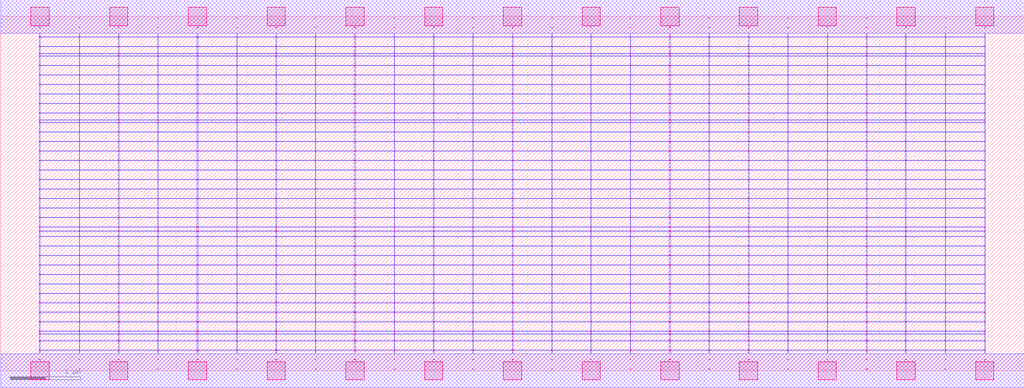
<source format=lef>
MACRO OOAAOI22141_DEBUG
 CLASS CORE ;
 FOREIGN OOAAOI22141_DEBUG 0 0 ;
 SIZE 14.56 BY 5.04 ;
 ORIGIN 0 0 ;
 SYMMETRY X Y R90 ;
 SITE unit ;

 OBS
    LAYER polycont ;
     RECT 7.27600000 2.58300000 7.28900000 2.59100000 ;
     RECT 7.27600000 2.71800000 7.28900000 2.72600000 ;
     RECT 7.27600000 2.85300000 7.28900000 2.86100000 ;
     RECT 7.27600000 2.98800000 7.28900000 2.99600000 ;
     RECT 9.51100000 2.58300000 9.52900000 2.59100000 ;
     RECT 10.07600000 2.58300000 10.08400000 2.59100000 ;
     RECT 10.63100000 2.58300000 10.64900000 2.59100000 ;
     RECT 11.19600000 2.58300000 11.20400000 2.59100000 ;
     RECT 11.75600000 2.58300000 11.76900000 2.59100000 ;
     RECT 12.31600000 2.58300000 12.32400000 2.59100000 ;
     RECT 12.87100000 2.58300000 12.88400000 2.59100000 ;
     RECT 13.43600000 2.58300000 13.44400000 2.59100000 ;
     RECT 13.99600000 2.58300000 14.00900000 2.59100000 ;
     RECT 7.83600000 2.58300000 7.84400000 2.59100000 ;
     RECT 7.83600000 2.71800000 7.84400000 2.72600000 ;
     RECT 8.39100000 2.71800000 8.40400000 2.72600000 ;
     RECT 8.95600000 2.71800000 8.96400000 2.72600000 ;
     RECT 9.51100000 2.71800000 9.52900000 2.72600000 ;
     RECT 10.07600000 2.71800000 10.08400000 2.72600000 ;
     RECT 10.63100000 2.71800000 10.64900000 2.72600000 ;
     RECT 11.19600000 2.71800000 11.20400000 2.72600000 ;
     RECT 11.75600000 2.71800000 11.76900000 2.72600000 ;
     RECT 12.31600000 2.71800000 12.32400000 2.72600000 ;
     RECT 12.87100000 2.71800000 12.88400000 2.72600000 ;
     RECT 13.43600000 2.71800000 13.44400000 2.72600000 ;
     RECT 13.99600000 2.71800000 14.00900000 2.72600000 ;
     RECT 8.39100000 2.58300000 8.40400000 2.59100000 ;
     RECT 7.83600000 2.85300000 7.84400000 2.86100000 ;
     RECT 8.39100000 2.85300000 8.40400000 2.86100000 ;
     RECT 8.95600000 2.85300000 8.96400000 2.86100000 ;
     RECT 9.51100000 2.85300000 9.52900000 2.86100000 ;
     RECT 10.07600000 2.85300000 10.08400000 2.86100000 ;
     RECT 10.63100000 2.85300000 10.64900000 2.86100000 ;
     RECT 11.19600000 2.85300000 11.20400000 2.86100000 ;
     RECT 11.75600000 2.85300000 11.76900000 2.86100000 ;
     RECT 12.31600000 2.85300000 12.32400000 2.86100000 ;
     RECT 12.87100000 2.85300000 12.88400000 2.86100000 ;
     RECT 13.43600000 2.85300000 13.44400000 2.86100000 ;
     RECT 13.99600000 2.85300000 14.00900000 2.86100000 ;
     RECT 8.95600000 2.58300000 8.96400000 2.59100000 ;
     RECT 7.83600000 2.98800000 7.84400000 2.99600000 ;
     RECT 8.39100000 2.98800000 8.40400000 2.99600000 ;
     RECT 8.95600000 2.98800000 8.96400000 2.99600000 ;
     RECT 9.51100000 2.98800000 9.52900000 2.99600000 ;
     RECT 10.07600000 2.98800000 10.08400000 2.99600000 ;
     RECT 10.63100000 2.98800000 10.64900000 2.99600000 ;
     RECT 11.19600000 2.98800000 11.20400000 2.99600000 ;
     RECT 11.75600000 2.98800000 11.76900000 2.99600000 ;
     RECT 12.31600000 2.98800000 12.32400000 2.99600000 ;
     RECT 12.87100000 2.98800000 12.88400000 2.99600000 ;
     RECT 13.43600000 2.98800000 13.44400000 2.99600000 ;
     RECT 13.99600000 2.98800000 14.00900000 2.99600000 ;
     RECT 7.83600000 3.12300000 7.84400000 3.13100000 ;
     RECT 12.31600000 3.12300000 12.32400000 3.13100000 ;
     RECT 7.83600000 3.25800000 7.84400000 3.26600000 ;
     RECT 12.31600000 3.25800000 12.32400000 3.26600000 ;
     RECT 7.83600000 3.39300000 7.84400000 3.40100000 ;
     RECT 12.31600000 3.39300000 12.32400000 3.40100000 ;
     RECT 7.83600000 3.52800000 7.84400000 3.53600000 ;
     RECT 12.31600000 3.52800000 12.32400000 3.53600000 ;
     RECT 7.83600000 3.56100000 7.84400000 3.56900000 ;
     RECT 12.31600000 3.56100000 12.32400000 3.56900000 ;
     RECT 7.83600000 3.66300000 7.84400000 3.67100000 ;
     RECT 12.31600000 3.66300000 12.32400000 3.67100000 ;
     RECT 7.83600000 3.79800000 7.84400000 3.80600000 ;
     RECT 12.31600000 3.79800000 12.32400000 3.80600000 ;
     RECT 7.83600000 3.93300000 7.84400000 3.94100000 ;
     RECT 12.31600000 3.93300000 12.32400000 3.94100000 ;
     RECT 7.83600000 4.06800000 7.84400000 4.07600000 ;
     RECT 12.31600000 4.06800000 12.32400000 4.07600000 ;
     RECT 7.83600000 4.20300000 7.84400000 4.21100000 ;
     RECT 12.31600000 4.20300000 12.32400000 4.21100000 ;
     RECT 7.83600000 4.33800000 7.84400000 4.34600000 ;
     RECT 12.31600000 4.33800000 12.32400000 4.34600000 ;
     RECT 7.83600000 4.47300000 7.84400000 4.48100000 ;
     RECT 12.31600000 4.47300000 12.32400000 4.48100000 ;
     RECT 7.83600000 4.51100000 7.84400000 4.51900000 ;
     RECT 12.31600000 4.51100000 12.32400000 4.51900000 ;
     RECT 7.83600000 4.60800000 7.84400000 4.61600000 ;
     RECT 12.31600000 4.60800000 12.32400000 4.61600000 ;
     RECT 7.83600000 4.74300000 7.84400000 4.75100000 ;
     RECT 12.31600000 4.74300000 12.32400000 4.75100000 ;
     RECT 7.83600000 4.87800000 7.84400000 4.88600000 ;
     RECT 12.31600000 4.87800000 12.32400000 4.88600000 ;
     RECT 5.59600000 2.98800000 5.60400000 2.99600000 ;
     RECT 6.15100000 2.98800000 6.16900000 2.99600000 ;
     RECT 6.71600000 2.98800000 6.72400000 2.99600000 ;
     RECT 2.23600000 2.58300000 2.24400000 2.59100000 ;
     RECT 2.79100000 2.58300000 2.80900000 2.59100000 ;
     RECT 3.35600000 2.58300000 3.36400000 2.59100000 ;
     RECT 3.91100000 2.58300000 3.92900000 2.59100000 ;
     RECT 4.47600000 2.58300000 4.48400000 2.59100000 ;
     RECT 5.03100000 2.58300000 5.04900000 2.59100000 ;
     RECT 5.59600000 2.58300000 5.60400000 2.59100000 ;
     RECT 6.15100000 2.58300000 6.16900000 2.59100000 ;
     RECT 6.71600000 2.58300000 6.72400000 2.59100000 ;
     RECT 0.55100000 2.58300000 0.56400000 2.59100000 ;
     RECT 0.55100000 2.71800000 0.56400000 2.72600000 ;
     RECT 0.55100000 2.85300000 0.56400000 2.86100000 ;
     RECT 1.11600000 2.85300000 1.12400000 2.86100000 ;
     RECT 1.67100000 2.85300000 1.68900000 2.86100000 ;
     RECT 2.23600000 2.85300000 2.24400000 2.86100000 ;
     RECT 2.79100000 2.85300000 2.80900000 2.86100000 ;
     RECT 3.35600000 2.85300000 3.36400000 2.86100000 ;
     RECT 3.91100000 2.85300000 3.92900000 2.86100000 ;
     RECT 4.47600000 2.85300000 4.48400000 2.86100000 ;
     RECT 5.03100000 2.85300000 5.04900000 2.86100000 ;
     RECT 5.59600000 2.85300000 5.60400000 2.86100000 ;
     RECT 6.15100000 2.85300000 6.16900000 2.86100000 ;
     RECT 6.71600000 2.85300000 6.72400000 2.86100000 ;
     RECT 1.11600000 2.71800000 1.12400000 2.72600000 ;
     RECT 1.67100000 2.71800000 1.68900000 2.72600000 ;
     RECT 2.23600000 2.71800000 2.24400000 2.72600000 ;
     RECT 2.79100000 2.71800000 2.80900000 2.72600000 ;
     RECT 3.35600000 2.71800000 3.36400000 2.72600000 ;
     RECT 3.91100000 2.71800000 3.92900000 2.72600000 ;
     RECT 4.47600000 2.71800000 4.48400000 2.72600000 ;
     RECT 5.03100000 2.71800000 5.04900000 2.72600000 ;
     RECT 5.59600000 2.71800000 5.60400000 2.72600000 ;
     RECT 6.15100000 2.71800000 6.16900000 2.72600000 ;
     RECT 6.71600000 2.71800000 6.72400000 2.72600000 ;
     RECT 1.11600000 2.58300000 1.12400000 2.59100000 ;
     RECT 1.67100000 2.58300000 1.68900000 2.59100000 ;
     RECT 0.55100000 2.98800000 0.56400000 2.99600000 ;
     RECT 1.11600000 2.98800000 1.12400000 2.99600000 ;
     RECT 1.67100000 2.98800000 1.68900000 2.99600000 ;
     RECT 2.23600000 2.98800000 2.24400000 2.99600000 ;
     RECT 2.79100000 2.98800000 2.80900000 2.99600000 ;
     RECT 3.35600000 2.98800000 3.36400000 2.99600000 ;
     RECT 3.91100000 2.98800000 3.92900000 2.99600000 ;
     RECT 4.47600000 2.98800000 4.48400000 2.99600000 ;
     RECT 5.03100000 2.98800000 5.04900000 2.99600000 ;
     RECT 5.59600000 1.63800000 5.60400000 1.64600000 ;
     RECT 5.59600000 1.77300000 5.60400000 1.78100000 ;
     RECT 5.59600000 1.90800000 5.60400000 1.91600000 ;
     RECT 5.59600000 1.98100000 5.60400000 1.98900000 ;
     RECT 5.59600000 2.04300000 5.60400000 2.05100000 ;
     RECT 5.59600000 2.17800000 5.60400000 2.18600000 ;
     RECT 5.59600000 2.31300000 5.60400000 2.32100000 ;
     RECT 5.59600000 2.44800000 5.60400000 2.45600000 ;
     RECT 5.59600000 0.15300000 5.60400000 0.16100000 ;
     RECT 5.59600000 0.28800000 5.60400000 0.29600000 ;
     RECT 5.59600000 0.42300000 5.60400000 0.43100000 ;
     RECT 5.59600000 0.52100000 5.60400000 0.52900000 ;
     RECT 5.59600000 0.55800000 5.60400000 0.56600000 ;
     RECT 5.59600000 0.69300000 5.60400000 0.70100000 ;
     RECT 5.59600000 0.82800000 5.60400000 0.83600000 ;
     RECT 5.59600000 0.96300000 5.60400000 0.97100000 ;
     RECT 5.59600000 1.09800000 5.60400000 1.10600000 ;
     RECT 5.59600000 1.23300000 5.60400000 1.24100000 ;
     RECT 5.59600000 1.36800000 5.60400000 1.37600000 ;
     RECT 5.59600000 1.50300000 5.60400000 1.51100000 ;
     RECT 12.31600000 0.15300000 12.32400000 0.16100000 ;
     RECT 12.31600000 2.04300000 12.32400000 2.05100000 ;
     RECT 12.31600000 1.09800000 12.32400000 1.10600000 ;
     RECT 12.31600000 2.17800000 12.32400000 2.18600000 ;
     RECT 12.31600000 0.55800000 12.32400000 0.56600000 ;
     RECT 12.31600000 2.31300000 12.32400000 2.32100000 ;
     RECT 12.31600000 1.23300000 12.32400000 1.24100000 ;
     RECT 12.31600000 2.44800000 12.32400000 2.45600000 ;
     RECT 12.31600000 0.42300000 12.32400000 0.43100000 ;
     RECT 12.31600000 1.36800000 12.32400000 1.37600000 ;
     RECT 12.31600000 0.69300000 12.32400000 0.70100000 ;
     RECT 12.31600000 1.50300000 12.32400000 1.51100000 ;
     RECT 12.31600000 0.28800000 12.32400000 0.29600000 ;
     RECT 12.31600000 1.63800000 12.32400000 1.64600000 ;
     RECT 12.31600000 0.82800000 12.32400000 0.83600000 ;
     RECT 12.31600000 1.77300000 12.32400000 1.78100000 ;
     RECT 12.31600000 0.52100000 12.32400000 0.52900000 ;
     RECT 12.31600000 1.90800000 12.32400000 1.91600000 ;
     RECT 12.31600000 0.96300000 12.32400000 0.97100000 ;
     RECT 12.31600000 1.98100000 12.32400000 1.98900000 ;

    LAYER pdiffc ;
     RECT 0.55100000 3.39300000 0.55900000 3.40100000 ;
     RECT 7.28100000 3.39300000 7.28900000 3.40100000 ;
     RECT 8.39100000 3.39300000 8.39900000 3.40100000 ;
     RECT 11.76100000 3.39300000 11.76900000 3.40100000 ;
     RECT 12.87100000 3.39300000 12.87900000 3.40100000 ;
     RECT 14.00100000 3.39300000 14.00900000 3.40100000 ;
     RECT 0.55100000 3.52800000 0.55900000 3.53600000 ;
     RECT 7.28100000 3.52800000 7.28900000 3.53600000 ;
     RECT 8.39100000 3.52800000 8.39900000 3.53600000 ;
     RECT 11.76100000 3.52800000 11.76900000 3.53600000 ;
     RECT 12.87100000 3.52800000 12.87900000 3.53600000 ;
     RECT 14.00100000 3.52800000 14.00900000 3.53600000 ;
     RECT 0.55100000 3.56100000 0.55900000 3.56900000 ;
     RECT 7.28100000 3.56100000 7.28900000 3.56900000 ;
     RECT 8.39100000 3.56100000 8.39900000 3.56900000 ;
     RECT 11.76100000 3.56100000 11.76900000 3.56900000 ;
     RECT 12.87100000 3.56100000 12.87900000 3.56900000 ;
     RECT 14.00100000 3.56100000 14.00900000 3.56900000 ;
     RECT 0.55100000 3.66300000 0.55900000 3.67100000 ;
     RECT 7.28100000 3.66300000 7.28900000 3.67100000 ;
     RECT 8.39100000 3.66300000 8.39900000 3.67100000 ;
     RECT 11.76100000 3.66300000 11.76900000 3.67100000 ;
     RECT 12.87100000 3.66300000 12.87900000 3.67100000 ;
     RECT 14.00100000 3.66300000 14.00900000 3.67100000 ;
     RECT 0.55100000 3.79800000 0.55900000 3.80600000 ;
     RECT 7.28100000 3.79800000 7.28900000 3.80600000 ;
     RECT 8.39100000 3.79800000 8.39900000 3.80600000 ;
     RECT 11.76100000 3.79800000 11.76900000 3.80600000 ;
     RECT 12.87100000 3.79800000 12.87900000 3.80600000 ;
     RECT 14.00100000 3.79800000 14.00900000 3.80600000 ;
     RECT 0.55100000 3.93300000 0.55900000 3.94100000 ;
     RECT 7.28100000 3.93300000 7.28900000 3.94100000 ;
     RECT 8.39100000 3.93300000 8.39900000 3.94100000 ;
     RECT 11.76100000 3.93300000 11.76900000 3.94100000 ;
     RECT 12.87100000 3.93300000 12.87900000 3.94100000 ;
     RECT 14.00100000 3.93300000 14.00900000 3.94100000 ;
     RECT 0.55100000 4.06800000 0.55900000 4.07600000 ;
     RECT 7.28100000 4.06800000 7.28900000 4.07600000 ;
     RECT 8.39100000 4.06800000 8.39900000 4.07600000 ;
     RECT 11.76100000 4.06800000 11.76900000 4.07600000 ;
     RECT 12.87100000 4.06800000 12.87900000 4.07600000 ;
     RECT 14.00100000 4.06800000 14.00900000 4.07600000 ;
     RECT 0.55100000 4.20300000 0.55900000 4.21100000 ;
     RECT 7.28100000 4.20300000 7.28900000 4.21100000 ;
     RECT 8.39100000 4.20300000 8.39900000 4.21100000 ;
     RECT 11.76100000 4.20300000 11.76900000 4.21100000 ;
     RECT 12.87100000 4.20300000 12.87900000 4.21100000 ;
     RECT 14.00100000 4.20300000 14.00900000 4.21100000 ;
     RECT 0.55100000 4.33800000 0.55900000 4.34600000 ;
     RECT 7.28100000 4.33800000 7.28900000 4.34600000 ;
     RECT 8.39100000 4.33800000 8.39900000 4.34600000 ;
     RECT 11.76100000 4.33800000 11.76900000 4.34600000 ;
     RECT 12.87100000 4.33800000 12.87900000 4.34600000 ;
     RECT 14.00100000 4.33800000 14.00900000 4.34600000 ;
     RECT 0.55100000 4.47300000 0.55900000 4.48100000 ;
     RECT 7.28100000 4.47300000 7.28900000 4.48100000 ;
     RECT 8.39100000 4.47300000 8.39900000 4.48100000 ;
     RECT 11.76100000 4.47300000 11.76900000 4.48100000 ;
     RECT 12.87100000 4.47300000 12.87900000 4.48100000 ;
     RECT 14.00100000 4.47300000 14.00900000 4.48100000 ;
     RECT 0.55100000 4.51100000 0.55900000 4.51900000 ;
     RECT 7.28100000 4.51100000 7.28900000 4.51900000 ;
     RECT 8.39100000 4.51100000 8.39900000 4.51900000 ;
     RECT 11.76100000 4.51100000 11.76900000 4.51900000 ;
     RECT 12.87100000 4.51100000 12.87900000 4.51900000 ;
     RECT 14.00100000 4.51100000 14.00900000 4.51900000 ;
     RECT 0.55100000 4.60800000 0.55900000 4.61600000 ;
     RECT 7.28100000 4.60800000 7.28900000 4.61600000 ;
     RECT 8.39100000 4.60800000 8.39900000 4.61600000 ;
     RECT 11.76100000 4.60800000 11.76900000 4.61600000 ;
     RECT 12.87100000 4.60800000 12.87900000 4.61600000 ;
     RECT 14.00100000 4.60800000 14.00900000 4.61600000 ;

    LAYER ndiffc ;
     RECT 7.27600000 0.42300000 7.28900000 0.43100000 ;
     RECT 7.27600000 0.52100000 7.28900000 0.52900000 ;
     RECT 7.27600000 0.55800000 7.28900000 0.56600000 ;
     RECT 7.27600000 0.69300000 7.28900000 0.70100000 ;
     RECT 7.27600000 0.82800000 7.28900000 0.83600000 ;
     RECT 7.27600000 0.96300000 7.28900000 0.97100000 ;
     RECT 7.27600000 1.09800000 7.28900000 1.10600000 ;
     RECT 7.27600000 1.23300000 7.28900000 1.24100000 ;
     RECT 7.27600000 1.36800000 7.28900000 1.37600000 ;
     RECT 7.27600000 1.50300000 7.28900000 1.51100000 ;
     RECT 7.27600000 1.63800000 7.28900000 1.64600000 ;
     RECT 7.27600000 1.77300000 7.28900000 1.78100000 ;
     RECT 7.27600000 1.90800000 7.28900000 1.91600000 ;
     RECT 7.27600000 1.98100000 7.28900000 1.98900000 ;
     RECT 7.27600000 2.04300000 7.28900000 2.05100000 ;
     RECT 8.39100000 0.55800000 8.40400000 0.56600000 ;
     RECT 9.51100000 0.55800000 9.52900000 0.56600000 ;
     RECT 10.63100000 0.55800000 10.64900000 0.56600000 ;
     RECT 11.75600000 0.55800000 11.76900000 0.56600000 ;
     RECT 12.87100000 0.55800000 12.88400000 0.56600000 ;
     RECT 13.99600000 0.55800000 14.00900000 0.56600000 ;
     RECT 10.63100000 0.42300000 10.64900000 0.43100000 ;
     RECT 8.39100000 0.69300000 8.40400000 0.70100000 ;
     RECT 9.51100000 0.69300000 9.52900000 0.70100000 ;
     RECT 10.63100000 0.69300000 10.64900000 0.70100000 ;
     RECT 11.75600000 0.69300000 11.76900000 0.70100000 ;
     RECT 12.87100000 0.69300000 12.88400000 0.70100000 ;
     RECT 13.99600000 0.69300000 14.00900000 0.70100000 ;
     RECT 11.75600000 0.42300000 11.76900000 0.43100000 ;
     RECT 8.39100000 0.82800000 8.40400000 0.83600000 ;
     RECT 9.51100000 0.82800000 9.52900000 0.83600000 ;
     RECT 10.63100000 0.82800000 10.64900000 0.83600000 ;
     RECT 11.75600000 0.82800000 11.76900000 0.83600000 ;
     RECT 12.87100000 0.82800000 12.88400000 0.83600000 ;
     RECT 13.99600000 0.82800000 14.00900000 0.83600000 ;
     RECT 12.87100000 0.42300000 12.88400000 0.43100000 ;
     RECT 8.39100000 0.96300000 8.40400000 0.97100000 ;
     RECT 9.51100000 0.96300000 9.52900000 0.97100000 ;
     RECT 10.63100000 0.96300000 10.64900000 0.97100000 ;
     RECT 11.75600000 0.96300000 11.76900000 0.97100000 ;
     RECT 12.87100000 0.96300000 12.88400000 0.97100000 ;
     RECT 13.99600000 0.96300000 14.00900000 0.97100000 ;
     RECT 13.99600000 0.42300000 14.00900000 0.43100000 ;
     RECT 8.39100000 1.09800000 8.40400000 1.10600000 ;
     RECT 9.51100000 1.09800000 9.52900000 1.10600000 ;
     RECT 10.63100000 1.09800000 10.64900000 1.10600000 ;
     RECT 11.75600000 1.09800000 11.76900000 1.10600000 ;
     RECT 12.87100000 1.09800000 12.88400000 1.10600000 ;
     RECT 13.99600000 1.09800000 14.00900000 1.10600000 ;
     RECT 8.39100000 0.42300000 8.40400000 0.43100000 ;
     RECT 8.39100000 1.23300000 8.40400000 1.24100000 ;
     RECT 9.51100000 1.23300000 9.52900000 1.24100000 ;
     RECT 10.63100000 1.23300000 10.64900000 1.24100000 ;
     RECT 11.75600000 1.23300000 11.76900000 1.24100000 ;
     RECT 12.87100000 1.23300000 12.88400000 1.24100000 ;
     RECT 13.99600000 1.23300000 14.00900000 1.24100000 ;
     RECT 8.39100000 0.52100000 8.40400000 0.52900000 ;
     RECT 8.39100000 1.36800000 8.40400000 1.37600000 ;
     RECT 9.51100000 1.36800000 9.52900000 1.37600000 ;
     RECT 10.63100000 1.36800000 10.64900000 1.37600000 ;
     RECT 11.75600000 1.36800000 11.76900000 1.37600000 ;
     RECT 12.87100000 1.36800000 12.88400000 1.37600000 ;
     RECT 13.99600000 1.36800000 14.00900000 1.37600000 ;
     RECT 9.51100000 0.52100000 9.52900000 0.52900000 ;
     RECT 8.39100000 1.50300000 8.40400000 1.51100000 ;
     RECT 9.51100000 1.50300000 9.52900000 1.51100000 ;
     RECT 10.63100000 1.50300000 10.64900000 1.51100000 ;
     RECT 11.75600000 1.50300000 11.76900000 1.51100000 ;
     RECT 12.87100000 1.50300000 12.88400000 1.51100000 ;
     RECT 13.99600000 1.50300000 14.00900000 1.51100000 ;
     RECT 10.63100000 0.52100000 10.64900000 0.52900000 ;
     RECT 8.39100000 1.63800000 8.40400000 1.64600000 ;
     RECT 9.51100000 1.63800000 9.52900000 1.64600000 ;
     RECT 10.63100000 1.63800000 10.64900000 1.64600000 ;
     RECT 11.75600000 1.63800000 11.76900000 1.64600000 ;
     RECT 12.87100000 1.63800000 12.88400000 1.64600000 ;
     RECT 13.99600000 1.63800000 14.00900000 1.64600000 ;
     RECT 11.75600000 0.52100000 11.76900000 0.52900000 ;
     RECT 8.39100000 1.77300000 8.40400000 1.78100000 ;
     RECT 9.51100000 1.77300000 9.52900000 1.78100000 ;
     RECT 10.63100000 1.77300000 10.64900000 1.78100000 ;
     RECT 11.75600000 1.77300000 11.76900000 1.78100000 ;
     RECT 12.87100000 1.77300000 12.88400000 1.78100000 ;
     RECT 13.99600000 1.77300000 14.00900000 1.78100000 ;
     RECT 12.87100000 0.52100000 12.88400000 0.52900000 ;
     RECT 8.39100000 1.90800000 8.40400000 1.91600000 ;
     RECT 9.51100000 1.90800000 9.52900000 1.91600000 ;
     RECT 10.63100000 1.90800000 10.64900000 1.91600000 ;
     RECT 11.75600000 1.90800000 11.76900000 1.91600000 ;
     RECT 12.87100000 1.90800000 12.88400000 1.91600000 ;
     RECT 13.99600000 1.90800000 14.00900000 1.91600000 ;
     RECT 13.99600000 0.52100000 14.00900000 0.52900000 ;
     RECT 8.39100000 1.98100000 8.40400000 1.98900000 ;
     RECT 9.51100000 1.98100000 9.52900000 1.98900000 ;
     RECT 10.63100000 1.98100000 10.64900000 1.98900000 ;
     RECT 11.75600000 1.98100000 11.76900000 1.98900000 ;
     RECT 12.87100000 1.98100000 12.88400000 1.98900000 ;
     RECT 13.99600000 1.98100000 14.00900000 1.98900000 ;
     RECT 9.51100000 0.42300000 9.52900000 0.43100000 ;
     RECT 8.39100000 2.04300000 8.40400000 2.05100000 ;
     RECT 9.51100000 2.04300000 9.52900000 2.05100000 ;
     RECT 10.63100000 2.04300000 10.64900000 2.05100000 ;
     RECT 11.75600000 2.04300000 11.76900000 2.05100000 ;
     RECT 12.87100000 2.04300000 12.88400000 2.05100000 ;
     RECT 13.99600000 2.04300000 14.00900000 2.05100000 ;
     RECT 1.67100000 1.36800000 1.68900000 1.37600000 ;
     RECT 2.79100000 1.36800000 2.80900000 1.37600000 ;
     RECT 3.91100000 1.36800000 3.92900000 1.37600000 ;
     RECT 5.03100000 1.36800000 5.04900000 1.37600000 ;
     RECT 6.15100000 1.36800000 6.16900000 1.37600000 ;
     RECT 5.03100000 0.82800000 5.04900000 0.83600000 ;
     RECT 6.15100000 0.82800000 6.16900000 0.83600000 ;
     RECT 2.79100000 0.55800000 2.80900000 0.56600000 ;
     RECT 3.91100000 0.55800000 3.92900000 0.56600000 ;
     RECT 5.03100000 0.55800000 5.04900000 0.56600000 ;
     RECT 6.15100000 0.55800000 6.16900000 0.56600000 ;
     RECT 1.67100000 0.52100000 1.68900000 0.52900000 ;
     RECT 0.55100000 1.50300000 0.56400000 1.51100000 ;
     RECT 1.67100000 1.50300000 1.68900000 1.51100000 ;
     RECT 2.79100000 1.50300000 2.80900000 1.51100000 ;
     RECT 3.91100000 1.50300000 3.92900000 1.51100000 ;
     RECT 5.03100000 1.50300000 5.04900000 1.51100000 ;
     RECT 6.15100000 1.50300000 6.16900000 1.51100000 ;
     RECT 2.79100000 0.52100000 2.80900000 0.52900000 ;
     RECT 3.91100000 0.52100000 3.92900000 0.52900000 ;
     RECT 0.55100000 0.96300000 0.56400000 0.97100000 ;
     RECT 1.67100000 0.96300000 1.68900000 0.97100000 ;
     RECT 2.79100000 0.96300000 2.80900000 0.97100000 ;
     RECT 3.91100000 0.96300000 3.92900000 0.97100000 ;
     RECT 5.03100000 0.96300000 5.04900000 0.97100000 ;
     RECT 0.55100000 1.63800000 0.56400000 1.64600000 ;
     RECT 1.67100000 1.63800000 1.68900000 1.64600000 ;
     RECT 2.79100000 1.63800000 2.80900000 1.64600000 ;
     RECT 3.91100000 1.63800000 3.92900000 1.64600000 ;
     RECT 5.03100000 1.63800000 5.04900000 1.64600000 ;
     RECT 6.15100000 1.63800000 6.16900000 1.64600000 ;
     RECT 6.15100000 0.96300000 6.16900000 0.97100000 ;
     RECT 5.03100000 0.52100000 5.04900000 0.52900000 ;
     RECT 6.15100000 0.52100000 6.16900000 0.52900000 ;
     RECT 1.67100000 0.42300000 1.68900000 0.43100000 ;
     RECT 2.79100000 0.42300000 2.80900000 0.43100000 ;
     RECT 0.55100000 0.69300000 0.56400000 0.70100000 ;
     RECT 1.67100000 0.69300000 1.68900000 0.70100000 ;
     RECT 0.55100000 1.77300000 0.56400000 1.78100000 ;
     RECT 1.67100000 1.77300000 1.68900000 1.78100000 ;
     RECT 2.79100000 1.77300000 2.80900000 1.78100000 ;
     RECT 3.91100000 1.77300000 3.92900000 1.78100000 ;
     RECT 5.03100000 1.77300000 5.04900000 1.78100000 ;
     RECT 6.15100000 1.77300000 6.16900000 1.78100000 ;
     RECT 2.79100000 0.69300000 2.80900000 0.70100000 ;
     RECT 0.55100000 1.09800000 0.56400000 1.10600000 ;
     RECT 1.67100000 1.09800000 1.68900000 1.10600000 ;
     RECT 2.79100000 1.09800000 2.80900000 1.10600000 ;
     RECT 3.91100000 1.09800000 3.92900000 1.10600000 ;
     RECT 5.03100000 1.09800000 5.04900000 1.10600000 ;
     RECT 6.15100000 1.09800000 6.16900000 1.10600000 ;
     RECT 0.55100000 1.90800000 0.56400000 1.91600000 ;
     RECT 1.67100000 1.90800000 1.68900000 1.91600000 ;
     RECT 2.79100000 1.90800000 2.80900000 1.91600000 ;
     RECT 3.91100000 1.90800000 3.92900000 1.91600000 ;
     RECT 5.03100000 1.90800000 5.04900000 1.91600000 ;
     RECT 6.15100000 1.90800000 6.16900000 1.91600000 ;
     RECT 3.91100000 0.69300000 3.92900000 0.70100000 ;
     RECT 5.03100000 0.69300000 5.04900000 0.70100000 ;
     RECT 6.15100000 0.69300000 6.16900000 0.70100000 ;
     RECT 3.91100000 0.42300000 3.92900000 0.43100000 ;
     RECT 5.03100000 0.42300000 5.04900000 0.43100000 ;
     RECT 6.15100000 0.42300000 6.16900000 0.43100000 ;
     RECT 0.55100000 0.42300000 0.56400000 0.43100000 ;
     RECT 0.55100000 1.98100000 0.56400000 1.98900000 ;
     RECT 1.67100000 1.98100000 1.68900000 1.98900000 ;
     RECT 2.79100000 1.98100000 2.80900000 1.98900000 ;
     RECT 3.91100000 1.98100000 3.92900000 1.98900000 ;
     RECT 5.03100000 1.98100000 5.04900000 1.98900000 ;
     RECT 6.15100000 1.98100000 6.16900000 1.98900000 ;
     RECT 0.55100000 1.23300000 0.56400000 1.24100000 ;
     RECT 1.67100000 1.23300000 1.68900000 1.24100000 ;
     RECT 2.79100000 1.23300000 2.80900000 1.24100000 ;
     RECT 3.91100000 1.23300000 3.92900000 1.24100000 ;
     RECT 5.03100000 1.23300000 5.04900000 1.24100000 ;
     RECT 6.15100000 1.23300000 6.16900000 1.24100000 ;
     RECT 0.55100000 0.52100000 0.56400000 0.52900000 ;
     RECT 0.55100000 2.04300000 0.56400000 2.05100000 ;
     RECT 1.67100000 2.04300000 1.68900000 2.05100000 ;
     RECT 2.79100000 2.04300000 2.80900000 2.05100000 ;
     RECT 3.91100000 2.04300000 3.92900000 2.05100000 ;
     RECT 5.03100000 2.04300000 5.04900000 2.05100000 ;
     RECT 6.15100000 2.04300000 6.16900000 2.05100000 ;
     RECT 0.55100000 0.55800000 0.56400000 0.56600000 ;
     RECT 1.67100000 0.55800000 1.68900000 0.56600000 ;
     RECT 0.55100000 0.82800000 0.56400000 0.83600000 ;
     RECT 1.67100000 0.82800000 1.68900000 0.83600000 ;
     RECT 2.79100000 0.82800000 2.80900000 0.83600000 ;
     RECT 3.91100000 0.82800000 3.92900000 0.83600000 ;
     RECT 0.55100000 1.36800000 0.56400000 1.37600000 ;

    LAYER met1 ;
     RECT 0.00000000 -0.24000000 14.56000000 0.24000000 ;
     RECT 7.27600000 0.24000000 7.28900000 0.28800000 ;
     RECT 0.55100000 0.28800000 14.00900000 0.29600000 ;
     RECT 7.27600000 0.29600000 7.28900000 0.42300000 ;
     RECT 0.55100000 0.42300000 14.00900000 0.43100000 ;
     RECT 7.27600000 0.43100000 7.28900000 0.52100000 ;
     RECT 0.55100000 0.52100000 14.00900000 0.52900000 ;
     RECT 7.27600000 0.52900000 7.28900000 0.55800000 ;
     RECT 0.55100000 0.55800000 14.00900000 0.56600000 ;
     RECT 7.27600000 0.56600000 7.28900000 0.69300000 ;
     RECT 0.55100000 0.69300000 14.00900000 0.70100000 ;
     RECT 7.27600000 0.70100000 7.28900000 0.82800000 ;
     RECT 0.55100000 0.82800000 14.00900000 0.83600000 ;
     RECT 7.27600000 0.83600000 7.28900000 0.96300000 ;
     RECT 0.55100000 0.96300000 14.00900000 0.97100000 ;
     RECT 7.27600000 0.97100000 7.28900000 1.09800000 ;
     RECT 0.55100000 1.09800000 14.00900000 1.10600000 ;
     RECT 7.27600000 1.10600000 7.28900000 1.23300000 ;
     RECT 0.55100000 1.23300000 14.00900000 1.24100000 ;
     RECT 7.27600000 1.24100000 7.28900000 1.36800000 ;
     RECT 0.55100000 1.36800000 14.00900000 1.37600000 ;
     RECT 7.27600000 1.37600000 7.28900000 1.50300000 ;
     RECT 0.55100000 1.50300000 14.00900000 1.51100000 ;
     RECT 7.27600000 1.51100000 7.28900000 1.63800000 ;
     RECT 0.55100000 1.63800000 14.00900000 1.64600000 ;
     RECT 7.27600000 1.64600000 7.28900000 1.77300000 ;
     RECT 0.55100000 1.77300000 14.00900000 1.78100000 ;
     RECT 7.27600000 1.78100000 7.28900000 1.90800000 ;
     RECT 0.55100000 1.90800000 14.00900000 1.91600000 ;
     RECT 7.27600000 1.91600000 7.28900000 1.98100000 ;
     RECT 0.55100000 1.98100000 14.00900000 1.98900000 ;
     RECT 7.27600000 1.98900000 7.28900000 2.04300000 ;
     RECT 0.55100000 2.04300000 14.00900000 2.05100000 ;
     RECT 7.27600000 2.05100000 7.28900000 2.17800000 ;
     RECT 0.55100000 2.17800000 14.00900000 2.18600000 ;
     RECT 7.27600000 2.18600000 7.28900000 2.31300000 ;
     RECT 0.55100000 2.31300000 14.00900000 2.32100000 ;
     RECT 7.27600000 2.32100000 7.28900000 2.44800000 ;
     RECT 0.55100000 2.44800000 14.00900000 2.45600000 ;
     RECT 0.55100000 2.45600000 0.56400000 2.58300000 ;
     RECT 1.11600000 2.45600000 1.12400000 2.58300000 ;
     RECT 1.67100000 2.45600000 1.68900000 2.58300000 ;
     RECT 2.23600000 2.45600000 2.24400000 2.58300000 ;
     RECT 2.79100000 2.45600000 2.80900000 2.58300000 ;
     RECT 3.35600000 2.45600000 3.36400000 2.58300000 ;
     RECT 3.91100000 2.45600000 3.92900000 2.58300000 ;
     RECT 4.47600000 2.45600000 4.48400000 2.58300000 ;
     RECT 5.03100000 2.45600000 5.04900000 2.58300000 ;
     RECT 5.59600000 2.45600000 5.60400000 2.58300000 ;
     RECT 6.15100000 2.45600000 6.16900000 2.58300000 ;
     RECT 6.71600000 2.45600000 6.72400000 2.58300000 ;
     RECT 7.27600000 2.45600000 7.28900000 2.58300000 ;
     RECT 7.83600000 2.45600000 7.84400000 2.58300000 ;
     RECT 8.39100000 2.45600000 8.40400000 2.58300000 ;
     RECT 8.95600000 2.45600000 8.96400000 2.58300000 ;
     RECT 9.51100000 2.45600000 9.52900000 2.58300000 ;
     RECT 10.07600000 2.45600000 10.08400000 2.58300000 ;
     RECT 10.63100000 2.45600000 10.64900000 2.58300000 ;
     RECT 11.19600000 2.45600000 11.20400000 2.58300000 ;
     RECT 11.75600000 2.45600000 11.76900000 2.58300000 ;
     RECT 12.31600000 2.45600000 12.32400000 2.58300000 ;
     RECT 12.87100000 2.45600000 12.88400000 2.58300000 ;
     RECT 13.43600000 2.45600000 13.44400000 2.58300000 ;
     RECT 13.99600000 2.45600000 14.00900000 2.58300000 ;
     RECT 0.55100000 2.58300000 14.00900000 2.59100000 ;
     RECT 7.27600000 2.59100000 7.28900000 2.71800000 ;
     RECT 0.55100000 2.71800000 14.00900000 2.72600000 ;
     RECT 7.27600000 2.72600000 7.28900000 2.85300000 ;
     RECT 0.55100000 2.85300000 14.00900000 2.86100000 ;
     RECT 7.27600000 2.86100000 7.28900000 2.98800000 ;
     RECT 0.55100000 2.98800000 14.00900000 2.99600000 ;
     RECT 7.27600000 2.99600000 7.28900000 3.12300000 ;
     RECT 0.55100000 3.12300000 14.00900000 3.13100000 ;
     RECT 7.27600000 3.13100000 7.28900000 3.25800000 ;
     RECT 0.55100000 3.25800000 14.00900000 3.26600000 ;
     RECT 7.27600000 3.26600000 7.28900000 3.39300000 ;
     RECT 0.55100000 3.39300000 14.00900000 3.40100000 ;
     RECT 7.27600000 3.40100000 7.28900000 3.52800000 ;
     RECT 0.55100000 3.52800000 14.00900000 3.53600000 ;
     RECT 7.27600000 3.53600000 7.28900000 3.56100000 ;
     RECT 0.55100000 3.56100000 14.00900000 3.56900000 ;
     RECT 7.27600000 3.56900000 7.28900000 3.66300000 ;
     RECT 0.55100000 3.66300000 14.00900000 3.67100000 ;
     RECT 7.27600000 3.67100000 7.28900000 3.79800000 ;
     RECT 0.55100000 3.79800000 14.00900000 3.80600000 ;
     RECT 7.27600000 3.80600000 7.28900000 3.93300000 ;
     RECT 0.55100000 3.93300000 14.00900000 3.94100000 ;
     RECT 7.27600000 3.94100000 7.28900000 4.06800000 ;
     RECT 0.55100000 4.06800000 14.00900000 4.07600000 ;
     RECT 7.27600000 4.07600000 7.28900000 4.20300000 ;
     RECT 0.55100000 4.20300000 14.00900000 4.21100000 ;
     RECT 7.27600000 4.21100000 7.28900000 4.33800000 ;
     RECT 0.55100000 4.33800000 14.00900000 4.34600000 ;
     RECT 7.27600000 4.34600000 7.28900000 4.47300000 ;
     RECT 0.55100000 4.47300000 14.00900000 4.48100000 ;
     RECT 7.27600000 4.48100000 7.28900000 4.51100000 ;
     RECT 0.55100000 4.51100000 14.00900000 4.51900000 ;
     RECT 7.27600000 4.51900000 7.28900000 4.60800000 ;
     RECT 0.55100000 4.60800000 14.00900000 4.61600000 ;
     RECT 7.27600000 4.61600000 7.28900000 4.74300000 ;
     RECT 0.55100000 4.74300000 14.00900000 4.75100000 ;
     RECT 7.27600000 4.75100000 7.28900000 4.80000000 ;
     RECT 0.00000000 4.80000000 14.56000000 5.28000000 ;
     RECT 7.83600000 3.80600000 7.84400000 3.93300000 ;
     RECT 8.39100000 3.80600000 8.40400000 3.93300000 ;
     RECT 8.95600000 3.80600000 8.96400000 3.93300000 ;
     RECT 9.51100000 3.80600000 9.52900000 3.93300000 ;
     RECT 10.07600000 3.80600000 10.08400000 3.93300000 ;
     RECT 10.63100000 3.80600000 10.64900000 3.93300000 ;
     RECT 11.19600000 3.80600000 11.20400000 3.93300000 ;
     RECT 11.75600000 3.80600000 11.76900000 3.93300000 ;
     RECT 12.31600000 3.80600000 12.32400000 3.93300000 ;
     RECT 12.87100000 3.80600000 12.88400000 3.93300000 ;
     RECT 13.43600000 3.80600000 13.44400000 3.93300000 ;
     RECT 13.99600000 3.80600000 14.00900000 3.93300000 ;
     RECT 11.19600000 3.94100000 11.20400000 4.06800000 ;
     RECT 11.75600000 3.94100000 11.76900000 4.06800000 ;
     RECT 12.31600000 3.94100000 12.32400000 4.06800000 ;
     RECT 12.87100000 3.94100000 12.88400000 4.06800000 ;
     RECT 13.43600000 3.94100000 13.44400000 4.06800000 ;
     RECT 13.99600000 3.94100000 14.00900000 4.06800000 ;
     RECT 11.19600000 4.07600000 11.20400000 4.20300000 ;
     RECT 11.75600000 4.07600000 11.76900000 4.20300000 ;
     RECT 12.31600000 4.07600000 12.32400000 4.20300000 ;
     RECT 12.87100000 4.07600000 12.88400000 4.20300000 ;
     RECT 13.43600000 4.07600000 13.44400000 4.20300000 ;
     RECT 13.99600000 4.07600000 14.00900000 4.20300000 ;
     RECT 11.19600000 4.21100000 11.20400000 4.33800000 ;
     RECT 11.75600000 4.21100000 11.76900000 4.33800000 ;
     RECT 12.31600000 4.21100000 12.32400000 4.33800000 ;
     RECT 12.87100000 4.21100000 12.88400000 4.33800000 ;
     RECT 13.43600000 4.21100000 13.44400000 4.33800000 ;
     RECT 13.99600000 4.21100000 14.00900000 4.33800000 ;
     RECT 11.19600000 4.34600000 11.20400000 4.47300000 ;
     RECT 11.75600000 4.34600000 11.76900000 4.47300000 ;
     RECT 12.31600000 4.34600000 12.32400000 4.47300000 ;
     RECT 12.87100000 4.34600000 12.88400000 4.47300000 ;
     RECT 13.43600000 4.34600000 13.44400000 4.47300000 ;
     RECT 13.99600000 4.34600000 14.00900000 4.47300000 ;
     RECT 11.19600000 4.48100000 11.20400000 4.51100000 ;
     RECT 11.75600000 4.48100000 11.76900000 4.51100000 ;
     RECT 12.31600000 4.48100000 12.32400000 4.51100000 ;
     RECT 12.87100000 4.48100000 12.88400000 4.51100000 ;
     RECT 13.43600000 4.48100000 13.44400000 4.51100000 ;
     RECT 13.99600000 4.48100000 14.00900000 4.51100000 ;
     RECT 11.19600000 4.51900000 11.20400000 4.60800000 ;
     RECT 11.75600000 4.51900000 11.76900000 4.60800000 ;
     RECT 12.31600000 4.51900000 12.32400000 4.60800000 ;
     RECT 12.87100000 4.51900000 12.88400000 4.60800000 ;
     RECT 13.43600000 4.51900000 13.44400000 4.60800000 ;
     RECT 13.99600000 4.51900000 14.00900000 4.60800000 ;
     RECT 11.19600000 4.61600000 11.20400000 4.74300000 ;
     RECT 11.75600000 4.61600000 11.76900000 4.74300000 ;
     RECT 12.31600000 4.61600000 12.32400000 4.74300000 ;
     RECT 12.87100000 4.61600000 12.88400000 4.74300000 ;
     RECT 13.43600000 4.61600000 13.44400000 4.74300000 ;
     RECT 13.99600000 4.61600000 14.00900000 4.74300000 ;
     RECT 11.19600000 4.75100000 11.20400000 4.80000000 ;
     RECT 11.75600000 4.75100000 11.76900000 4.80000000 ;
     RECT 12.31600000 4.75100000 12.32400000 4.80000000 ;
     RECT 12.87100000 4.75100000 12.88400000 4.80000000 ;
     RECT 13.43600000 4.75100000 13.44400000 4.80000000 ;
     RECT 13.99600000 4.75100000 14.00900000 4.80000000 ;
     RECT 7.83600000 4.48100000 7.84400000 4.51100000 ;
     RECT 8.39100000 4.48100000 8.40400000 4.51100000 ;
     RECT 8.95600000 4.48100000 8.96400000 4.51100000 ;
     RECT 9.51100000 4.48100000 9.52900000 4.51100000 ;
     RECT 10.07600000 4.48100000 10.08400000 4.51100000 ;
     RECT 10.63100000 4.48100000 10.64900000 4.51100000 ;
     RECT 7.83600000 4.21100000 7.84400000 4.33800000 ;
     RECT 8.39100000 4.21100000 8.40400000 4.33800000 ;
     RECT 8.95600000 4.21100000 8.96400000 4.33800000 ;
     RECT 9.51100000 4.21100000 9.52900000 4.33800000 ;
     RECT 10.07600000 4.21100000 10.08400000 4.33800000 ;
     RECT 10.63100000 4.21100000 10.64900000 4.33800000 ;
     RECT 7.83600000 4.51900000 7.84400000 4.60800000 ;
     RECT 8.39100000 4.51900000 8.40400000 4.60800000 ;
     RECT 8.95600000 4.51900000 8.96400000 4.60800000 ;
     RECT 9.51100000 4.51900000 9.52900000 4.60800000 ;
     RECT 10.07600000 4.51900000 10.08400000 4.60800000 ;
     RECT 10.63100000 4.51900000 10.64900000 4.60800000 ;
     RECT 7.83600000 4.07600000 7.84400000 4.20300000 ;
     RECT 8.39100000 4.07600000 8.40400000 4.20300000 ;
     RECT 8.95600000 4.07600000 8.96400000 4.20300000 ;
     RECT 9.51100000 4.07600000 9.52900000 4.20300000 ;
     RECT 10.07600000 4.07600000 10.08400000 4.20300000 ;
     RECT 10.63100000 4.07600000 10.64900000 4.20300000 ;
     RECT 7.83600000 4.61600000 7.84400000 4.74300000 ;
     RECT 8.39100000 4.61600000 8.40400000 4.74300000 ;
     RECT 8.95600000 4.61600000 8.96400000 4.74300000 ;
     RECT 9.51100000 4.61600000 9.52900000 4.74300000 ;
     RECT 10.07600000 4.61600000 10.08400000 4.74300000 ;
     RECT 10.63100000 4.61600000 10.64900000 4.74300000 ;
     RECT 7.83600000 4.34600000 7.84400000 4.47300000 ;
     RECT 8.39100000 4.34600000 8.40400000 4.47300000 ;
     RECT 8.95600000 4.34600000 8.96400000 4.47300000 ;
     RECT 9.51100000 4.34600000 9.52900000 4.47300000 ;
     RECT 10.07600000 4.34600000 10.08400000 4.47300000 ;
     RECT 10.63100000 4.34600000 10.64900000 4.47300000 ;
     RECT 7.83600000 4.75100000 7.84400000 4.80000000 ;
     RECT 8.39100000 4.75100000 8.40400000 4.80000000 ;
     RECT 8.95600000 4.75100000 8.96400000 4.80000000 ;
     RECT 9.51100000 4.75100000 9.52900000 4.80000000 ;
     RECT 10.07600000 4.75100000 10.08400000 4.80000000 ;
     RECT 10.63100000 4.75100000 10.64900000 4.80000000 ;
     RECT 7.83600000 3.94100000 7.84400000 4.06800000 ;
     RECT 8.39100000 3.94100000 8.40400000 4.06800000 ;
     RECT 8.95600000 3.94100000 8.96400000 4.06800000 ;
     RECT 9.51100000 3.94100000 9.52900000 4.06800000 ;
     RECT 10.07600000 3.94100000 10.08400000 4.06800000 ;
     RECT 10.63100000 3.94100000 10.64900000 4.06800000 ;
     RECT 7.83600000 2.99600000 7.84400000 3.12300000 ;
     RECT 8.39100000 2.99600000 8.40400000 3.12300000 ;
     RECT 8.95600000 2.99600000 8.96400000 3.12300000 ;
     RECT 9.51100000 2.99600000 9.52900000 3.12300000 ;
     RECT 10.07600000 2.99600000 10.08400000 3.12300000 ;
     RECT 10.63100000 2.99600000 10.64900000 3.12300000 ;
     RECT 7.83600000 2.86100000 7.84400000 2.98800000 ;
     RECT 8.39100000 2.86100000 8.40400000 2.98800000 ;
     RECT 7.83600000 3.13100000 7.84400000 3.25800000 ;
     RECT 8.39100000 3.13100000 8.40400000 3.25800000 ;
     RECT 8.95600000 3.13100000 8.96400000 3.25800000 ;
     RECT 9.51100000 3.13100000 9.52900000 3.25800000 ;
     RECT 10.07600000 3.13100000 10.08400000 3.25800000 ;
     RECT 10.63100000 3.13100000 10.64900000 3.25800000 ;
     RECT 7.83600000 3.26600000 7.84400000 3.39300000 ;
     RECT 8.39100000 3.26600000 8.40400000 3.39300000 ;
     RECT 8.95600000 3.26600000 8.96400000 3.39300000 ;
     RECT 9.51100000 3.26600000 9.52900000 3.39300000 ;
     RECT 10.07600000 3.26600000 10.08400000 3.39300000 ;
     RECT 10.63100000 3.26600000 10.64900000 3.39300000 ;
     RECT 8.95600000 2.86100000 8.96400000 2.98800000 ;
     RECT 9.51100000 2.86100000 9.52900000 2.98800000 ;
     RECT 7.83600000 3.40100000 7.84400000 3.52800000 ;
     RECT 8.39100000 3.40100000 8.40400000 3.52800000 ;
     RECT 8.95600000 3.40100000 8.96400000 3.52800000 ;
     RECT 9.51100000 3.40100000 9.52900000 3.52800000 ;
     RECT 10.07600000 3.40100000 10.08400000 3.52800000 ;
     RECT 10.63100000 3.40100000 10.64900000 3.52800000 ;
     RECT 7.83600000 2.59100000 7.84400000 2.71800000 ;
     RECT 8.39100000 2.59100000 8.40400000 2.71800000 ;
     RECT 7.83600000 3.53600000 7.84400000 3.56100000 ;
     RECT 8.39100000 3.53600000 8.40400000 3.56100000 ;
     RECT 8.95600000 3.53600000 8.96400000 3.56100000 ;
     RECT 9.51100000 3.53600000 9.52900000 3.56100000 ;
     RECT 10.07600000 2.86100000 10.08400000 2.98800000 ;
     RECT 10.63100000 2.86100000 10.64900000 2.98800000 ;
     RECT 10.07600000 3.53600000 10.08400000 3.56100000 ;
     RECT 10.63100000 3.53600000 10.64900000 3.56100000 ;
     RECT 7.83600000 2.72600000 7.84400000 2.85300000 ;
     RECT 8.39100000 2.72600000 8.40400000 2.85300000 ;
     RECT 7.83600000 3.56900000 7.84400000 3.66300000 ;
     RECT 8.39100000 3.56900000 8.40400000 3.66300000 ;
     RECT 8.95600000 3.56900000 8.96400000 3.66300000 ;
     RECT 9.51100000 3.56900000 9.52900000 3.66300000 ;
     RECT 10.07600000 3.56900000 10.08400000 3.66300000 ;
     RECT 10.63100000 3.56900000 10.64900000 3.66300000 ;
     RECT 8.95600000 2.72600000 8.96400000 2.85300000 ;
     RECT 9.51100000 2.72600000 9.52900000 2.85300000 ;
     RECT 7.83600000 3.67100000 7.84400000 3.79800000 ;
     RECT 8.39100000 3.67100000 8.40400000 3.79800000 ;
     RECT 8.95600000 3.67100000 8.96400000 3.79800000 ;
     RECT 9.51100000 3.67100000 9.52900000 3.79800000 ;
     RECT 8.95600000 2.59100000 8.96400000 2.71800000 ;
     RECT 9.51100000 2.59100000 9.52900000 2.71800000 ;
     RECT 10.07600000 3.67100000 10.08400000 3.79800000 ;
     RECT 10.63100000 3.67100000 10.64900000 3.79800000 ;
     RECT 10.07600000 2.72600000 10.08400000 2.85300000 ;
     RECT 10.63100000 2.72600000 10.64900000 2.85300000 ;
     RECT 10.07600000 2.59100000 10.08400000 2.71800000 ;
     RECT 10.63100000 2.59100000 10.64900000 2.71800000 ;
     RECT 12.31600000 3.13100000 12.32400000 3.25800000 ;
     RECT 12.87100000 3.13100000 12.88400000 3.25800000 ;
     RECT 13.43600000 3.13100000 13.44400000 3.25800000 ;
     RECT 13.99600000 3.13100000 14.00900000 3.25800000 ;
     RECT 11.19600000 2.72600000 11.20400000 2.85300000 ;
     RECT 11.75600000 2.72600000 11.76900000 2.85300000 ;
     RECT 12.31600000 2.59100000 12.32400000 2.71800000 ;
     RECT 12.87100000 2.59100000 12.88400000 2.71800000 ;
     RECT 12.87100000 2.99600000 12.88400000 3.12300000 ;
     RECT 11.19600000 3.53600000 11.20400000 3.56100000 ;
     RECT 11.75600000 3.53600000 11.76900000 3.56100000 ;
     RECT 12.31600000 3.53600000 12.32400000 3.56100000 ;
     RECT 12.87100000 3.53600000 12.88400000 3.56100000 ;
     RECT 13.43600000 3.53600000 13.44400000 3.56100000 ;
     RECT 13.99600000 3.53600000 14.00900000 3.56100000 ;
     RECT 13.43600000 2.99600000 13.44400000 3.12300000 ;
     RECT 13.99600000 2.99600000 14.00900000 3.12300000 ;
     RECT 11.19600000 2.59100000 11.20400000 2.71800000 ;
     RECT 12.31600000 2.72600000 12.32400000 2.85300000 ;
     RECT 12.87100000 2.72600000 12.88400000 2.85300000 ;
     RECT 11.75600000 2.59100000 11.76900000 2.71800000 ;
     RECT 13.99600000 2.86100000 14.00900000 2.98800000 ;
     RECT 11.19600000 3.26600000 11.20400000 3.39300000 ;
     RECT 11.75600000 3.26600000 11.76900000 3.39300000 ;
     RECT 12.31600000 3.26600000 12.32400000 3.39300000 ;
     RECT 11.19600000 3.56900000 11.20400000 3.66300000 ;
     RECT 11.75600000 3.56900000 11.76900000 3.66300000 ;
     RECT 12.31600000 3.56900000 12.32400000 3.66300000 ;
     RECT 12.87100000 3.56900000 12.88400000 3.66300000 ;
     RECT 13.43600000 3.56900000 13.44400000 3.66300000 ;
     RECT 13.99600000 3.56900000 14.00900000 3.66300000 ;
     RECT 12.87100000 3.26600000 12.88400000 3.39300000 ;
     RECT 13.43600000 2.72600000 13.44400000 2.85300000 ;
     RECT 13.99600000 2.72600000 14.00900000 2.85300000 ;
     RECT 13.43600000 3.26600000 13.44400000 3.39300000 ;
     RECT 13.99600000 3.26600000 14.00900000 3.39300000 ;
     RECT 13.43600000 2.59100000 13.44400000 2.71800000 ;
     RECT 13.99600000 2.59100000 14.00900000 2.71800000 ;
     RECT 12.87100000 2.86100000 12.88400000 2.98800000 ;
     RECT 13.43600000 2.86100000 13.44400000 2.98800000 ;
     RECT 11.19600000 2.99600000 11.20400000 3.12300000 ;
     RECT 11.19600000 3.67100000 11.20400000 3.79800000 ;
     RECT 11.75600000 3.67100000 11.76900000 3.79800000 ;
     RECT 12.31600000 3.67100000 12.32400000 3.79800000 ;
     RECT 12.87100000 3.67100000 12.88400000 3.79800000 ;
     RECT 11.19600000 2.86100000 11.20400000 2.98800000 ;
     RECT 11.75600000 2.86100000 11.76900000 2.98800000 ;
     RECT 13.43600000 3.67100000 13.44400000 3.79800000 ;
     RECT 13.99600000 3.67100000 14.00900000 3.79800000 ;
     RECT 11.75600000 2.99600000 11.76900000 3.12300000 ;
     RECT 12.31600000 2.99600000 12.32400000 3.12300000 ;
     RECT 11.19600000 3.13100000 11.20400000 3.25800000 ;
     RECT 11.19600000 3.40100000 11.20400000 3.52800000 ;
     RECT 11.75600000 3.40100000 11.76900000 3.52800000 ;
     RECT 12.31600000 3.40100000 12.32400000 3.52800000 ;
     RECT 12.87100000 3.40100000 12.88400000 3.52800000 ;
     RECT 13.43600000 3.40100000 13.44400000 3.52800000 ;
     RECT 13.99600000 3.40100000 14.00900000 3.52800000 ;
     RECT 11.75600000 3.13100000 11.76900000 3.25800000 ;
     RECT 12.31600000 2.86100000 12.32400000 2.98800000 ;
     RECT 3.91100000 3.80600000 3.92900000 3.93300000 ;
     RECT 4.47600000 3.80600000 4.48400000 3.93300000 ;
     RECT 5.03100000 3.80600000 5.04900000 3.93300000 ;
     RECT 5.59600000 3.80600000 5.60400000 3.93300000 ;
     RECT 6.15100000 3.80600000 6.16900000 3.93300000 ;
     RECT 6.71600000 3.80600000 6.72400000 3.93300000 ;
     RECT 0.55100000 3.80600000 0.56400000 3.93300000 ;
     RECT 1.11600000 3.80600000 1.12400000 3.93300000 ;
     RECT 1.67100000 3.80600000 1.68900000 3.93300000 ;
     RECT 2.23600000 3.80600000 2.24400000 3.93300000 ;
     RECT 2.79100000 3.80600000 2.80900000 3.93300000 ;
     RECT 3.35600000 3.80600000 3.36400000 3.93300000 ;
     RECT 3.91100000 4.07600000 3.92900000 4.20300000 ;
     RECT 4.47600000 4.07600000 4.48400000 4.20300000 ;
     RECT 5.03100000 4.07600000 5.04900000 4.20300000 ;
     RECT 5.59600000 4.07600000 5.60400000 4.20300000 ;
     RECT 6.15100000 4.07600000 6.16900000 4.20300000 ;
     RECT 6.71600000 4.07600000 6.72400000 4.20300000 ;
     RECT 3.91100000 4.21100000 3.92900000 4.33800000 ;
     RECT 4.47600000 4.21100000 4.48400000 4.33800000 ;
     RECT 5.03100000 4.21100000 5.04900000 4.33800000 ;
     RECT 5.59600000 4.21100000 5.60400000 4.33800000 ;
     RECT 6.15100000 4.21100000 6.16900000 4.33800000 ;
     RECT 6.71600000 4.21100000 6.72400000 4.33800000 ;
     RECT 3.91100000 4.34600000 3.92900000 4.47300000 ;
     RECT 4.47600000 4.34600000 4.48400000 4.47300000 ;
     RECT 5.03100000 4.34600000 5.04900000 4.47300000 ;
     RECT 5.59600000 4.34600000 5.60400000 4.47300000 ;
     RECT 6.15100000 4.34600000 6.16900000 4.47300000 ;
     RECT 6.71600000 4.34600000 6.72400000 4.47300000 ;
     RECT 3.91100000 4.48100000 3.92900000 4.51100000 ;
     RECT 4.47600000 4.48100000 4.48400000 4.51100000 ;
     RECT 5.03100000 4.48100000 5.04900000 4.51100000 ;
     RECT 5.59600000 4.48100000 5.60400000 4.51100000 ;
     RECT 6.15100000 4.48100000 6.16900000 4.51100000 ;
     RECT 6.71600000 4.48100000 6.72400000 4.51100000 ;
     RECT 3.91100000 4.51900000 3.92900000 4.60800000 ;
     RECT 4.47600000 4.51900000 4.48400000 4.60800000 ;
     RECT 5.03100000 4.51900000 5.04900000 4.60800000 ;
     RECT 5.59600000 4.51900000 5.60400000 4.60800000 ;
     RECT 6.15100000 4.51900000 6.16900000 4.60800000 ;
     RECT 6.71600000 4.51900000 6.72400000 4.60800000 ;
     RECT 3.91100000 4.61600000 3.92900000 4.74300000 ;
     RECT 4.47600000 4.61600000 4.48400000 4.74300000 ;
     RECT 5.03100000 4.61600000 5.04900000 4.74300000 ;
     RECT 5.59600000 4.61600000 5.60400000 4.74300000 ;
     RECT 6.15100000 4.61600000 6.16900000 4.74300000 ;
     RECT 6.71600000 4.61600000 6.72400000 4.74300000 ;
     RECT 3.91100000 4.75100000 3.92900000 4.80000000 ;
     RECT 4.47600000 4.75100000 4.48400000 4.80000000 ;
     RECT 5.03100000 4.75100000 5.04900000 4.80000000 ;
     RECT 5.59600000 4.75100000 5.60400000 4.80000000 ;
     RECT 6.15100000 4.75100000 6.16900000 4.80000000 ;
     RECT 6.71600000 4.75100000 6.72400000 4.80000000 ;
     RECT 3.91100000 3.94100000 3.92900000 4.06800000 ;
     RECT 4.47600000 3.94100000 4.48400000 4.06800000 ;
     RECT 5.03100000 3.94100000 5.04900000 4.06800000 ;
     RECT 5.59600000 3.94100000 5.60400000 4.06800000 ;
     RECT 6.15100000 3.94100000 6.16900000 4.06800000 ;
     RECT 6.71600000 3.94100000 6.72400000 4.06800000 ;
     RECT 0.55100000 4.21100000 0.56400000 4.33800000 ;
     RECT 1.11600000 4.21100000 1.12400000 4.33800000 ;
     RECT 1.67100000 4.21100000 1.68900000 4.33800000 ;
     RECT 2.23600000 4.21100000 2.24400000 4.33800000 ;
     RECT 2.79100000 4.21100000 2.80900000 4.33800000 ;
     RECT 3.35600000 4.21100000 3.36400000 4.33800000 ;
     RECT 0.55100000 4.51900000 0.56400000 4.60800000 ;
     RECT 1.11600000 4.51900000 1.12400000 4.60800000 ;
     RECT 1.67100000 4.51900000 1.68900000 4.60800000 ;
     RECT 2.23600000 4.51900000 2.24400000 4.60800000 ;
     RECT 2.79100000 4.51900000 2.80900000 4.60800000 ;
     RECT 3.35600000 4.51900000 3.36400000 4.60800000 ;
     RECT 0.55100000 4.07600000 0.56400000 4.20300000 ;
     RECT 1.11600000 4.07600000 1.12400000 4.20300000 ;
     RECT 1.67100000 4.07600000 1.68900000 4.20300000 ;
     RECT 2.23600000 4.07600000 2.24400000 4.20300000 ;
     RECT 2.79100000 4.07600000 2.80900000 4.20300000 ;
     RECT 3.35600000 4.07600000 3.36400000 4.20300000 ;
     RECT 0.55100000 4.61600000 0.56400000 4.74300000 ;
     RECT 1.11600000 4.61600000 1.12400000 4.74300000 ;
     RECT 1.67100000 4.61600000 1.68900000 4.74300000 ;
     RECT 2.23600000 4.61600000 2.24400000 4.74300000 ;
     RECT 2.79100000 4.61600000 2.80900000 4.74300000 ;
     RECT 3.35600000 4.61600000 3.36400000 4.74300000 ;
     RECT 0.55100000 4.34600000 0.56400000 4.47300000 ;
     RECT 1.11600000 4.34600000 1.12400000 4.47300000 ;
     RECT 1.67100000 4.34600000 1.68900000 4.47300000 ;
     RECT 2.23600000 4.34600000 2.24400000 4.47300000 ;
     RECT 2.79100000 4.34600000 2.80900000 4.47300000 ;
     RECT 3.35600000 4.34600000 3.36400000 4.47300000 ;
     RECT 0.55100000 4.75100000 0.56400000 4.80000000 ;
     RECT 1.11600000 4.75100000 1.12400000 4.80000000 ;
     RECT 1.67100000 4.75100000 1.68900000 4.80000000 ;
     RECT 2.23600000 4.75100000 2.24400000 4.80000000 ;
     RECT 2.79100000 4.75100000 2.80900000 4.80000000 ;
     RECT 3.35600000 4.75100000 3.36400000 4.80000000 ;
     RECT 0.55100000 3.94100000 0.56400000 4.06800000 ;
     RECT 1.11600000 3.94100000 1.12400000 4.06800000 ;
     RECT 1.67100000 3.94100000 1.68900000 4.06800000 ;
     RECT 2.23600000 3.94100000 2.24400000 4.06800000 ;
     RECT 2.79100000 3.94100000 2.80900000 4.06800000 ;
     RECT 3.35600000 3.94100000 3.36400000 4.06800000 ;
     RECT 0.55100000 4.48100000 0.56400000 4.51100000 ;
     RECT 1.11600000 4.48100000 1.12400000 4.51100000 ;
     RECT 1.67100000 4.48100000 1.68900000 4.51100000 ;
     RECT 2.23600000 4.48100000 2.24400000 4.51100000 ;
     RECT 2.79100000 4.48100000 2.80900000 4.51100000 ;
     RECT 3.35600000 4.48100000 3.36400000 4.51100000 ;
     RECT 0.55100000 2.72600000 0.56400000 2.85300000 ;
     RECT 1.11600000 2.72600000 1.12400000 2.85300000 ;
     RECT 2.79100000 2.99600000 2.80900000 3.12300000 ;
     RECT 3.35600000 2.99600000 3.36400000 3.12300000 ;
     RECT 0.55100000 3.40100000 0.56400000 3.52800000 ;
     RECT 1.11600000 3.40100000 1.12400000 3.52800000 ;
     RECT 0.55100000 2.59100000 0.56400000 2.71800000 ;
     RECT 1.11600000 2.59100000 1.12400000 2.71800000 ;
     RECT 1.67100000 3.40100000 1.68900000 3.52800000 ;
     RECT 2.23600000 3.40100000 2.24400000 3.52800000 ;
     RECT 2.79100000 3.40100000 2.80900000 3.52800000 ;
     RECT 3.35600000 3.40100000 3.36400000 3.52800000 ;
     RECT 2.79100000 2.86100000 2.80900000 2.98800000 ;
     RECT 3.35600000 2.86100000 3.36400000 2.98800000 ;
     RECT 1.67100000 2.72600000 1.68900000 2.85300000 ;
     RECT 2.23600000 2.72600000 2.24400000 2.85300000 ;
     RECT 0.55100000 3.67100000 0.56400000 3.79800000 ;
     RECT 1.11600000 3.67100000 1.12400000 3.79800000 ;
     RECT 1.67100000 3.67100000 1.68900000 3.79800000 ;
     RECT 2.23600000 3.67100000 2.24400000 3.79800000 ;
     RECT 0.55100000 2.99600000 0.56400000 3.12300000 ;
     RECT 1.11600000 2.99600000 1.12400000 3.12300000 ;
     RECT 0.55100000 2.86100000 0.56400000 2.98800000 ;
     RECT 1.11600000 2.86100000 1.12400000 2.98800000 ;
     RECT 1.67100000 2.86100000 1.68900000 2.98800000 ;
     RECT 2.23600000 2.86100000 2.24400000 2.98800000 ;
     RECT 0.55100000 3.13100000 0.56400000 3.25800000 ;
     RECT 1.11600000 3.13100000 1.12400000 3.25800000 ;
     RECT 1.67100000 3.13100000 1.68900000 3.25800000 ;
     RECT 2.23600000 3.13100000 2.24400000 3.25800000 ;
     RECT 2.79100000 3.13100000 2.80900000 3.25800000 ;
     RECT 3.35600000 3.13100000 3.36400000 3.25800000 ;
     RECT 2.79100000 3.67100000 2.80900000 3.79800000 ;
     RECT 3.35600000 3.67100000 3.36400000 3.79800000 ;
     RECT 2.79100000 2.72600000 2.80900000 2.85300000 ;
     RECT 3.35600000 2.72600000 3.36400000 2.85300000 ;
     RECT 0.55100000 3.26600000 0.56400000 3.39300000 ;
     RECT 1.11600000 3.26600000 1.12400000 3.39300000 ;
     RECT 0.55100000 3.56900000 0.56400000 3.66300000 ;
     RECT 1.11600000 3.56900000 1.12400000 3.66300000 ;
     RECT 1.67100000 2.99600000 1.68900000 3.12300000 ;
     RECT 2.23600000 2.99600000 2.24400000 3.12300000 ;
     RECT 1.67100000 2.59100000 1.68900000 2.71800000 ;
     RECT 2.23600000 2.59100000 2.24400000 2.71800000 ;
     RECT 2.79100000 2.59100000 2.80900000 2.71800000 ;
     RECT 3.35600000 2.59100000 3.36400000 2.71800000 ;
     RECT 0.55100000 3.53600000 0.56400000 3.56100000 ;
     RECT 1.11600000 3.53600000 1.12400000 3.56100000 ;
     RECT 1.67100000 3.53600000 1.68900000 3.56100000 ;
     RECT 2.23600000 3.53600000 2.24400000 3.56100000 ;
     RECT 1.67100000 3.26600000 1.68900000 3.39300000 ;
     RECT 2.23600000 3.26600000 2.24400000 3.39300000 ;
     RECT 2.79100000 3.26600000 2.80900000 3.39300000 ;
     RECT 3.35600000 3.26600000 3.36400000 3.39300000 ;
     RECT 2.79100000 3.53600000 2.80900000 3.56100000 ;
     RECT 3.35600000 3.53600000 3.36400000 3.56100000 ;
     RECT 1.67100000 3.56900000 1.68900000 3.66300000 ;
     RECT 2.23600000 3.56900000 2.24400000 3.66300000 ;
     RECT 2.79100000 3.56900000 2.80900000 3.66300000 ;
     RECT 3.35600000 3.56900000 3.36400000 3.66300000 ;
     RECT 6.15100000 2.86100000 6.16900000 2.98800000 ;
     RECT 6.71600000 2.86100000 6.72400000 2.98800000 ;
     RECT 3.91100000 3.53600000 3.92900000 3.56100000 ;
     RECT 4.47600000 3.53600000 4.48400000 3.56100000 ;
     RECT 5.03100000 3.53600000 5.04900000 3.56100000 ;
     RECT 5.59600000 3.53600000 5.60400000 3.56100000 ;
     RECT 6.15100000 3.53600000 6.16900000 3.56100000 ;
     RECT 6.71600000 3.53600000 6.72400000 3.56100000 ;
     RECT 5.03100000 2.59100000 5.04900000 2.71800000 ;
     RECT 5.59600000 2.59100000 5.60400000 2.71800000 ;
     RECT 6.15100000 2.59100000 6.16900000 2.71800000 ;
     RECT 6.71600000 2.59100000 6.72400000 2.71800000 ;
     RECT 6.15100000 2.72600000 6.16900000 2.85300000 ;
     RECT 6.71600000 2.72600000 6.72400000 2.85300000 ;
     RECT 6.15100000 3.26600000 6.16900000 3.39300000 ;
     RECT 6.71600000 3.26600000 6.72400000 3.39300000 ;
     RECT 5.03100000 2.72600000 5.04900000 2.85300000 ;
     RECT 5.59600000 2.72600000 5.60400000 2.85300000 ;
     RECT 3.91100000 3.40100000 3.92900000 3.52800000 ;
     RECT 4.47600000 3.40100000 4.48400000 3.52800000 ;
     RECT 3.91100000 3.56900000 3.92900000 3.66300000 ;
     RECT 4.47600000 3.56900000 4.48400000 3.66300000 ;
     RECT 3.91100000 3.67100000 3.92900000 3.79800000 ;
     RECT 4.47600000 3.67100000 4.48400000 3.79800000 ;
     RECT 5.03100000 3.67100000 5.04900000 3.79800000 ;
     RECT 5.59600000 3.67100000 5.60400000 3.79800000 ;
     RECT 6.15100000 3.67100000 6.16900000 3.79800000 ;
     RECT 6.71600000 3.67100000 6.72400000 3.79800000 ;
     RECT 5.03100000 3.56900000 5.04900000 3.66300000 ;
     RECT 5.59600000 3.56900000 5.60400000 3.66300000 ;
     RECT 3.91100000 2.72600000 3.92900000 2.85300000 ;
     RECT 4.47600000 2.72600000 4.48400000 2.85300000 ;
     RECT 6.15100000 3.56900000 6.16900000 3.66300000 ;
     RECT 6.71600000 3.56900000 6.72400000 3.66300000 ;
     RECT 5.03100000 3.13100000 5.04900000 3.25800000 ;
     RECT 5.59600000 3.13100000 5.60400000 3.25800000 ;
     RECT 6.15100000 3.13100000 6.16900000 3.25800000 ;
     RECT 6.71600000 3.13100000 6.72400000 3.25800000 ;
     RECT 5.03100000 3.40100000 5.04900000 3.52800000 ;
     RECT 5.59600000 3.40100000 5.60400000 3.52800000 ;
     RECT 6.15100000 3.40100000 6.16900000 3.52800000 ;
     RECT 6.71600000 3.40100000 6.72400000 3.52800000 ;
     RECT 3.91100000 2.99600000 3.92900000 3.12300000 ;
     RECT 4.47600000 2.99600000 4.48400000 3.12300000 ;
     RECT 5.03100000 2.99600000 5.04900000 3.12300000 ;
     RECT 5.59600000 2.99600000 5.60400000 3.12300000 ;
     RECT 6.15100000 2.99600000 6.16900000 3.12300000 ;
     RECT 6.71600000 2.99600000 6.72400000 3.12300000 ;
     RECT 3.91100000 2.59100000 3.92900000 2.71800000 ;
     RECT 4.47600000 2.59100000 4.48400000 2.71800000 ;
     RECT 3.91100000 3.26600000 3.92900000 3.39300000 ;
     RECT 4.47600000 3.26600000 4.48400000 3.39300000 ;
     RECT 5.03100000 3.26600000 5.04900000 3.39300000 ;
     RECT 5.59600000 3.26600000 5.60400000 3.39300000 ;
     RECT 3.91100000 3.13100000 3.92900000 3.25800000 ;
     RECT 4.47600000 3.13100000 4.48400000 3.25800000 ;
     RECT 3.91100000 2.86100000 3.92900000 2.98800000 ;
     RECT 4.47600000 2.86100000 4.48400000 2.98800000 ;
     RECT 5.03100000 2.86100000 5.04900000 2.98800000 ;
     RECT 5.59600000 2.86100000 5.60400000 2.98800000 ;
     RECT 0.55100000 1.10600000 0.56400000 1.23300000 ;
     RECT 1.11600000 1.10600000 1.12400000 1.23300000 ;
     RECT 1.67100000 1.10600000 1.68900000 1.23300000 ;
     RECT 2.23600000 1.10600000 2.24400000 1.23300000 ;
     RECT 2.79100000 1.10600000 2.80900000 1.23300000 ;
     RECT 3.35600000 1.10600000 3.36400000 1.23300000 ;
     RECT 3.91100000 1.10600000 3.92900000 1.23300000 ;
     RECT 4.47600000 1.10600000 4.48400000 1.23300000 ;
     RECT 5.03100000 1.10600000 5.04900000 1.23300000 ;
     RECT 5.59600000 1.10600000 5.60400000 1.23300000 ;
     RECT 6.15100000 1.10600000 6.16900000 1.23300000 ;
     RECT 6.71600000 1.10600000 6.72400000 1.23300000 ;
     RECT 3.91100000 1.24100000 3.92900000 1.36800000 ;
     RECT 4.47600000 1.24100000 4.48400000 1.36800000 ;
     RECT 5.03100000 1.24100000 5.04900000 1.36800000 ;
     RECT 5.59600000 1.24100000 5.60400000 1.36800000 ;
     RECT 6.15100000 1.24100000 6.16900000 1.36800000 ;
     RECT 6.71600000 1.24100000 6.72400000 1.36800000 ;
     RECT 3.91100000 1.37600000 3.92900000 1.50300000 ;
     RECT 4.47600000 1.37600000 4.48400000 1.50300000 ;
     RECT 5.03100000 1.37600000 5.04900000 1.50300000 ;
     RECT 5.59600000 1.37600000 5.60400000 1.50300000 ;
     RECT 6.15100000 1.37600000 6.16900000 1.50300000 ;
     RECT 6.71600000 1.37600000 6.72400000 1.50300000 ;
     RECT 3.91100000 1.51100000 3.92900000 1.63800000 ;
     RECT 4.47600000 1.51100000 4.48400000 1.63800000 ;
     RECT 5.03100000 1.51100000 5.04900000 1.63800000 ;
     RECT 5.59600000 1.51100000 5.60400000 1.63800000 ;
     RECT 6.15100000 1.51100000 6.16900000 1.63800000 ;
     RECT 6.71600000 1.51100000 6.72400000 1.63800000 ;
     RECT 3.91100000 1.64600000 3.92900000 1.77300000 ;
     RECT 4.47600000 1.64600000 4.48400000 1.77300000 ;
     RECT 5.03100000 1.64600000 5.04900000 1.77300000 ;
     RECT 5.59600000 1.64600000 5.60400000 1.77300000 ;
     RECT 6.15100000 1.64600000 6.16900000 1.77300000 ;
     RECT 6.71600000 1.64600000 6.72400000 1.77300000 ;
     RECT 3.91100000 1.78100000 3.92900000 1.90800000 ;
     RECT 4.47600000 1.78100000 4.48400000 1.90800000 ;
     RECT 5.03100000 1.78100000 5.04900000 1.90800000 ;
     RECT 5.59600000 1.78100000 5.60400000 1.90800000 ;
     RECT 6.15100000 1.78100000 6.16900000 1.90800000 ;
     RECT 6.71600000 1.78100000 6.72400000 1.90800000 ;
     RECT 3.91100000 1.91600000 3.92900000 1.98100000 ;
     RECT 4.47600000 1.91600000 4.48400000 1.98100000 ;
     RECT 5.03100000 1.91600000 5.04900000 1.98100000 ;
     RECT 5.59600000 1.91600000 5.60400000 1.98100000 ;
     RECT 6.15100000 1.91600000 6.16900000 1.98100000 ;
     RECT 6.71600000 1.91600000 6.72400000 1.98100000 ;
     RECT 3.91100000 1.98900000 3.92900000 2.04300000 ;
     RECT 4.47600000 1.98900000 4.48400000 2.04300000 ;
     RECT 5.03100000 1.98900000 5.04900000 2.04300000 ;
     RECT 5.59600000 1.98900000 5.60400000 2.04300000 ;
     RECT 6.15100000 1.98900000 6.16900000 2.04300000 ;
     RECT 6.71600000 1.98900000 6.72400000 2.04300000 ;
     RECT 3.91100000 2.05100000 3.92900000 2.17800000 ;
     RECT 4.47600000 2.05100000 4.48400000 2.17800000 ;
     RECT 5.03100000 2.05100000 5.04900000 2.17800000 ;
     RECT 5.59600000 2.05100000 5.60400000 2.17800000 ;
     RECT 6.15100000 2.05100000 6.16900000 2.17800000 ;
     RECT 6.71600000 2.05100000 6.72400000 2.17800000 ;
     RECT 3.91100000 2.18600000 3.92900000 2.31300000 ;
     RECT 4.47600000 2.18600000 4.48400000 2.31300000 ;
     RECT 5.03100000 2.18600000 5.04900000 2.31300000 ;
     RECT 5.59600000 2.18600000 5.60400000 2.31300000 ;
     RECT 6.15100000 2.18600000 6.16900000 2.31300000 ;
     RECT 6.71600000 2.18600000 6.72400000 2.31300000 ;
     RECT 3.91100000 2.32100000 3.92900000 2.44800000 ;
     RECT 4.47600000 2.32100000 4.48400000 2.44800000 ;
     RECT 5.03100000 2.32100000 5.04900000 2.44800000 ;
     RECT 5.59600000 2.32100000 5.60400000 2.44800000 ;
     RECT 6.15100000 2.32100000 6.16900000 2.44800000 ;
     RECT 6.71600000 2.32100000 6.72400000 2.44800000 ;
     RECT 0.55100000 1.91600000 0.56400000 1.98100000 ;
     RECT 1.11600000 1.91600000 1.12400000 1.98100000 ;
     RECT 1.67100000 1.91600000 1.68900000 1.98100000 ;
     RECT 2.23600000 1.91600000 2.24400000 1.98100000 ;
     RECT 2.79100000 1.91600000 2.80900000 1.98100000 ;
     RECT 3.35600000 1.91600000 3.36400000 1.98100000 ;
     RECT 0.55100000 1.37600000 0.56400000 1.50300000 ;
     RECT 1.11600000 1.37600000 1.12400000 1.50300000 ;
     RECT 1.67100000 1.37600000 1.68900000 1.50300000 ;
     RECT 2.23600000 1.37600000 2.24400000 1.50300000 ;
     RECT 2.79100000 1.37600000 2.80900000 1.50300000 ;
     RECT 3.35600000 1.37600000 3.36400000 1.50300000 ;
     RECT 0.55100000 1.98900000 0.56400000 2.04300000 ;
     RECT 1.11600000 1.98900000 1.12400000 2.04300000 ;
     RECT 1.67100000 1.98900000 1.68900000 2.04300000 ;
     RECT 2.23600000 1.98900000 2.24400000 2.04300000 ;
     RECT 2.79100000 1.98900000 2.80900000 2.04300000 ;
     RECT 3.35600000 1.98900000 3.36400000 2.04300000 ;
     RECT 0.55100000 1.64600000 0.56400000 1.77300000 ;
     RECT 1.11600000 1.64600000 1.12400000 1.77300000 ;
     RECT 1.67100000 1.64600000 1.68900000 1.77300000 ;
     RECT 2.23600000 1.64600000 2.24400000 1.77300000 ;
     RECT 2.79100000 1.64600000 2.80900000 1.77300000 ;
     RECT 3.35600000 1.64600000 3.36400000 1.77300000 ;
     RECT 0.55100000 2.05100000 0.56400000 2.17800000 ;
     RECT 1.11600000 2.05100000 1.12400000 2.17800000 ;
     RECT 1.67100000 2.05100000 1.68900000 2.17800000 ;
     RECT 2.23600000 2.05100000 2.24400000 2.17800000 ;
     RECT 2.79100000 2.05100000 2.80900000 2.17800000 ;
     RECT 3.35600000 2.05100000 3.36400000 2.17800000 ;
     RECT 0.55100000 1.24100000 0.56400000 1.36800000 ;
     RECT 1.11600000 1.24100000 1.12400000 1.36800000 ;
     RECT 1.67100000 1.24100000 1.68900000 1.36800000 ;
     RECT 2.23600000 1.24100000 2.24400000 1.36800000 ;
     RECT 2.79100000 1.24100000 2.80900000 1.36800000 ;
     RECT 3.35600000 1.24100000 3.36400000 1.36800000 ;
     RECT 0.55100000 2.18600000 0.56400000 2.31300000 ;
     RECT 1.11600000 2.18600000 1.12400000 2.31300000 ;
     RECT 1.67100000 2.18600000 1.68900000 2.31300000 ;
     RECT 2.23600000 2.18600000 2.24400000 2.31300000 ;
     RECT 2.79100000 2.18600000 2.80900000 2.31300000 ;
     RECT 3.35600000 2.18600000 3.36400000 2.31300000 ;
     RECT 0.55100000 1.78100000 0.56400000 1.90800000 ;
     RECT 1.11600000 1.78100000 1.12400000 1.90800000 ;
     RECT 1.67100000 1.78100000 1.68900000 1.90800000 ;
     RECT 2.23600000 1.78100000 2.24400000 1.90800000 ;
     RECT 2.79100000 1.78100000 2.80900000 1.90800000 ;
     RECT 3.35600000 1.78100000 3.36400000 1.90800000 ;
     RECT 0.55100000 2.32100000 0.56400000 2.44800000 ;
     RECT 1.11600000 2.32100000 1.12400000 2.44800000 ;
     RECT 1.67100000 2.32100000 1.68900000 2.44800000 ;
     RECT 2.23600000 2.32100000 2.24400000 2.44800000 ;
     RECT 2.79100000 2.32100000 2.80900000 2.44800000 ;
     RECT 3.35600000 2.32100000 3.36400000 2.44800000 ;
     RECT 0.55100000 1.51100000 0.56400000 1.63800000 ;
     RECT 1.11600000 1.51100000 1.12400000 1.63800000 ;
     RECT 1.67100000 1.51100000 1.68900000 1.63800000 ;
     RECT 2.23600000 1.51100000 2.24400000 1.63800000 ;
     RECT 2.79100000 1.51100000 2.80900000 1.63800000 ;
     RECT 3.35600000 1.51100000 3.36400000 1.63800000 ;
     RECT 1.67100000 0.24000000 1.68900000 0.28800000 ;
     RECT 2.23600000 0.24000000 2.24400000 0.28800000 ;
     RECT 2.79100000 0.97100000 2.80900000 1.09800000 ;
     RECT 3.35600000 0.97100000 3.36400000 1.09800000 ;
     RECT 0.55100000 0.43100000 0.56400000 0.52100000 ;
     RECT 1.11600000 0.43100000 1.12400000 0.52100000 ;
     RECT 2.79100000 0.43100000 2.80900000 0.52100000 ;
     RECT 3.35600000 0.43100000 3.36400000 0.52100000 ;
     RECT 1.67100000 0.43100000 1.68900000 0.52100000 ;
     RECT 2.23600000 0.43100000 2.24400000 0.52100000 ;
     RECT 0.55100000 0.29600000 0.56400000 0.42300000 ;
     RECT 1.11600000 0.29600000 1.12400000 0.42300000 ;
     RECT 1.67100000 0.29600000 1.68900000 0.42300000 ;
     RECT 2.23600000 0.29600000 2.24400000 0.42300000 ;
     RECT 2.79100000 0.29600000 2.80900000 0.42300000 ;
     RECT 3.35600000 0.29600000 3.36400000 0.42300000 ;
     RECT 2.79100000 0.24000000 2.80900000 0.28800000 ;
     RECT 3.35600000 0.24000000 3.36400000 0.28800000 ;
     RECT 0.55100000 0.52900000 0.56400000 0.55800000 ;
     RECT 1.11600000 0.52900000 1.12400000 0.55800000 ;
     RECT 1.67100000 0.52900000 1.68900000 0.55800000 ;
     RECT 2.23600000 0.52900000 2.24400000 0.55800000 ;
     RECT 2.79100000 0.52900000 2.80900000 0.55800000 ;
     RECT 3.35600000 0.52900000 3.36400000 0.55800000 ;
     RECT 0.55100000 0.56600000 0.56400000 0.69300000 ;
     RECT 1.11600000 0.56600000 1.12400000 0.69300000 ;
     RECT 1.67100000 0.56600000 1.68900000 0.69300000 ;
     RECT 2.23600000 0.56600000 2.24400000 0.69300000 ;
     RECT 2.79100000 0.56600000 2.80900000 0.69300000 ;
     RECT 3.35600000 0.56600000 3.36400000 0.69300000 ;
     RECT 0.55100000 0.70100000 0.56400000 0.82800000 ;
     RECT 1.11600000 0.70100000 1.12400000 0.82800000 ;
     RECT 1.67100000 0.70100000 1.68900000 0.82800000 ;
     RECT 2.23600000 0.70100000 2.24400000 0.82800000 ;
     RECT 2.79100000 0.70100000 2.80900000 0.82800000 ;
     RECT 3.35600000 0.70100000 3.36400000 0.82800000 ;
     RECT 0.55100000 0.83600000 0.56400000 0.96300000 ;
     RECT 1.11600000 0.83600000 1.12400000 0.96300000 ;
     RECT 1.67100000 0.83600000 1.68900000 0.96300000 ;
     RECT 2.23600000 0.83600000 2.24400000 0.96300000 ;
     RECT 2.79100000 0.83600000 2.80900000 0.96300000 ;
     RECT 3.35600000 0.83600000 3.36400000 0.96300000 ;
     RECT 0.55100000 0.24000000 0.56400000 0.28800000 ;
     RECT 1.11600000 0.24000000 1.12400000 0.28800000 ;
     RECT 0.55100000 0.97100000 0.56400000 1.09800000 ;
     RECT 1.11600000 0.97100000 1.12400000 1.09800000 ;
     RECT 1.67100000 0.97100000 1.68900000 1.09800000 ;
     RECT 2.23600000 0.97100000 2.24400000 1.09800000 ;
     RECT 3.91100000 0.24000000 3.92900000 0.28800000 ;
     RECT 4.47600000 0.24000000 4.48400000 0.28800000 ;
     RECT 3.91100000 0.97100000 3.92900000 1.09800000 ;
     RECT 4.47600000 0.97100000 4.48400000 1.09800000 ;
     RECT 5.03100000 0.97100000 5.04900000 1.09800000 ;
     RECT 5.59600000 0.97100000 5.60400000 1.09800000 ;
     RECT 5.03100000 0.29600000 5.04900000 0.42300000 ;
     RECT 5.59600000 0.29600000 5.60400000 0.42300000 ;
     RECT 3.91100000 0.56600000 3.92900000 0.69300000 ;
     RECT 4.47600000 0.56600000 4.48400000 0.69300000 ;
     RECT 5.03100000 0.56600000 5.04900000 0.69300000 ;
     RECT 5.59600000 0.56600000 5.60400000 0.69300000 ;
     RECT 6.15100000 0.56600000 6.16900000 0.69300000 ;
     RECT 6.71600000 0.56600000 6.72400000 0.69300000 ;
     RECT 5.03100000 0.24000000 5.04900000 0.28800000 ;
     RECT 5.59600000 0.24000000 5.60400000 0.28800000 ;
     RECT 5.03100000 0.43100000 5.04900000 0.52100000 ;
     RECT 5.59600000 0.43100000 5.60400000 0.52100000 ;
     RECT 6.15100000 0.43100000 6.16900000 0.52100000 ;
     RECT 6.71600000 0.43100000 6.72400000 0.52100000 ;
     RECT 3.91100000 0.43100000 3.92900000 0.52100000 ;
     RECT 4.47600000 0.43100000 4.48400000 0.52100000 ;
     RECT 3.91100000 0.70100000 3.92900000 0.82800000 ;
     RECT 4.47600000 0.70100000 4.48400000 0.82800000 ;
     RECT 5.03100000 0.70100000 5.04900000 0.82800000 ;
     RECT 5.59600000 0.70100000 5.60400000 0.82800000 ;
     RECT 6.15100000 0.70100000 6.16900000 0.82800000 ;
     RECT 6.71600000 0.70100000 6.72400000 0.82800000 ;
     RECT 6.15100000 0.24000000 6.16900000 0.28800000 ;
     RECT 6.71600000 0.24000000 6.72400000 0.28800000 ;
     RECT 6.15100000 0.97100000 6.16900000 1.09800000 ;
     RECT 6.71600000 0.97100000 6.72400000 1.09800000 ;
     RECT 6.15100000 0.29600000 6.16900000 0.42300000 ;
     RECT 6.71600000 0.29600000 6.72400000 0.42300000 ;
     RECT 3.91100000 0.29600000 3.92900000 0.42300000 ;
     RECT 4.47600000 0.29600000 4.48400000 0.42300000 ;
     RECT 3.91100000 0.83600000 3.92900000 0.96300000 ;
     RECT 4.47600000 0.83600000 4.48400000 0.96300000 ;
     RECT 5.03100000 0.83600000 5.04900000 0.96300000 ;
     RECT 5.59600000 0.83600000 5.60400000 0.96300000 ;
     RECT 6.15100000 0.83600000 6.16900000 0.96300000 ;
     RECT 6.71600000 0.83600000 6.72400000 0.96300000 ;
     RECT 3.91100000 0.52900000 3.92900000 0.55800000 ;
     RECT 4.47600000 0.52900000 4.48400000 0.55800000 ;
     RECT 5.03100000 0.52900000 5.04900000 0.55800000 ;
     RECT 5.59600000 0.52900000 5.60400000 0.55800000 ;
     RECT 6.15100000 0.52900000 6.16900000 0.55800000 ;
     RECT 6.71600000 0.52900000 6.72400000 0.55800000 ;
     RECT 7.83600000 1.10600000 7.84400000 1.23300000 ;
     RECT 8.39100000 1.10600000 8.40400000 1.23300000 ;
     RECT 8.95600000 1.10600000 8.96400000 1.23300000 ;
     RECT 9.51100000 1.10600000 9.52900000 1.23300000 ;
     RECT 10.07600000 1.10600000 10.08400000 1.23300000 ;
     RECT 10.63100000 1.10600000 10.64900000 1.23300000 ;
     RECT 11.19600000 1.10600000 11.20400000 1.23300000 ;
     RECT 11.75600000 1.10600000 11.76900000 1.23300000 ;
     RECT 12.31600000 1.10600000 12.32400000 1.23300000 ;
     RECT 12.87100000 1.10600000 12.88400000 1.23300000 ;
     RECT 13.43600000 1.10600000 13.44400000 1.23300000 ;
     RECT 13.99600000 1.10600000 14.00900000 1.23300000 ;
     RECT 11.19600000 1.91600000 11.20400000 1.98100000 ;
     RECT 11.75600000 1.91600000 11.76900000 1.98100000 ;
     RECT 12.31600000 1.91600000 12.32400000 1.98100000 ;
     RECT 12.87100000 1.91600000 12.88400000 1.98100000 ;
     RECT 13.43600000 1.91600000 13.44400000 1.98100000 ;
     RECT 13.99600000 1.91600000 14.00900000 1.98100000 ;
     RECT 11.19600000 1.64600000 11.20400000 1.77300000 ;
     RECT 11.75600000 1.64600000 11.76900000 1.77300000 ;
     RECT 11.19600000 1.98900000 11.20400000 2.04300000 ;
     RECT 11.75600000 1.98900000 11.76900000 2.04300000 ;
     RECT 12.31600000 1.98900000 12.32400000 2.04300000 ;
     RECT 12.87100000 1.98900000 12.88400000 2.04300000 ;
     RECT 13.43600000 1.98900000 13.44400000 2.04300000 ;
     RECT 13.99600000 1.98900000 14.00900000 2.04300000 ;
     RECT 12.31600000 1.64600000 12.32400000 1.77300000 ;
     RECT 12.87100000 1.64600000 12.88400000 1.77300000 ;
     RECT 13.43600000 1.64600000 13.44400000 1.77300000 ;
     RECT 13.99600000 1.64600000 14.00900000 1.77300000 ;
     RECT 11.19600000 1.78100000 11.20400000 1.90800000 ;
     RECT 11.75600000 1.78100000 11.76900000 1.90800000 ;
     RECT 12.31600000 1.78100000 12.32400000 1.90800000 ;
     RECT 12.87100000 1.78100000 12.88400000 1.90800000 ;
     RECT 13.43600000 1.78100000 13.44400000 1.90800000 ;
     RECT 13.99600000 1.78100000 14.00900000 1.90800000 ;
     RECT 11.19600000 2.05100000 11.20400000 2.17800000 ;
     RECT 11.75600000 2.05100000 11.76900000 2.17800000 ;
     RECT 12.31600000 2.05100000 12.32400000 2.17800000 ;
     RECT 12.87100000 2.05100000 12.88400000 2.17800000 ;
     RECT 13.43600000 2.05100000 13.44400000 2.17800000 ;
     RECT 13.99600000 2.05100000 14.00900000 2.17800000 ;
     RECT 11.19600000 2.18600000 11.20400000 2.31300000 ;
     RECT 11.75600000 2.18600000 11.76900000 2.31300000 ;
     RECT 12.31600000 2.18600000 12.32400000 2.31300000 ;
     RECT 12.87100000 2.18600000 12.88400000 2.31300000 ;
     RECT 13.43600000 2.18600000 13.44400000 2.31300000 ;
     RECT 13.99600000 2.18600000 14.00900000 2.31300000 ;
     RECT 11.19600000 1.24100000 11.20400000 1.36800000 ;
     RECT 11.75600000 1.24100000 11.76900000 1.36800000 ;
     RECT 12.31600000 1.24100000 12.32400000 1.36800000 ;
     RECT 12.87100000 1.24100000 12.88400000 1.36800000 ;
     RECT 13.43600000 1.24100000 13.44400000 1.36800000 ;
     RECT 13.99600000 1.24100000 14.00900000 1.36800000 ;
     RECT 11.19600000 2.32100000 11.20400000 2.44800000 ;
     RECT 11.75600000 2.32100000 11.76900000 2.44800000 ;
     RECT 12.31600000 2.32100000 12.32400000 2.44800000 ;
     RECT 12.87100000 2.32100000 12.88400000 2.44800000 ;
     RECT 13.43600000 2.32100000 13.44400000 2.44800000 ;
     RECT 13.99600000 2.32100000 14.00900000 2.44800000 ;
     RECT 11.19600000 1.37600000 11.20400000 1.50300000 ;
     RECT 11.75600000 1.37600000 11.76900000 1.50300000 ;
     RECT 12.31600000 1.37600000 12.32400000 1.50300000 ;
     RECT 12.87100000 1.37600000 12.88400000 1.50300000 ;
     RECT 13.43600000 1.37600000 13.44400000 1.50300000 ;
     RECT 13.99600000 1.37600000 14.00900000 1.50300000 ;
     RECT 11.19600000 1.51100000 11.20400000 1.63800000 ;
     RECT 11.75600000 1.51100000 11.76900000 1.63800000 ;
     RECT 12.31600000 1.51100000 12.32400000 1.63800000 ;
     RECT 12.87100000 1.51100000 12.88400000 1.63800000 ;
     RECT 13.43600000 1.51100000 13.44400000 1.63800000 ;
     RECT 13.99600000 1.51100000 14.00900000 1.63800000 ;
     RECT 8.39100000 2.18600000 8.40400000 2.31300000 ;
     RECT 8.95600000 2.18600000 8.96400000 2.31300000 ;
     RECT 9.51100000 2.18600000 9.52900000 2.31300000 ;
     RECT 10.07600000 2.18600000 10.08400000 2.31300000 ;
     RECT 10.63100000 2.18600000 10.64900000 2.31300000 ;
     RECT 10.07600000 1.91600000 10.08400000 1.98100000 ;
     RECT 10.63100000 1.91600000 10.64900000 1.98100000 ;
     RECT 10.63100000 1.78100000 10.64900000 1.90800000 ;
     RECT 10.63100000 1.64600000 10.64900000 1.77300000 ;
     RECT 7.83600000 1.78100000 7.84400000 1.90800000 ;
     RECT 8.39100000 1.78100000 8.40400000 1.90800000 ;
     RECT 10.07600000 1.24100000 10.08400000 1.36800000 ;
     RECT 10.63100000 1.24100000 10.64900000 1.36800000 ;
     RECT 8.95600000 1.78100000 8.96400000 1.90800000 ;
     RECT 9.51100000 1.78100000 9.52900000 1.90800000 ;
     RECT 10.07600000 1.78100000 10.08400000 1.90800000 ;
     RECT 7.83600000 1.91600000 7.84400000 1.98100000 ;
     RECT 7.83600000 1.98900000 7.84400000 2.04300000 ;
     RECT 8.39100000 1.98900000 8.40400000 2.04300000 ;
     RECT 7.83600000 2.32100000 7.84400000 2.44800000 ;
     RECT 8.39100000 2.32100000 8.40400000 2.44800000 ;
     RECT 8.95600000 2.32100000 8.96400000 2.44800000 ;
     RECT 9.51100000 2.32100000 9.52900000 2.44800000 ;
     RECT 10.07600000 2.32100000 10.08400000 2.44800000 ;
     RECT 10.63100000 2.32100000 10.64900000 2.44800000 ;
     RECT 8.95600000 1.98900000 8.96400000 2.04300000 ;
     RECT 7.83600000 2.05100000 7.84400000 2.17800000 ;
     RECT 8.39100000 2.05100000 8.40400000 2.17800000 ;
     RECT 8.95600000 2.05100000 8.96400000 2.17800000 ;
     RECT 9.51100000 2.05100000 9.52900000 2.17800000 ;
     RECT 10.07600000 2.05100000 10.08400000 2.17800000 ;
     RECT 7.83600000 1.37600000 7.84400000 1.50300000 ;
     RECT 8.39100000 1.37600000 8.40400000 1.50300000 ;
     RECT 8.95600000 1.37600000 8.96400000 1.50300000 ;
     RECT 9.51100000 1.37600000 9.52900000 1.50300000 ;
     RECT 10.07600000 1.37600000 10.08400000 1.50300000 ;
     RECT 10.63100000 1.37600000 10.64900000 1.50300000 ;
     RECT 10.63100000 2.05100000 10.64900000 2.17800000 ;
     RECT 9.51100000 1.98900000 9.52900000 2.04300000 ;
     RECT 10.07600000 1.98900000 10.08400000 2.04300000 ;
     RECT 10.63100000 1.98900000 10.64900000 2.04300000 ;
     RECT 8.39100000 1.91600000 8.40400000 1.98100000 ;
     RECT 8.95600000 1.91600000 8.96400000 1.98100000 ;
     RECT 7.83600000 1.51100000 7.84400000 1.63800000 ;
     RECT 8.39100000 1.51100000 8.40400000 1.63800000 ;
     RECT 8.95600000 1.51100000 8.96400000 1.63800000 ;
     RECT 9.51100000 1.51100000 9.52900000 1.63800000 ;
     RECT 10.07600000 1.51100000 10.08400000 1.63800000 ;
     RECT 10.63100000 1.51100000 10.64900000 1.63800000 ;
     RECT 9.51100000 1.91600000 9.52900000 1.98100000 ;
     RECT 7.83600000 1.24100000 7.84400000 1.36800000 ;
     RECT 8.39100000 1.24100000 8.40400000 1.36800000 ;
     RECT 8.95600000 1.24100000 8.96400000 1.36800000 ;
     RECT 9.51100000 1.24100000 9.52900000 1.36800000 ;
     RECT 7.83600000 2.18600000 7.84400000 2.31300000 ;
     RECT 7.83600000 1.64600000 7.84400000 1.77300000 ;
     RECT 8.39100000 1.64600000 8.40400000 1.77300000 ;
     RECT 8.95600000 1.64600000 8.96400000 1.77300000 ;
     RECT 9.51100000 1.64600000 9.52900000 1.77300000 ;
     RECT 10.07600000 1.64600000 10.08400000 1.77300000 ;
     RECT 9.51100000 0.70100000 9.52900000 0.82800000 ;
     RECT 10.07600000 0.70100000 10.08400000 0.82800000 ;
     RECT 10.63100000 0.70100000 10.64900000 0.82800000 ;
     RECT 7.83600000 0.24000000 7.84400000 0.28800000 ;
     RECT 8.39100000 0.24000000 8.40400000 0.28800000 ;
     RECT 7.83600000 0.43100000 7.84400000 0.52100000 ;
     RECT 8.39100000 0.43100000 8.40400000 0.52100000 ;
     RECT 8.95600000 0.43100000 8.96400000 0.52100000 ;
     RECT 9.51100000 0.43100000 9.52900000 0.52100000 ;
     RECT 7.83600000 0.56600000 7.84400000 0.69300000 ;
     RECT 8.39100000 0.56600000 8.40400000 0.69300000 ;
     RECT 10.07600000 0.43100000 10.08400000 0.52100000 ;
     RECT 10.63100000 0.43100000 10.64900000 0.52100000 ;
     RECT 8.95600000 0.29600000 8.96400000 0.42300000 ;
     RECT 9.51100000 0.29600000 9.52900000 0.42300000 ;
     RECT 8.95600000 0.24000000 8.96400000 0.28800000 ;
     RECT 9.51100000 0.24000000 9.52900000 0.28800000 ;
     RECT 10.07600000 0.24000000 10.08400000 0.28800000 ;
     RECT 10.63100000 0.24000000 10.64900000 0.28800000 ;
     RECT 7.83600000 0.52900000 7.84400000 0.55800000 ;
     RECT 8.39100000 0.52900000 8.40400000 0.55800000 ;
     RECT 8.95600000 0.52900000 8.96400000 0.55800000 ;
     RECT 9.51100000 0.52900000 9.52900000 0.55800000 ;
     RECT 10.07600000 0.29600000 10.08400000 0.42300000 ;
     RECT 10.63100000 0.29600000 10.64900000 0.42300000 ;
     RECT 7.83600000 0.70100000 7.84400000 0.82800000 ;
     RECT 8.39100000 0.70100000 8.40400000 0.82800000 ;
     RECT 8.95600000 0.56600000 8.96400000 0.69300000 ;
     RECT 9.51100000 0.56600000 9.52900000 0.69300000 ;
     RECT 10.07600000 0.56600000 10.08400000 0.69300000 ;
     RECT 10.63100000 0.56600000 10.64900000 0.69300000 ;
     RECT 7.83600000 0.97100000 7.84400000 1.09800000 ;
     RECT 8.39100000 0.97100000 8.40400000 1.09800000 ;
     RECT 8.95600000 0.97100000 8.96400000 1.09800000 ;
     RECT 9.51100000 0.97100000 9.52900000 1.09800000 ;
     RECT 10.07600000 0.52900000 10.08400000 0.55800000 ;
     RECT 10.63100000 0.52900000 10.64900000 0.55800000 ;
     RECT 7.83600000 0.83600000 7.84400000 0.96300000 ;
     RECT 8.39100000 0.83600000 8.40400000 0.96300000 ;
     RECT 8.95600000 0.83600000 8.96400000 0.96300000 ;
     RECT 9.51100000 0.83600000 9.52900000 0.96300000 ;
     RECT 10.07600000 0.83600000 10.08400000 0.96300000 ;
     RECT 10.63100000 0.83600000 10.64900000 0.96300000 ;
     RECT 10.07600000 0.97100000 10.08400000 1.09800000 ;
     RECT 10.63100000 0.97100000 10.64900000 1.09800000 ;
     RECT 7.83600000 0.29600000 7.84400000 0.42300000 ;
     RECT 8.39100000 0.29600000 8.40400000 0.42300000 ;
     RECT 8.95600000 0.70100000 8.96400000 0.82800000 ;
     RECT 11.75600000 0.43100000 11.76900000 0.52100000 ;
     RECT 12.31600000 0.43100000 12.32400000 0.52100000 ;
     RECT 12.87100000 0.43100000 12.88400000 0.52100000 ;
     RECT 13.43600000 0.70100000 13.44400000 0.82800000 ;
     RECT 13.99600000 0.70100000 14.00900000 0.82800000 ;
     RECT 12.31600000 0.29600000 12.32400000 0.42300000 ;
     RECT 12.87100000 0.29600000 12.88400000 0.42300000 ;
     RECT 13.43600000 0.29600000 13.44400000 0.42300000 ;
     RECT 13.99600000 0.29600000 14.00900000 0.42300000 ;
     RECT 11.19600000 0.29600000 11.20400000 0.42300000 ;
     RECT 11.75600000 0.29600000 11.76900000 0.42300000 ;
     RECT 13.43600000 0.43100000 13.44400000 0.52100000 ;
     RECT 13.99600000 0.43100000 14.00900000 0.52100000 ;
     RECT 11.19600000 0.56600000 11.20400000 0.69300000 ;
     RECT 11.75600000 0.56600000 11.76900000 0.69300000 ;
     RECT 12.31600000 0.52900000 12.32400000 0.55800000 ;
     RECT 12.87100000 0.52900000 12.88400000 0.55800000 ;
     RECT 13.43600000 0.52900000 13.44400000 0.55800000 ;
     RECT 13.99600000 0.52900000 14.00900000 0.55800000 ;
     RECT 12.31600000 0.56600000 12.32400000 0.69300000 ;
     RECT 12.87100000 0.56600000 12.88400000 0.69300000 ;
     RECT 13.43600000 0.56600000 13.44400000 0.69300000 ;
     RECT 13.99600000 0.56600000 14.00900000 0.69300000 ;
     RECT 11.19600000 0.24000000 11.20400000 0.28800000 ;
     RECT 11.75600000 0.24000000 11.76900000 0.28800000 ;
     RECT 11.19600000 0.97100000 11.20400000 1.09800000 ;
     RECT 11.75600000 0.97100000 11.76900000 1.09800000 ;
     RECT 12.31600000 0.97100000 12.32400000 1.09800000 ;
     RECT 12.87100000 0.97100000 12.88400000 1.09800000 ;
     RECT 11.19600000 0.70100000 11.20400000 0.82800000 ;
     RECT 11.75600000 0.70100000 11.76900000 0.82800000 ;
     RECT 12.31600000 0.70100000 12.32400000 0.82800000 ;
     RECT 12.87100000 0.70100000 12.88400000 0.82800000 ;
     RECT 13.43600000 0.97100000 13.44400000 1.09800000 ;
     RECT 13.99600000 0.97100000 14.00900000 1.09800000 ;
     RECT 12.31600000 0.24000000 12.32400000 0.28800000 ;
     RECT 12.87100000 0.24000000 12.88400000 0.28800000 ;
     RECT 11.19600000 0.83600000 11.20400000 0.96300000 ;
     RECT 11.75600000 0.83600000 11.76900000 0.96300000 ;
     RECT 12.31600000 0.83600000 12.32400000 0.96300000 ;
     RECT 12.87100000 0.83600000 12.88400000 0.96300000 ;
     RECT 13.43600000 0.83600000 13.44400000 0.96300000 ;
     RECT 13.99600000 0.83600000 14.00900000 0.96300000 ;
     RECT 13.43600000 0.24000000 13.44400000 0.28800000 ;
     RECT 13.99600000 0.24000000 14.00900000 0.28800000 ;
     RECT 11.19600000 0.52900000 11.20400000 0.55800000 ;
     RECT 11.75600000 0.52900000 11.76900000 0.55800000 ;
     RECT 11.19600000 0.43100000 11.20400000 0.52100000 ;

    LAYER via1 ;
     RECT 7.15000000 -0.13000000 7.41000000 0.13000000 ;
     RECT 7.27600000 0.15300000 7.28900000 0.16100000 ;
     RECT 7.27600000 0.28800000 7.28900000 0.29600000 ;
     RECT 7.27600000 0.42300000 7.28900000 0.43100000 ;
     RECT 7.27600000 0.52100000 7.28900000 0.52900000 ;
     RECT 7.27600000 0.55800000 7.28900000 0.56600000 ;
     RECT 7.27600000 0.69300000 7.28900000 0.70100000 ;
     RECT 7.27600000 0.82800000 7.28900000 0.83600000 ;
     RECT 7.27600000 0.96300000 7.28900000 0.97100000 ;
     RECT 7.27600000 1.09800000 7.28900000 1.10600000 ;
     RECT 7.27600000 1.23300000 7.28900000 1.24100000 ;
     RECT 7.27600000 1.36800000 7.28900000 1.37600000 ;
     RECT 7.27600000 1.50300000 7.28900000 1.51100000 ;
     RECT 7.27600000 1.63800000 7.28900000 1.64600000 ;
     RECT 7.27600000 1.77300000 7.28900000 1.78100000 ;
     RECT 7.27600000 1.90800000 7.28900000 1.91600000 ;
     RECT 7.27600000 1.98100000 7.28900000 1.98900000 ;
     RECT 7.27600000 2.04300000 7.28900000 2.05100000 ;
     RECT 7.27600000 2.17800000 7.28900000 2.18600000 ;
     RECT 7.27600000 2.31300000 7.28900000 2.32100000 ;
     RECT 7.27600000 2.44800000 7.28900000 2.45600000 ;
     RECT 7.27600000 2.58300000 7.28900000 2.59100000 ;
     RECT 7.27600000 2.71800000 7.28900000 2.72600000 ;
     RECT 7.27600000 2.85300000 7.28900000 2.86100000 ;
     RECT 7.27600000 2.98800000 7.28900000 2.99600000 ;
     RECT 7.27600000 3.12300000 7.28900000 3.13100000 ;
     RECT 7.27600000 3.25800000 7.28900000 3.26600000 ;
     RECT 7.27600000 3.39300000 7.28900000 3.40100000 ;
     RECT 7.27600000 3.52800000 7.28900000 3.53600000 ;
     RECT 7.27600000 3.56100000 7.28900000 3.56900000 ;
     RECT 7.27600000 3.66300000 7.28900000 3.67100000 ;
     RECT 7.27600000 3.79800000 7.28900000 3.80600000 ;
     RECT 7.27600000 3.93300000 7.28900000 3.94100000 ;
     RECT 7.27600000 4.06800000 7.28900000 4.07600000 ;
     RECT 7.27600000 4.20300000 7.28900000 4.21100000 ;
     RECT 7.27600000 4.33800000 7.28900000 4.34600000 ;
     RECT 7.27600000 4.47300000 7.28900000 4.48100000 ;
     RECT 7.27600000 4.51100000 7.28900000 4.51900000 ;
     RECT 7.27600000 4.60800000 7.28900000 4.61600000 ;
     RECT 7.27600000 4.74300000 7.28900000 4.75100000 ;
     RECT 7.27600000 4.87800000 7.28900000 4.88600000 ;
     RECT 7.15000000 4.91000000 7.41000000 5.17000000 ;
     RECT 10.51000000 4.91000000 10.77000000 5.17000000 ;
     RECT 11.75600000 3.93300000 11.76900000 3.94100000 ;
     RECT 12.31600000 3.93300000 12.32400000 3.94100000 ;
     RECT 12.87100000 3.93300000 12.88400000 3.94100000 ;
     RECT 13.43600000 3.93300000 13.44400000 3.94100000 ;
     RECT 13.99600000 3.93300000 14.00900000 3.94100000 ;
     RECT 11.19600000 4.06800000 11.20400000 4.07600000 ;
     RECT 11.75600000 4.06800000 11.76900000 4.07600000 ;
     RECT 12.31600000 4.06800000 12.32400000 4.07600000 ;
     RECT 12.87100000 4.06800000 12.88400000 4.07600000 ;
     RECT 13.43600000 4.06800000 13.44400000 4.07600000 ;
     RECT 13.99600000 4.06800000 14.00900000 4.07600000 ;
     RECT 11.19600000 4.20300000 11.20400000 4.21100000 ;
     RECT 11.75600000 4.20300000 11.76900000 4.21100000 ;
     RECT 12.31600000 4.20300000 12.32400000 4.21100000 ;
     RECT 12.87100000 4.20300000 12.88400000 4.21100000 ;
     RECT 13.43600000 4.20300000 13.44400000 4.21100000 ;
     RECT 13.99600000 4.20300000 14.00900000 4.21100000 ;
     RECT 11.19600000 4.33800000 11.20400000 4.34600000 ;
     RECT 11.75600000 4.33800000 11.76900000 4.34600000 ;
     RECT 12.31600000 4.33800000 12.32400000 4.34600000 ;
     RECT 12.87100000 4.33800000 12.88400000 4.34600000 ;
     RECT 13.43600000 4.33800000 13.44400000 4.34600000 ;
     RECT 13.99600000 4.33800000 14.00900000 4.34600000 ;
     RECT 11.19600000 4.47300000 11.20400000 4.48100000 ;
     RECT 11.75600000 4.47300000 11.76900000 4.48100000 ;
     RECT 12.31600000 4.47300000 12.32400000 4.48100000 ;
     RECT 12.87100000 4.47300000 12.88400000 4.48100000 ;
     RECT 13.43600000 4.47300000 13.44400000 4.48100000 ;
     RECT 13.99600000 4.47300000 14.00900000 4.48100000 ;
     RECT 11.19600000 4.51100000 11.20400000 4.51900000 ;
     RECT 11.75600000 4.51100000 11.76900000 4.51900000 ;
     RECT 12.31600000 4.51100000 12.32400000 4.51900000 ;
     RECT 12.87100000 4.51100000 12.88400000 4.51900000 ;
     RECT 13.43600000 4.51100000 13.44400000 4.51900000 ;
     RECT 13.99600000 4.51100000 14.00900000 4.51900000 ;
     RECT 11.19600000 4.60800000 11.20400000 4.61600000 ;
     RECT 11.75600000 4.60800000 11.76900000 4.61600000 ;
     RECT 12.31600000 4.60800000 12.32400000 4.61600000 ;
     RECT 12.87100000 4.60800000 12.88400000 4.61600000 ;
     RECT 13.43600000 4.60800000 13.44400000 4.61600000 ;
     RECT 13.99600000 4.60800000 14.00900000 4.61600000 ;
     RECT 11.19600000 4.74300000 11.20400000 4.75100000 ;
     RECT 11.75600000 4.74300000 11.76900000 4.75100000 ;
     RECT 12.31600000 4.74300000 12.32400000 4.75100000 ;
     RECT 12.87100000 4.74300000 12.88400000 4.75100000 ;
     RECT 13.43600000 4.74300000 13.44400000 4.75100000 ;
     RECT 13.99600000 4.74300000 14.00900000 4.75100000 ;
     RECT 11.19600000 4.87800000 11.20400000 4.88600000 ;
     RECT 11.75600000 4.87800000 11.76900000 4.88600000 ;
     RECT 12.31600000 4.87800000 12.32400000 4.88600000 ;
     RECT 12.87100000 4.87800000 12.88400000 4.88600000 ;
     RECT 13.43600000 4.87800000 13.44400000 4.88600000 ;
     RECT 13.99600000 4.87800000 14.00900000 4.88600000 ;
     RECT 11.19600000 5.01300000 11.20400000 5.02100000 ;
     RECT 12.31600000 5.01300000 12.32400000 5.02100000 ;
     RECT 13.43600000 5.01300000 13.44400000 5.02100000 ;
     RECT 11.19600000 3.93300000 11.20400000 3.94100000 ;
     RECT 11.63000000 4.91000000 11.89000000 5.17000000 ;
     RECT 12.75000000 4.91000000 13.01000000 5.17000000 ;
     RECT 13.87000000 4.91000000 14.13000000 5.17000000 ;
     RECT 8.39100000 4.51100000 8.40400000 4.51900000 ;
     RECT 8.95600000 4.51100000 8.96400000 4.51900000 ;
     RECT 9.51100000 4.51100000 9.52900000 4.51900000 ;
     RECT 10.07600000 4.51100000 10.08400000 4.51900000 ;
     RECT 10.63100000 4.51100000 10.64900000 4.51900000 ;
     RECT 7.83600000 4.06800000 7.84400000 4.07600000 ;
     RECT 8.39100000 4.06800000 8.40400000 4.07600000 ;
     RECT 8.95600000 4.06800000 8.96400000 4.07600000 ;
     RECT 9.51100000 4.06800000 9.52900000 4.07600000 ;
     RECT 10.07600000 4.06800000 10.08400000 4.07600000 ;
     RECT 10.63100000 4.06800000 10.64900000 4.07600000 ;
     RECT 7.83600000 4.60800000 7.84400000 4.61600000 ;
     RECT 8.39100000 4.60800000 8.40400000 4.61600000 ;
     RECT 8.95600000 4.60800000 8.96400000 4.61600000 ;
     RECT 9.51100000 4.60800000 9.52900000 4.61600000 ;
     RECT 10.07600000 4.60800000 10.08400000 4.61600000 ;
     RECT 10.63100000 4.60800000 10.64900000 4.61600000 ;
     RECT 7.83600000 4.33800000 7.84400000 4.34600000 ;
     RECT 8.39100000 4.33800000 8.40400000 4.34600000 ;
     RECT 8.95600000 4.33800000 8.96400000 4.34600000 ;
     RECT 9.51100000 4.33800000 9.52900000 4.34600000 ;
     RECT 10.07600000 4.33800000 10.08400000 4.34600000 ;
     RECT 10.63100000 4.33800000 10.64900000 4.34600000 ;
     RECT 7.83600000 4.74300000 7.84400000 4.75100000 ;
     RECT 8.39100000 4.74300000 8.40400000 4.75100000 ;
     RECT 8.95600000 4.74300000 8.96400000 4.75100000 ;
     RECT 9.51100000 4.74300000 9.52900000 4.75100000 ;
     RECT 10.07600000 4.74300000 10.08400000 4.75100000 ;
     RECT 10.63100000 4.74300000 10.64900000 4.75100000 ;
     RECT 7.83600000 3.93300000 7.84400000 3.94100000 ;
     RECT 8.39100000 3.93300000 8.40400000 3.94100000 ;
     RECT 8.95600000 3.93300000 8.96400000 3.94100000 ;
     RECT 9.51100000 3.93300000 9.52900000 3.94100000 ;
     RECT 10.07600000 3.93300000 10.08400000 3.94100000 ;
     RECT 10.63100000 3.93300000 10.64900000 3.94100000 ;
     RECT 7.83600000 4.87800000 7.84400000 4.88600000 ;
     RECT 8.39100000 4.87800000 8.40400000 4.88600000 ;
     RECT 8.95600000 4.87800000 8.96400000 4.88600000 ;
     RECT 9.51100000 4.87800000 9.52900000 4.88600000 ;
     RECT 10.07600000 4.87800000 10.08400000 4.88600000 ;
     RECT 10.63100000 4.87800000 10.64900000 4.88600000 ;
     RECT 7.83600000 4.47300000 7.84400000 4.48100000 ;
     RECT 8.39100000 4.47300000 8.40400000 4.48100000 ;
     RECT 8.95600000 4.47300000 8.96400000 4.48100000 ;
     RECT 9.51100000 4.47300000 9.52900000 4.48100000 ;
     RECT 10.07600000 4.47300000 10.08400000 4.48100000 ;
     RECT 10.63100000 4.47300000 10.64900000 4.48100000 ;
     RECT 7.83600000 5.01300000 7.84400000 5.02100000 ;
     RECT 8.95600000 5.01300000 8.96400000 5.02100000 ;
     RECT 10.07600000 5.01300000 10.08400000 5.02100000 ;
     RECT 7.83600000 4.20300000 7.84400000 4.21100000 ;
     RECT 8.39100000 4.20300000 8.40400000 4.21100000 ;
     RECT 8.95600000 4.20300000 8.96400000 4.21100000 ;
     RECT 8.27000000 4.91000000 8.53000000 5.17000000 ;
     RECT 9.39000000 4.91000000 9.65000000 5.17000000 ;
     RECT 9.51100000 4.20300000 9.52900000 4.21100000 ;
     RECT 10.07600000 4.20300000 10.08400000 4.21100000 ;
     RECT 10.63100000 4.20300000 10.64900000 4.21100000 ;
     RECT 7.83600000 4.51100000 7.84400000 4.51900000 ;
     RECT 10.63100000 3.79800000 10.64900000 3.80600000 ;
     RECT 8.39100000 2.58300000 8.40400000 2.59100000 ;
     RECT 8.95600000 2.71800000 8.96400000 2.72600000 ;
     RECT 7.83600000 2.85300000 7.84400000 2.86100000 ;
     RECT 8.39100000 2.85300000 8.40400000 2.86100000 ;
     RECT 8.95600000 2.85300000 8.96400000 2.86100000 ;
     RECT 9.51100000 2.85300000 9.52900000 2.86100000 ;
     RECT 10.07600000 2.85300000 10.08400000 2.86100000 ;
     RECT 10.63100000 2.85300000 10.64900000 2.86100000 ;
     RECT 8.95600000 2.58300000 8.96400000 2.59100000 ;
     RECT 7.83600000 2.98800000 7.84400000 2.99600000 ;
     RECT 8.39100000 2.98800000 8.40400000 2.99600000 ;
     RECT 8.95600000 2.98800000 8.96400000 2.99600000 ;
     RECT 9.51100000 2.98800000 9.52900000 2.99600000 ;
     RECT 10.07600000 2.98800000 10.08400000 2.99600000 ;
     RECT 9.51100000 2.71800000 9.52900000 2.72600000 ;
     RECT 10.63100000 2.98800000 10.64900000 2.99600000 ;
     RECT 9.51100000 2.58300000 9.52900000 2.59100000 ;
     RECT 7.83600000 3.12300000 7.84400000 3.13100000 ;
     RECT 8.39100000 3.12300000 8.40400000 3.13100000 ;
     RECT 8.95600000 3.12300000 8.96400000 3.13100000 ;
     RECT 9.51100000 3.12300000 9.52900000 3.13100000 ;
     RECT 10.07600000 3.12300000 10.08400000 3.13100000 ;
     RECT 10.63100000 3.12300000 10.64900000 3.13100000 ;
     RECT 10.07600000 2.58300000 10.08400000 2.59100000 ;
     RECT 7.83600000 3.25800000 7.84400000 3.26600000 ;
     RECT 8.39100000 3.25800000 8.40400000 3.26600000 ;
     RECT 7.83600000 2.58300000 7.84400000 2.59100000 ;
     RECT 10.07600000 2.71800000 10.08400000 2.72600000 ;
     RECT 8.95600000 3.25800000 8.96400000 3.26600000 ;
     RECT 9.51100000 3.25800000 9.52900000 3.26600000 ;
     RECT 10.07600000 3.25800000 10.08400000 3.26600000 ;
     RECT 10.63100000 3.25800000 10.64900000 3.26600000 ;
     RECT 10.63100000 2.58300000 10.64900000 2.59100000 ;
     RECT 7.83600000 3.39300000 7.84400000 3.40100000 ;
     RECT 8.39100000 3.39300000 8.40400000 3.40100000 ;
     RECT 8.95600000 3.39300000 8.96400000 3.40100000 ;
     RECT 9.51100000 3.39300000 9.52900000 3.40100000 ;
     RECT 10.07600000 3.39300000 10.08400000 3.40100000 ;
     RECT 10.63100000 3.39300000 10.64900000 3.40100000 ;
     RECT 7.83600000 3.52800000 7.84400000 3.53600000 ;
     RECT 10.63100000 2.71800000 10.64900000 2.72600000 ;
     RECT 7.83600000 2.71800000 7.84400000 2.72600000 ;
     RECT 8.39100000 3.52800000 8.40400000 3.53600000 ;
     RECT 8.95600000 3.52800000 8.96400000 3.53600000 ;
     RECT 9.51100000 3.52800000 9.52900000 3.53600000 ;
     RECT 10.07600000 3.52800000 10.08400000 3.53600000 ;
     RECT 10.63100000 3.52800000 10.64900000 3.53600000 ;
     RECT 7.83600000 3.56100000 7.84400000 3.56900000 ;
     RECT 8.39100000 3.56100000 8.40400000 3.56900000 ;
     RECT 8.95600000 3.56100000 8.96400000 3.56900000 ;
     RECT 9.51100000 3.56100000 9.52900000 3.56900000 ;
     RECT 10.07600000 3.56100000 10.08400000 3.56900000 ;
     RECT 10.63100000 3.56100000 10.64900000 3.56900000 ;
     RECT 7.83600000 3.66300000 7.84400000 3.67100000 ;
     RECT 8.39100000 2.71800000 8.40400000 2.72600000 ;
     RECT 8.39100000 3.66300000 8.40400000 3.67100000 ;
     RECT 8.95600000 3.66300000 8.96400000 3.67100000 ;
     RECT 9.51100000 3.66300000 9.52900000 3.67100000 ;
     RECT 10.07600000 3.66300000 10.08400000 3.67100000 ;
     RECT 10.63100000 3.66300000 10.64900000 3.67100000 ;
     RECT 7.83600000 3.79800000 7.84400000 3.80600000 ;
     RECT 8.39100000 3.79800000 8.40400000 3.80600000 ;
     RECT 8.95600000 3.79800000 8.96400000 3.80600000 ;
     RECT 9.51100000 3.79800000 9.52900000 3.80600000 ;
     RECT 10.07600000 3.79800000 10.08400000 3.80600000 ;
     RECT 13.99600000 3.79800000 14.00900000 3.80600000 ;
     RECT 13.43600000 2.58300000 13.44400000 2.59100000 ;
     RECT 13.99600000 2.98800000 14.00900000 2.99600000 ;
     RECT 12.31600000 2.85300000 12.32400000 2.86100000 ;
     RECT 12.87100000 2.85300000 12.88400000 2.86100000 ;
     RECT 13.43600000 2.85300000 13.44400000 2.86100000 ;
     RECT 13.99600000 2.85300000 14.00900000 2.86100000 ;
     RECT 11.19600000 3.39300000 11.20400000 3.40100000 ;
     RECT 11.75600000 3.39300000 11.76900000 3.40100000 ;
     RECT 12.31600000 3.39300000 12.32400000 3.40100000 ;
     RECT 12.87100000 3.39300000 12.88400000 3.40100000 ;
     RECT 13.43600000 3.39300000 13.44400000 3.40100000 ;
     RECT 13.99600000 3.39300000 14.00900000 3.40100000 ;
     RECT 11.19600000 2.58300000 11.20400000 2.59100000 ;
     RECT 13.99600000 2.58300000 14.00900000 2.59100000 ;
     RECT 12.87100000 2.71800000 12.88400000 2.72600000 ;
     RECT 13.43600000 2.71800000 13.44400000 2.72600000 ;
     RECT 13.99600000 2.71800000 14.00900000 2.72600000 ;
     RECT 11.19600000 3.12300000 11.20400000 3.13100000 ;
     RECT 11.75600000 3.12300000 11.76900000 3.13100000 ;
     RECT 12.31600000 3.12300000 12.32400000 3.13100000 ;
     RECT 11.19600000 3.52800000 11.20400000 3.53600000 ;
     RECT 11.75600000 3.52800000 11.76900000 3.53600000 ;
     RECT 12.31600000 3.52800000 12.32400000 3.53600000 ;
     RECT 12.87100000 3.52800000 12.88400000 3.53600000 ;
     RECT 13.43600000 3.52800000 13.44400000 3.53600000 ;
     RECT 13.99600000 3.52800000 14.00900000 3.53600000 ;
     RECT 11.75600000 2.58300000 11.76900000 2.59100000 ;
     RECT 12.87100000 3.12300000 12.88400000 3.13100000 ;
     RECT 13.43600000 3.12300000 13.44400000 3.13100000 ;
     RECT 13.99600000 3.12300000 14.00900000 3.13100000 ;
     RECT 11.75600000 2.71800000 11.76900000 2.72600000 ;
     RECT 12.31600000 2.71800000 12.32400000 2.72600000 ;
     RECT 11.19600000 2.85300000 11.20400000 2.86100000 ;
     RECT 11.19600000 3.56100000 11.20400000 3.56900000 ;
     RECT 11.75600000 3.56100000 11.76900000 3.56900000 ;
     RECT 12.31600000 3.56100000 12.32400000 3.56900000 ;
     RECT 12.87100000 3.56100000 12.88400000 3.56900000 ;
     RECT 13.43600000 3.56100000 13.44400000 3.56900000 ;
     RECT 13.99600000 3.56100000 14.00900000 3.56900000 ;
     RECT 12.31600000 2.58300000 12.32400000 2.59100000 ;
     RECT 11.75600000 2.85300000 11.76900000 2.86100000 ;
     RECT 11.19600000 2.98800000 11.20400000 2.99600000 ;
     RECT 11.75600000 2.98800000 11.76900000 2.99600000 ;
     RECT 12.31600000 2.98800000 12.32400000 2.99600000 ;
     RECT 11.19600000 3.25800000 11.20400000 3.26600000 ;
     RECT 11.75600000 3.25800000 11.76900000 3.26600000 ;
     RECT 11.19600000 3.66300000 11.20400000 3.67100000 ;
     RECT 11.75600000 3.66300000 11.76900000 3.67100000 ;
     RECT 12.31600000 3.66300000 12.32400000 3.67100000 ;
     RECT 12.87100000 3.66300000 12.88400000 3.67100000 ;
     RECT 13.43600000 3.66300000 13.44400000 3.67100000 ;
     RECT 13.99600000 3.66300000 14.00900000 3.67100000 ;
     RECT 12.87100000 2.58300000 12.88400000 2.59100000 ;
     RECT 12.31600000 3.25800000 12.32400000 3.26600000 ;
     RECT 12.87100000 3.25800000 12.88400000 3.26600000 ;
     RECT 13.43600000 3.25800000 13.44400000 3.26600000 ;
     RECT 13.99600000 3.25800000 14.00900000 3.26600000 ;
     RECT 12.87100000 2.98800000 12.88400000 2.99600000 ;
     RECT 11.19600000 2.71800000 11.20400000 2.72600000 ;
     RECT 13.43600000 2.98800000 13.44400000 2.99600000 ;
     RECT 11.19600000 3.79800000 11.20400000 3.80600000 ;
     RECT 11.75600000 3.79800000 11.76900000 3.80600000 ;
     RECT 12.31600000 3.79800000 12.32400000 3.80600000 ;
     RECT 12.87100000 3.79800000 12.88400000 3.80600000 ;
     RECT 13.43600000 3.79800000 13.44400000 3.80600000 ;
     RECT 3.79000000 4.91000000 4.05000000 5.17000000 ;
     RECT 4.47600000 3.93300000 4.48400000 3.94100000 ;
     RECT 5.03100000 3.93300000 5.04900000 3.94100000 ;
     RECT 5.59600000 3.93300000 5.60400000 3.94100000 ;
     RECT 6.15100000 3.93300000 6.16900000 3.94100000 ;
     RECT 6.71600000 3.93300000 6.72400000 3.94100000 ;
     RECT 3.91100000 4.06800000 3.92900000 4.07600000 ;
     RECT 4.47600000 4.06800000 4.48400000 4.07600000 ;
     RECT 5.03100000 4.06800000 5.04900000 4.07600000 ;
     RECT 5.59600000 4.06800000 5.60400000 4.07600000 ;
     RECT 6.15100000 4.06800000 6.16900000 4.07600000 ;
     RECT 6.71600000 4.06800000 6.72400000 4.07600000 ;
     RECT 3.91100000 4.20300000 3.92900000 4.21100000 ;
     RECT 4.47600000 4.20300000 4.48400000 4.21100000 ;
     RECT 5.03100000 4.20300000 5.04900000 4.21100000 ;
     RECT 5.59600000 4.20300000 5.60400000 4.21100000 ;
     RECT 6.15100000 4.20300000 6.16900000 4.21100000 ;
     RECT 6.71600000 4.20300000 6.72400000 4.21100000 ;
     RECT 3.91100000 4.33800000 3.92900000 4.34600000 ;
     RECT 4.47600000 4.33800000 4.48400000 4.34600000 ;
     RECT 5.03100000 4.33800000 5.04900000 4.34600000 ;
     RECT 5.59600000 4.33800000 5.60400000 4.34600000 ;
     RECT 6.15100000 4.33800000 6.16900000 4.34600000 ;
     RECT 6.71600000 4.33800000 6.72400000 4.34600000 ;
     RECT 3.91100000 4.47300000 3.92900000 4.48100000 ;
     RECT 4.47600000 4.47300000 4.48400000 4.48100000 ;
     RECT 5.03100000 4.47300000 5.04900000 4.48100000 ;
     RECT 5.59600000 4.47300000 5.60400000 4.48100000 ;
     RECT 6.15100000 4.47300000 6.16900000 4.48100000 ;
     RECT 6.71600000 4.47300000 6.72400000 4.48100000 ;
     RECT 3.91100000 4.51100000 3.92900000 4.51900000 ;
     RECT 4.47600000 4.51100000 4.48400000 4.51900000 ;
     RECT 5.03100000 4.51100000 5.04900000 4.51900000 ;
     RECT 5.59600000 4.51100000 5.60400000 4.51900000 ;
     RECT 6.15100000 4.51100000 6.16900000 4.51900000 ;
     RECT 6.71600000 4.51100000 6.72400000 4.51900000 ;
     RECT 3.91100000 4.60800000 3.92900000 4.61600000 ;
     RECT 4.47600000 4.60800000 4.48400000 4.61600000 ;
     RECT 5.03100000 4.60800000 5.04900000 4.61600000 ;
     RECT 5.59600000 4.60800000 5.60400000 4.61600000 ;
     RECT 6.15100000 4.60800000 6.16900000 4.61600000 ;
     RECT 6.71600000 4.60800000 6.72400000 4.61600000 ;
     RECT 3.91100000 4.74300000 3.92900000 4.75100000 ;
     RECT 4.47600000 4.74300000 4.48400000 4.75100000 ;
     RECT 5.03100000 4.74300000 5.04900000 4.75100000 ;
     RECT 5.59600000 4.74300000 5.60400000 4.75100000 ;
     RECT 6.15100000 4.74300000 6.16900000 4.75100000 ;
     RECT 6.71600000 4.74300000 6.72400000 4.75100000 ;
     RECT 3.91100000 4.87800000 3.92900000 4.88600000 ;
     RECT 4.47600000 4.87800000 4.48400000 4.88600000 ;
     RECT 5.03100000 4.87800000 5.04900000 4.88600000 ;
     RECT 5.59600000 4.87800000 5.60400000 4.88600000 ;
     RECT 6.15100000 4.87800000 6.16900000 4.88600000 ;
     RECT 6.71600000 4.87800000 6.72400000 4.88600000 ;
     RECT 4.47600000 5.01300000 4.48400000 5.02100000 ;
     RECT 5.59600000 5.01300000 5.60400000 5.02100000 ;
     RECT 6.71600000 5.01300000 6.72400000 5.02100000 ;
     RECT 3.91100000 3.93300000 3.92900000 3.94100000 ;
     RECT 4.91000000 4.91000000 5.17000000 5.17000000 ;
     RECT 6.03000000 4.91000000 6.29000000 5.17000000 ;
     RECT 0.55100000 4.51100000 0.56400000 4.51900000 ;
     RECT 1.11600000 4.51100000 1.12400000 4.51900000 ;
     RECT 1.67100000 4.51100000 1.68900000 4.51900000 ;
     RECT 2.23600000 4.51100000 2.24400000 4.51900000 ;
     RECT 2.79100000 4.51100000 2.80900000 4.51900000 ;
     RECT 3.35600000 4.51100000 3.36400000 4.51900000 ;
     RECT 0.55100000 4.06800000 0.56400000 4.07600000 ;
     RECT 1.11600000 4.06800000 1.12400000 4.07600000 ;
     RECT 1.67100000 4.06800000 1.68900000 4.07600000 ;
     RECT 2.23600000 4.06800000 2.24400000 4.07600000 ;
     RECT 2.79100000 4.06800000 2.80900000 4.07600000 ;
     RECT 3.35600000 4.06800000 3.36400000 4.07600000 ;
     RECT 0.55100000 4.60800000 0.56400000 4.61600000 ;
     RECT 1.11600000 4.60800000 1.12400000 4.61600000 ;
     RECT 1.67100000 4.60800000 1.68900000 4.61600000 ;
     RECT 2.23600000 4.60800000 2.24400000 4.61600000 ;
     RECT 2.79100000 4.60800000 2.80900000 4.61600000 ;
     RECT 3.35600000 4.60800000 3.36400000 4.61600000 ;
     RECT 0.55100000 4.33800000 0.56400000 4.34600000 ;
     RECT 1.11600000 4.33800000 1.12400000 4.34600000 ;
     RECT 1.67100000 4.33800000 1.68900000 4.34600000 ;
     RECT 2.23600000 4.33800000 2.24400000 4.34600000 ;
     RECT 2.79100000 4.33800000 2.80900000 4.34600000 ;
     RECT 3.35600000 4.33800000 3.36400000 4.34600000 ;
     RECT 0.55100000 4.74300000 0.56400000 4.75100000 ;
     RECT 1.11600000 4.74300000 1.12400000 4.75100000 ;
     RECT 1.67100000 4.74300000 1.68900000 4.75100000 ;
     RECT 2.23600000 4.74300000 2.24400000 4.75100000 ;
     RECT 2.79100000 4.74300000 2.80900000 4.75100000 ;
     RECT 3.35600000 4.74300000 3.36400000 4.75100000 ;
     RECT 0.55100000 3.93300000 0.56400000 3.94100000 ;
     RECT 1.11600000 3.93300000 1.12400000 3.94100000 ;
     RECT 1.67100000 3.93300000 1.68900000 3.94100000 ;
     RECT 2.23600000 3.93300000 2.24400000 3.94100000 ;
     RECT 2.79100000 3.93300000 2.80900000 3.94100000 ;
     RECT 3.35600000 3.93300000 3.36400000 3.94100000 ;
     RECT 0.55100000 4.87800000 0.56400000 4.88600000 ;
     RECT 1.11600000 4.87800000 1.12400000 4.88600000 ;
     RECT 1.67100000 4.87800000 1.68900000 4.88600000 ;
     RECT 2.23600000 4.87800000 2.24400000 4.88600000 ;
     RECT 2.79100000 4.87800000 2.80900000 4.88600000 ;
     RECT 3.35600000 4.87800000 3.36400000 4.88600000 ;
     RECT 0.55100000 4.47300000 0.56400000 4.48100000 ;
     RECT 1.11600000 4.47300000 1.12400000 4.48100000 ;
     RECT 1.67100000 4.47300000 1.68900000 4.48100000 ;
     RECT 2.23600000 4.47300000 2.24400000 4.48100000 ;
     RECT 2.79100000 4.47300000 2.80900000 4.48100000 ;
     RECT 3.35600000 4.47300000 3.36400000 4.48100000 ;
     RECT 1.11600000 5.01300000 1.12400000 5.02100000 ;
     RECT 2.23600000 5.01300000 2.24400000 5.02100000 ;
     RECT 3.35600000 5.01300000 3.36400000 5.02100000 ;
     RECT 0.55100000 4.20300000 0.56400000 4.21100000 ;
     RECT 1.11600000 4.20300000 1.12400000 4.21100000 ;
     RECT 1.67100000 4.20300000 1.68900000 4.21100000 ;
     RECT 0.43000000 4.91000000 0.69000000 5.17000000 ;
     RECT 1.55000000 4.91000000 1.81000000 5.17000000 ;
     RECT 2.67000000 4.91000000 2.93000000 5.17000000 ;
     RECT 2.23600000 4.20300000 2.24400000 4.21100000 ;
     RECT 2.79100000 4.20300000 2.80900000 4.21100000 ;
     RECT 3.35600000 4.20300000 3.36400000 4.21100000 ;
     RECT 1.11600000 3.52800000 1.12400000 3.53600000 ;
     RECT 1.67100000 3.52800000 1.68900000 3.53600000 ;
     RECT 2.23600000 3.52800000 2.24400000 3.53600000 ;
     RECT 2.79100000 3.52800000 2.80900000 3.53600000 ;
     RECT 2.23600000 2.85300000 2.24400000 2.86100000 ;
     RECT 2.79100000 2.85300000 2.80900000 2.86100000 ;
     RECT 3.35600000 2.85300000 3.36400000 2.86100000 ;
     RECT 0.55100000 3.66300000 0.56400000 3.67100000 ;
     RECT 1.11600000 3.66300000 1.12400000 3.67100000 ;
     RECT 1.67100000 3.66300000 1.68900000 3.67100000 ;
     RECT 2.23600000 3.66300000 2.24400000 3.67100000 ;
     RECT 2.79100000 3.66300000 2.80900000 3.67100000 ;
     RECT 3.35600000 3.66300000 3.36400000 3.67100000 ;
     RECT 3.35600000 3.52800000 3.36400000 3.53600000 ;
     RECT 2.79100000 2.98800000 2.80900000 2.99600000 ;
     RECT 1.11600000 2.85300000 1.12400000 2.86100000 ;
     RECT 0.55100000 3.12300000 0.56400000 3.13100000 ;
     RECT 1.11600000 3.12300000 1.12400000 3.13100000 ;
     RECT 1.67100000 3.12300000 1.68900000 3.13100000 ;
     RECT 2.23600000 3.12300000 2.24400000 3.13100000 ;
     RECT 0.55100000 3.56100000 0.56400000 3.56900000 ;
     RECT 1.11600000 3.56100000 1.12400000 3.56900000 ;
     RECT 1.67100000 3.56100000 1.68900000 3.56900000 ;
     RECT 2.23600000 3.56100000 2.24400000 3.56900000 ;
     RECT 2.79100000 3.56100000 2.80900000 3.56900000 ;
     RECT 1.11600000 2.71800000 1.12400000 2.72600000 ;
     RECT 1.67100000 2.71800000 1.68900000 2.72600000 ;
     RECT 2.23600000 2.71800000 2.24400000 2.72600000 ;
     RECT 0.55100000 3.25800000 0.56400000 3.26600000 ;
     RECT 1.11600000 3.25800000 1.12400000 3.26600000 ;
     RECT 3.35600000 3.56100000 3.36400000 3.56900000 ;
     RECT 3.35600000 2.98800000 3.36400000 2.99600000 ;
     RECT 1.67100000 2.58300000 1.68900000 2.59100000 ;
     RECT 0.55100000 2.98800000 0.56400000 2.99600000 ;
     RECT 1.11600000 2.98800000 1.12400000 2.99600000 ;
     RECT 1.67100000 2.98800000 1.68900000 2.99600000 ;
     RECT 0.55100000 3.39300000 0.56400000 3.40100000 ;
     RECT 1.11600000 3.39300000 1.12400000 3.40100000 ;
     RECT 1.67100000 3.39300000 1.68900000 3.40100000 ;
     RECT 2.23600000 3.39300000 2.24400000 3.40100000 ;
     RECT 2.79100000 3.39300000 2.80900000 3.40100000 ;
     RECT 3.35600000 3.39300000 3.36400000 3.40100000 ;
     RECT 1.67100000 3.25800000 1.68900000 3.26600000 ;
     RECT 2.23600000 3.25800000 2.24400000 3.26600000 ;
     RECT 2.79100000 3.25800000 2.80900000 3.26600000 ;
     RECT 0.55100000 3.79800000 0.56400000 3.80600000 ;
     RECT 1.11600000 3.79800000 1.12400000 3.80600000 ;
     RECT 1.67100000 3.79800000 1.68900000 3.80600000 ;
     RECT 2.23600000 3.79800000 2.24400000 3.80600000 ;
     RECT 2.79100000 3.79800000 2.80900000 3.80600000 ;
     RECT 3.35600000 3.79800000 3.36400000 3.80600000 ;
     RECT 0.55100000 2.58300000 0.56400000 2.59100000 ;
     RECT 2.79100000 3.12300000 2.80900000 3.13100000 ;
     RECT 3.35600000 3.12300000 3.36400000 3.13100000 ;
     RECT 1.67100000 2.85300000 1.68900000 2.86100000 ;
     RECT 0.55100000 2.71800000 0.56400000 2.72600000 ;
     RECT 0.55100000 2.85300000 0.56400000 2.86100000 ;
     RECT 3.35600000 3.25800000 3.36400000 3.26600000 ;
     RECT 1.11600000 2.58300000 1.12400000 2.59100000 ;
     RECT 2.23600000 2.98800000 2.24400000 2.99600000 ;
     RECT 2.23600000 2.58300000 2.24400000 2.59100000 ;
     RECT 2.79100000 2.58300000 2.80900000 2.59100000 ;
     RECT 3.35600000 2.58300000 3.36400000 2.59100000 ;
     RECT 0.55100000 3.52800000 0.56400000 3.53600000 ;
     RECT 2.79100000 2.71800000 2.80900000 2.72600000 ;
     RECT 3.35600000 2.71800000 3.36400000 2.72600000 ;
     RECT 6.71600000 3.56100000 6.72400000 3.56900000 ;
     RECT 4.47600000 2.98800000 4.48400000 2.99600000 ;
     RECT 6.15100000 2.98800000 6.16900000 2.99600000 ;
     RECT 5.59600000 3.66300000 5.60400000 3.67100000 ;
     RECT 6.15100000 3.66300000 6.16900000 3.67100000 ;
     RECT 6.71600000 3.66300000 6.72400000 3.67100000 ;
     RECT 4.47600000 2.85300000 4.48400000 2.86100000 ;
     RECT 5.03100000 2.85300000 5.04900000 2.86100000 ;
     RECT 5.59600000 2.85300000 5.60400000 2.86100000 ;
     RECT 6.15100000 2.85300000 6.16900000 2.86100000 ;
     RECT 6.71600000 2.85300000 6.72400000 2.86100000 ;
     RECT 3.91100000 3.12300000 3.92900000 3.13100000 ;
     RECT 4.47600000 3.12300000 4.48400000 3.13100000 ;
     RECT 5.03100000 3.12300000 5.04900000 3.13100000 ;
     RECT 5.59600000 3.12300000 5.60400000 3.13100000 ;
     RECT 6.15100000 3.12300000 6.16900000 3.13100000 ;
     RECT 6.71600000 3.12300000 6.72400000 3.13100000 ;
     RECT 6.71600000 2.98800000 6.72400000 2.99600000 ;
     RECT 5.03100000 2.98800000 5.04900000 2.99600000 ;
     RECT 5.59600000 2.98800000 5.60400000 2.99600000 ;
     RECT 6.15100000 2.71800000 6.16900000 2.72600000 ;
     RECT 3.91100000 2.58300000 3.92900000 2.59100000 ;
     RECT 3.91100000 3.39300000 3.92900000 3.40100000 ;
     RECT 4.47600000 3.52800000 4.48400000 3.53600000 ;
     RECT 5.03100000 3.52800000 5.04900000 3.53600000 ;
     RECT 5.59600000 3.52800000 5.60400000 3.53600000 ;
     RECT 6.15100000 3.52800000 6.16900000 3.53600000 ;
     RECT 6.71600000 3.52800000 6.72400000 3.53600000 ;
     RECT 4.47600000 2.58300000 4.48400000 2.59100000 ;
     RECT 5.03100000 2.58300000 5.04900000 2.59100000 ;
     RECT 5.59600000 2.58300000 5.60400000 2.59100000 ;
     RECT 3.91100000 3.56100000 3.92900000 3.56900000 ;
     RECT 4.47600000 3.56100000 4.48400000 3.56900000 ;
     RECT 3.91100000 2.85300000 3.92900000 2.86100000 ;
     RECT 6.15100000 2.58300000 6.16900000 2.59100000 ;
     RECT 6.71600000 2.58300000 6.72400000 2.59100000 ;
     RECT 4.47600000 3.39300000 4.48400000 3.40100000 ;
     RECT 3.91100000 3.79800000 3.92900000 3.80600000 ;
     RECT 4.47600000 3.79800000 4.48400000 3.80600000 ;
     RECT 5.03100000 3.79800000 5.04900000 3.80600000 ;
     RECT 5.59600000 3.79800000 5.60400000 3.80600000 ;
     RECT 5.03100000 3.39300000 5.04900000 3.40100000 ;
     RECT 5.59600000 3.39300000 5.60400000 3.40100000 ;
     RECT 6.15100000 3.39300000 6.16900000 3.40100000 ;
     RECT 3.91100000 3.66300000 3.92900000 3.67100000 ;
     RECT 4.47600000 3.66300000 4.48400000 3.67100000 ;
     RECT 5.03100000 3.66300000 5.04900000 3.67100000 ;
     RECT 6.15100000 3.79800000 6.16900000 3.80600000 ;
     RECT 6.71600000 3.79800000 6.72400000 3.80600000 ;
     RECT 6.71600000 3.39300000 6.72400000 3.40100000 ;
     RECT 3.91100000 3.25800000 3.92900000 3.26600000 ;
     RECT 4.47600000 3.25800000 4.48400000 3.26600000 ;
     RECT 5.03100000 3.25800000 5.04900000 3.26600000 ;
     RECT 3.91100000 3.52800000 3.92900000 3.53600000 ;
     RECT 6.71600000 2.71800000 6.72400000 2.72600000 ;
     RECT 5.03100000 2.71800000 5.04900000 2.72600000 ;
     RECT 5.59600000 2.71800000 5.60400000 2.72600000 ;
     RECT 3.91100000 2.98800000 3.92900000 2.99600000 ;
     RECT 5.03100000 3.56100000 5.04900000 3.56900000 ;
     RECT 5.59600000 3.25800000 5.60400000 3.26600000 ;
     RECT 6.15100000 3.25800000 6.16900000 3.26600000 ;
     RECT 6.71600000 3.25800000 6.72400000 3.26600000 ;
     RECT 5.59600000 3.56100000 5.60400000 3.56900000 ;
     RECT 6.15100000 3.56100000 6.16900000 3.56900000 ;
     RECT 3.91100000 2.71800000 3.92900000 2.72600000 ;
     RECT 4.47600000 2.71800000 4.48400000 2.72600000 ;
     RECT 3.79000000 -0.13000000 4.05000000 0.13000000 ;
     RECT 3.91100000 1.23300000 3.92900000 1.24100000 ;
     RECT 4.47600000 1.23300000 4.48400000 1.24100000 ;
     RECT 5.03100000 1.23300000 5.04900000 1.24100000 ;
     RECT 5.59600000 1.23300000 5.60400000 1.24100000 ;
     RECT 6.15100000 1.23300000 6.16900000 1.24100000 ;
     RECT 6.71600000 1.23300000 6.72400000 1.24100000 ;
     RECT 3.91100000 1.36800000 3.92900000 1.37600000 ;
     RECT 4.47600000 1.36800000 4.48400000 1.37600000 ;
     RECT 5.03100000 1.36800000 5.04900000 1.37600000 ;
     RECT 5.59600000 1.36800000 5.60400000 1.37600000 ;
     RECT 6.15100000 1.36800000 6.16900000 1.37600000 ;
     RECT 6.71600000 1.36800000 6.72400000 1.37600000 ;
     RECT 3.91100000 1.50300000 3.92900000 1.51100000 ;
     RECT 4.47600000 1.50300000 4.48400000 1.51100000 ;
     RECT 5.03100000 1.50300000 5.04900000 1.51100000 ;
     RECT 5.59600000 1.50300000 5.60400000 1.51100000 ;
     RECT 6.15100000 1.50300000 6.16900000 1.51100000 ;
     RECT 6.71600000 1.50300000 6.72400000 1.51100000 ;
     RECT 3.91100000 1.63800000 3.92900000 1.64600000 ;
     RECT 4.47600000 1.63800000 4.48400000 1.64600000 ;
     RECT 5.03100000 1.63800000 5.04900000 1.64600000 ;
     RECT 5.59600000 1.63800000 5.60400000 1.64600000 ;
     RECT 6.15100000 1.63800000 6.16900000 1.64600000 ;
     RECT 6.71600000 1.63800000 6.72400000 1.64600000 ;
     RECT 3.91100000 1.77300000 3.92900000 1.78100000 ;
     RECT 4.47600000 1.77300000 4.48400000 1.78100000 ;
     RECT 5.03100000 1.77300000 5.04900000 1.78100000 ;
     RECT 5.59600000 1.77300000 5.60400000 1.78100000 ;
     RECT 6.15100000 1.77300000 6.16900000 1.78100000 ;
     RECT 6.71600000 1.77300000 6.72400000 1.78100000 ;
     RECT 3.91100000 1.90800000 3.92900000 1.91600000 ;
     RECT 4.47600000 1.90800000 4.48400000 1.91600000 ;
     RECT 5.03100000 1.90800000 5.04900000 1.91600000 ;
     RECT 5.59600000 1.90800000 5.60400000 1.91600000 ;
     RECT 6.15100000 1.90800000 6.16900000 1.91600000 ;
     RECT 6.71600000 1.90800000 6.72400000 1.91600000 ;
     RECT 3.91100000 1.98100000 3.92900000 1.98900000 ;
     RECT 4.47600000 1.98100000 4.48400000 1.98900000 ;
     RECT 5.03100000 1.98100000 5.04900000 1.98900000 ;
     RECT 5.59600000 1.98100000 5.60400000 1.98900000 ;
     RECT 6.15100000 1.98100000 6.16900000 1.98900000 ;
     RECT 6.71600000 1.98100000 6.72400000 1.98900000 ;
     RECT 3.91100000 2.04300000 3.92900000 2.05100000 ;
     RECT 4.47600000 2.04300000 4.48400000 2.05100000 ;
     RECT 5.03100000 2.04300000 5.04900000 2.05100000 ;
     RECT 5.59600000 2.04300000 5.60400000 2.05100000 ;
     RECT 6.15100000 2.04300000 6.16900000 2.05100000 ;
     RECT 6.71600000 2.04300000 6.72400000 2.05100000 ;
     RECT 3.91100000 2.17800000 3.92900000 2.18600000 ;
     RECT 4.47600000 2.17800000 4.48400000 2.18600000 ;
     RECT 5.03100000 2.17800000 5.04900000 2.18600000 ;
     RECT 5.59600000 2.17800000 5.60400000 2.18600000 ;
     RECT 6.15100000 2.17800000 6.16900000 2.18600000 ;
     RECT 6.71600000 2.17800000 6.72400000 2.18600000 ;
     RECT 3.91100000 2.31300000 3.92900000 2.32100000 ;
     RECT 4.47600000 2.31300000 4.48400000 2.32100000 ;
     RECT 5.03100000 2.31300000 5.04900000 2.32100000 ;
     RECT 5.59600000 2.31300000 5.60400000 2.32100000 ;
     RECT 6.15100000 2.31300000 6.16900000 2.32100000 ;
     RECT 6.71600000 2.31300000 6.72400000 2.32100000 ;
     RECT 3.91100000 2.44800000 3.92900000 2.45600000 ;
     RECT 4.47600000 2.44800000 4.48400000 2.45600000 ;
     RECT 5.03100000 2.44800000 5.04900000 2.45600000 ;
     RECT 5.59600000 2.44800000 5.60400000 2.45600000 ;
     RECT 6.15100000 2.44800000 6.16900000 2.45600000 ;
     RECT 6.71600000 2.44800000 6.72400000 2.45600000 ;
     RECT 0.55100000 1.36800000 0.56400000 1.37600000 ;
     RECT 1.11600000 1.36800000 1.12400000 1.37600000 ;
     RECT 1.67100000 1.36800000 1.68900000 1.37600000 ;
     RECT 2.23600000 1.36800000 2.24400000 1.37600000 ;
     RECT 2.79100000 1.36800000 2.80900000 1.37600000 ;
     RECT 3.35600000 1.36800000 3.36400000 1.37600000 ;
     RECT 0.55100000 1.98100000 0.56400000 1.98900000 ;
     RECT 1.11600000 1.98100000 1.12400000 1.98900000 ;
     RECT 1.67100000 1.98100000 1.68900000 1.98900000 ;
     RECT 2.23600000 1.98100000 2.24400000 1.98900000 ;
     RECT 2.79100000 1.98100000 2.80900000 1.98900000 ;
     RECT 3.35600000 1.98100000 3.36400000 1.98900000 ;
     RECT 0.55100000 1.63800000 0.56400000 1.64600000 ;
     RECT 1.11600000 1.63800000 1.12400000 1.64600000 ;
     RECT 1.67100000 1.63800000 1.68900000 1.64600000 ;
     RECT 2.23600000 1.63800000 2.24400000 1.64600000 ;
     RECT 2.79100000 1.63800000 2.80900000 1.64600000 ;
     RECT 3.35600000 1.63800000 3.36400000 1.64600000 ;
     RECT 0.55100000 2.04300000 0.56400000 2.05100000 ;
     RECT 1.11600000 2.04300000 1.12400000 2.05100000 ;
     RECT 1.67100000 2.04300000 1.68900000 2.05100000 ;
     RECT 2.23600000 2.04300000 2.24400000 2.05100000 ;
     RECT 2.79100000 2.04300000 2.80900000 2.05100000 ;
     RECT 3.35600000 2.04300000 3.36400000 2.05100000 ;
     RECT 0.55100000 1.23300000 0.56400000 1.24100000 ;
     RECT 1.11600000 1.23300000 1.12400000 1.24100000 ;
     RECT 1.67100000 1.23300000 1.68900000 1.24100000 ;
     RECT 2.23600000 1.23300000 2.24400000 1.24100000 ;
     RECT 2.79100000 1.23300000 2.80900000 1.24100000 ;
     RECT 3.35600000 1.23300000 3.36400000 1.24100000 ;
     RECT 0.55100000 2.17800000 0.56400000 2.18600000 ;
     RECT 1.11600000 2.17800000 1.12400000 2.18600000 ;
     RECT 1.67100000 2.17800000 1.68900000 2.18600000 ;
     RECT 2.23600000 2.17800000 2.24400000 2.18600000 ;
     RECT 2.79100000 2.17800000 2.80900000 2.18600000 ;
     RECT 3.35600000 2.17800000 3.36400000 2.18600000 ;
     RECT 0.55100000 1.77300000 0.56400000 1.78100000 ;
     RECT 1.11600000 1.77300000 1.12400000 1.78100000 ;
     RECT 1.67100000 1.77300000 1.68900000 1.78100000 ;
     RECT 2.23600000 1.77300000 2.24400000 1.78100000 ;
     RECT 2.79100000 1.77300000 2.80900000 1.78100000 ;
     RECT 3.35600000 1.77300000 3.36400000 1.78100000 ;
     RECT 0.55100000 2.31300000 0.56400000 2.32100000 ;
     RECT 1.11600000 2.31300000 1.12400000 2.32100000 ;
     RECT 1.67100000 2.31300000 1.68900000 2.32100000 ;
     RECT 2.23600000 2.31300000 2.24400000 2.32100000 ;
     RECT 2.79100000 2.31300000 2.80900000 2.32100000 ;
     RECT 3.35600000 2.31300000 3.36400000 2.32100000 ;
     RECT 0.55100000 1.50300000 0.56400000 1.51100000 ;
     RECT 1.11600000 1.50300000 1.12400000 1.51100000 ;
     RECT 1.67100000 1.50300000 1.68900000 1.51100000 ;
     RECT 2.23600000 1.50300000 2.24400000 1.51100000 ;
     RECT 2.79100000 1.50300000 2.80900000 1.51100000 ;
     RECT 3.35600000 1.50300000 3.36400000 1.51100000 ;
     RECT 0.55100000 2.44800000 0.56400000 2.45600000 ;
     RECT 1.11600000 2.44800000 1.12400000 2.45600000 ;
     RECT 1.67100000 2.44800000 1.68900000 2.45600000 ;
     RECT 2.23600000 2.44800000 2.24400000 2.45600000 ;
     RECT 2.79100000 2.44800000 2.80900000 2.45600000 ;
     RECT 3.35600000 2.44800000 3.36400000 2.45600000 ;
     RECT 0.55100000 1.90800000 0.56400000 1.91600000 ;
     RECT 1.11600000 1.90800000 1.12400000 1.91600000 ;
     RECT 1.67100000 1.90800000 1.68900000 1.91600000 ;
     RECT 2.23600000 1.90800000 2.24400000 1.91600000 ;
     RECT 2.79100000 1.90800000 2.80900000 1.91600000 ;
     RECT 3.35600000 1.90800000 3.36400000 1.91600000 ;
     RECT 2.79100000 0.42300000 2.80900000 0.43100000 ;
     RECT 3.35600000 0.42300000 3.36400000 0.43100000 ;
     RECT 0.55100000 0.52100000 0.56400000 0.52900000 ;
     RECT 1.11600000 0.52100000 1.12400000 0.52900000 ;
     RECT 1.67100000 0.52100000 1.68900000 0.52900000 ;
     RECT 2.23600000 0.52100000 2.24400000 0.52900000 ;
     RECT 0.55100000 0.15300000 0.56400000 0.16100000 ;
     RECT 2.79100000 0.52100000 2.80900000 0.52900000 ;
     RECT 3.35600000 0.52100000 3.36400000 0.52900000 ;
     RECT 0.55100000 0.55800000 0.56400000 0.56600000 ;
     RECT 1.11600000 0.55800000 1.12400000 0.56600000 ;
     RECT 2.79100000 0.15300000 2.80900000 0.16100000 ;
     RECT 1.67100000 0.55800000 1.68900000 0.56600000 ;
     RECT 2.23600000 0.55800000 2.24400000 0.56600000 ;
     RECT 2.79100000 0.55800000 2.80900000 0.56600000 ;
     RECT 3.35600000 0.55800000 3.36400000 0.56600000 ;
     RECT 0.55100000 0.69300000 0.56400000 0.70100000 ;
     RECT 1.11600000 0.69300000 1.12400000 0.70100000 ;
     RECT 1.67100000 0.69300000 1.68900000 0.70100000 ;
     RECT 2.23600000 0.69300000 2.24400000 0.70100000 ;
     RECT 1.11600000 0.15300000 1.12400000 0.16100000 ;
     RECT 2.79100000 0.69300000 2.80900000 0.70100000 ;
     RECT 3.35600000 0.69300000 3.36400000 0.70100000 ;
     RECT 0.43000000 -0.13000000 0.69000000 0.13000000 ;
     RECT 3.35600000 0.15300000 3.36400000 0.16100000 ;
     RECT 0.55100000 0.82800000 0.56400000 0.83600000 ;
     RECT 1.11600000 0.82800000 1.12400000 0.83600000 ;
     RECT 1.67100000 0.82800000 1.68900000 0.83600000 ;
     RECT 2.23600000 0.82800000 2.24400000 0.83600000 ;
     RECT 2.79100000 0.82800000 2.80900000 0.83600000 ;
     RECT 3.35600000 0.82800000 3.36400000 0.83600000 ;
     RECT 1.55000000 -0.13000000 1.81000000 0.13000000 ;
     RECT 0.55100000 0.96300000 0.56400000 0.97100000 ;
     RECT 1.11600000 0.96300000 1.12400000 0.97100000 ;
     RECT 1.67100000 0.15300000 1.68900000 0.16100000 ;
     RECT 1.67100000 0.96300000 1.68900000 0.97100000 ;
     RECT 2.23600000 0.96300000 2.24400000 0.97100000 ;
     RECT 2.79100000 0.96300000 2.80900000 0.97100000 ;
     RECT 3.35600000 0.96300000 3.36400000 0.97100000 ;
     RECT 2.67000000 -0.13000000 2.93000000 0.13000000 ;
     RECT 0.55100000 1.09800000 0.56400000 1.10600000 ;
     RECT 1.11600000 0.01800000 1.12400000 0.02600000 ;
     RECT 1.11600000 1.09800000 1.12400000 1.10600000 ;
     RECT 1.67100000 1.09800000 1.68900000 1.10600000 ;
     RECT 2.23600000 1.09800000 2.24400000 1.10600000 ;
     RECT 2.79100000 1.09800000 2.80900000 1.10600000 ;
     RECT 3.35600000 1.09800000 3.36400000 1.10600000 ;
     RECT 2.23600000 0.15300000 2.24400000 0.16100000 ;
     RECT 2.23600000 0.42300000 2.24400000 0.43100000 ;
     RECT 2.23600000 0.01800000 2.24400000 0.02600000 ;
     RECT 0.55100000 0.28800000 0.56400000 0.29600000 ;
     RECT 1.11600000 0.28800000 1.12400000 0.29600000 ;
     RECT 1.67100000 0.28800000 1.68900000 0.29600000 ;
     RECT 2.23600000 0.28800000 2.24400000 0.29600000 ;
     RECT 2.79100000 0.28800000 2.80900000 0.29600000 ;
     RECT 3.35600000 0.28800000 3.36400000 0.29600000 ;
     RECT 3.35600000 0.01800000 3.36400000 0.02600000 ;
     RECT 0.55100000 0.42300000 0.56400000 0.43100000 ;
     RECT 1.11600000 0.42300000 1.12400000 0.43100000 ;
     RECT 1.67100000 0.42300000 1.68900000 0.43100000 ;
     RECT 5.59600000 0.42300000 5.60400000 0.43100000 ;
     RECT 4.91000000 -0.13000000 5.17000000 0.13000000 ;
     RECT 3.91100000 0.82800000 3.92900000 0.83600000 ;
     RECT 4.47600000 0.82800000 4.48400000 0.83600000 ;
     RECT 5.03100000 0.82800000 5.04900000 0.83600000 ;
     RECT 5.59600000 0.82800000 5.60400000 0.83600000 ;
     RECT 6.15100000 0.82800000 6.16900000 0.83600000 ;
     RECT 6.71600000 0.82800000 6.72400000 0.83600000 ;
     RECT 6.15100000 0.42300000 6.16900000 0.43100000 ;
     RECT 3.91100000 0.55800000 3.92900000 0.56600000 ;
     RECT 4.47600000 0.55800000 4.48400000 0.56600000 ;
     RECT 5.03100000 0.55800000 5.04900000 0.56600000 ;
     RECT 5.59600000 0.55800000 5.60400000 0.56600000 ;
     RECT 6.15100000 0.55800000 6.16900000 0.56600000 ;
     RECT 6.03000000 -0.13000000 6.29000000 0.13000000 ;
     RECT 6.71600000 0.55800000 6.72400000 0.56600000 ;
     RECT 3.91100000 0.96300000 3.92900000 0.97100000 ;
     RECT 4.47600000 0.96300000 4.48400000 0.97100000 ;
     RECT 5.03100000 0.96300000 5.04900000 0.97100000 ;
     RECT 5.59600000 0.96300000 5.60400000 0.97100000 ;
     RECT 6.15100000 0.96300000 6.16900000 0.97100000 ;
     RECT 6.71600000 0.96300000 6.72400000 0.97100000 ;
     RECT 6.71600000 0.01800000 6.72400000 0.02600000 ;
     RECT 6.71600000 0.42300000 6.72400000 0.43100000 ;
     RECT 3.91100000 0.15300000 3.92900000 0.16100000 ;
     RECT 3.91100000 0.52100000 3.92900000 0.52900000 ;
     RECT 4.47600000 0.52100000 4.48400000 0.52900000 ;
     RECT 5.03100000 0.52100000 5.04900000 0.52900000 ;
     RECT 5.59600000 0.52100000 5.60400000 0.52900000 ;
     RECT 6.15100000 0.52100000 6.16900000 0.52900000 ;
     RECT 3.91100000 1.09800000 3.92900000 1.10600000 ;
     RECT 4.47600000 1.09800000 4.48400000 1.10600000 ;
     RECT 5.03100000 1.09800000 5.04900000 1.10600000 ;
     RECT 5.59600000 1.09800000 5.60400000 1.10600000 ;
     RECT 6.15100000 1.09800000 6.16900000 1.10600000 ;
     RECT 6.71600000 1.09800000 6.72400000 1.10600000 ;
     RECT 3.91100000 0.69300000 3.92900000 0.70100000 ;
     RECT 4.47600000 0.15300000 4.48400000 0.16100000 ;
     RECT 5.03100000 0.15300000 5.04900000 0.16100000 ;
     RECT 5.59600000 0.15300000 5.60400000 0.16100000 ;
     RECT 6.15100000 0.15300000 6.16900000 0.16100000 ;
     RECT 6.71600000 0.15300000 6.72400000 0.16100000 ;
     RECT 4.47600000 0.69300000 4.48400000 0.70100000 ;
     RECT 5.03100000 0.69300000 5.04900000 0.70100000 ;
     RECT 5.59600000 0.69300000 5.60400000 0.70100000 ;
     RECT 6.15100000 0.69300000 6.16900000 0.70100000 ;
     RECT 6.71600000 0.69300000 6.72400000 0.70100000 ;
     RECT 6.71600000 0.52100000 6.72400000 0.52900000 ;
     RECT 5.59600000 0.01800000 5.60400000 0.02600000 ;
     RECT 3.91100000 0.28800000 3.92900000 0.29600000 ;
     RECT 4.47600000 0.28800000 4.48400000 0.29600000 ;
     RECT 5.03100000 0.28800000 5.04900000 0.29600000 ;
     RECT 5.59600000 0.28800000 5.60400000 0.29600000 ;
     RECT 6.15100000 0.28800000 6.16900000 0.29600000 ;
     RECT 6.71600000 0.28800000 6.72400000 0.29600000 ;
     RECT 4.47600000 0.01800000 4.48400000 0.02600000 ;
     RECT 3.91100000 0.42300000 3.92900000 0.43100000 ;
     RECT 4.47600000 0.42300000 4.48400000 0.43100000 ;
     RECT 5.03100000 0.42300000 5.04900000 0.43100000 ;
     RECT 10.51000000 -0.13000000 10.77000000 0.13000000 ;
     RECT 11.75600000 1.36800000 11.76900000 1.37600000 ;
     RECT 12.31600000 1.36800000 12.32400000 1.37600000 ;
     RECT 12.87100000 1.36800000 12.88400000 1.37600000 ;
     RECT 13.43600000 1.36800000 13.44400000 1.37600000 ;
     RECT 13.99600000 1.36800000 14.00900000 1.37600000 ;
     RECT 11.19600000 1.50300000 11.20400000 1.51100000 ;
     RECT 11.75600000 1.50300000 11.76900000 1.51100000 ;
     RECT 12.31600000 1.50300000 12.32400000 1.51100000 ;
     RECT 12.87100000 1.50300000 12.88400000 1.51100000 ;
     RECT 13.43600000 1.50300000 13.44400000 1.51100000 ;
     RECT 13.99600000 1.50300000 14.00900000 1.51100000 ;
     RECT 11.19600000 1.63800000 11.20400000 1.64600000 ;
     RECT 11.75600000 1.63800000 11.76900000 1.64600000 ;
     RECT 12.31600000 1.63800000 12.32400000 1.64600000 ;
     RECT 12.87100000 1.63800000 12.88400000 1.64600000 ;
     RECT 13.43600000 1.63800000 13.44400000 1.64600000 ;
     RECT 13.99600000 1.63800000 14.00900000 1.64600000 ;
     RECT 11.19600000 1.77300000 11.20400000 1.78100000 ;
     RECT 11.75600000 1.77300000 11.76900000 1.78100000 ;
     RECT 12.31600000 1.77300000 12.32400000 1.78100000 ;
     RECT 12.87100000 1.77300000 12.88400000 1.78100000 ;
     RECT 13.43600000 1.77300000 13.44400000 1.78100000 ;
     RECT 13.99600000 1.77300000 14.00900000 1.78100000 ;
     RECT 11.19600000 1.36800000 11.20400000 1.37600000 ;
     RECT 11.19600000 1.90800000 11.20400000 1.91600000 ;
     RECT 11.75600000 1.90800000 11.76900000 1.91600000 ;
     RECT 12.31600000 1.90800000 12.32400000 1.91600000 ;
     RECT 12.87100000 1.90800000 12.88400000 1.91600000 ;
     RECT 13.43600000 1.90800000 13.44400000 1.91600000 ;
     RECT 13.99600000 1.90800000 14.00900000 1.91600000 ;
     RECT 11.19600000 1.98100000 11.20400000 1.98900000 ;
     RECT 11.75600000 1.98100000 11.76900000 1.98900000 ;
     RECT 12.31600000 1.98100000 12.32400000 1.98900000 ;
     RECT 12.87100000 1.98100000 12.88400000 1.98900000 ;
     RECT 13.43600000 1.98100000 13.44400000 1.98900000 ;
     RECT 13.99600000 1.98100000 14.00900000 1.98900000 ;
     RECT 11.19600000 2.04300000 11.20400000 2.05100000 ;
     RECT 11.75600000 2.04300000 11.76900000 2.05100000 ;
     RECT 12.31600000 2.04300000 12.32400000 2.05100000 ;
     RECT 12.87100000 2.04300000 12.88400000 2.05100000 ;
     RECT 13.43600000 2.04300000 13.44400000 2.05100000 ;
     RECT 13.99600000 2.04300000 14.00900000 2.05100000 ;
     RECT 11.19600000 2.17800000 11.20400000 2.18600000 ;
     RECT 11.75600000 2.17800000 11.76900000 2.18600000 ;
     RECT 12.31600000 2.17800000 12.32400000 2.18600000 ;
     RECT 12.87100000 2.17800000 12.88400000 2.18600000 ;
     RECT 13.43600000 2.17800000 13.44400000 2.18600000 ;
     RECT 13.99600000 2.17800000 14.00900000 2.18600000 ;
     RECT 11.19600000 2.31300000 11.20400000 2.32100000 ;
     RECT 11.75600000 2.31300000 11.76900000 2.32100000 ;
     RECT 12.31600000 2.31300000 12.32400000 2.32100000 ;
     RECT 12.87100000 2.31300000 12.88400000 2.32100000 ;
     RECT 13.43600000 2.31300000 13.44400000 2.32100000 ;
     RECT 13.99600000 2.31300000 14.00900000 2.32100000 ;
     RECT 11.19600000 1.23300000 11.20400000 1.24100000 ;
     RECT 11.75600000 1.23300000 11.76900000 1.24100000 ;
     RECT 12.31600000 1.23300000 12.32400000 1.24100000 ;
     RECT 12.87100000 1.23300000 12.88400000 1.24100000 ;
     RECT 11.19600000 2.44800000 11.20400000 2.45600000 ;
     RECT 11.75600000 2.44800000 11.76900000 2.45600000 ;
     RECT 12.31600000 2.44800000 12.32400000 2.45600000 ;
     RECT 12.87100000 2.44800000 12.88400000 2.45600000 ;
     RECT 13.43600000 2.44800000 13.44400000 2.45600000 ;
     RECT 13.99600000 2.44800000 14.00900000 2.45600000 ;
     RECT 13.43600000 1.23300000 13.44400000 1.24100000 ;
     RECT 13.99600000 1.23300000 14.00900000 1.24100000 ;
     RECT 7.83600000 2.04300000 7.84400000 2.05100000 ;
     RECT 8.39100000 2.04300000 8.40400000 2.05100000 ;
     RECT 8.95600000 2.04300000 8.96400000 2.05100000 ;
     RECT 9.51100000 2.04300000 9.52900000 2.05100000 ;
     RECT 10.07600000 2.04300000 10.08400000 2.05100000 ;
     RECT 10.63100000 2.04300000 10.64900000 2.05100000 ;
     RECT 8.39100000 1.63800000 8.40400000 1.64600000 ;
     RECT 8.95600000 1.63800000 8.96400000 1.64600000 ;
     RECT 9.51100000 1.63800000 9.52900000 1.64600000 ;
     RECT 10.07600000 1.63800000 10.08400000 1.64600000 ;
     RECT 10.63100000 1.63800000 10.64900000 1.64600000 ;
     RECT 7.83600000 1.50300000 7.84400000 1.51100000 ;
     RECT 7.83600000 2.17800000 7.84400000 2.18600000 ;
     RECT 8.39100000 2.17800000 8.40400000 2.18600000 ;
     RECT 8.95600000 2.17800000 8.96400000 2.18600000 ;
     RECT 9.51100000 2.17800000 9.52900000 2.18600000 ;
     RECT 10.07600000 2.17800000 10.08400000 2.18600000 ;
     RECT 10.63100000 2.17800000 10.64900000 2.18600000 ;
     RECT 7.83600000 1.90800000 7.84400000 1.91600000 ;
     RECT 8.39100000 1.90800000 8.40400000 1.91600000 ;
     RECT 8.95600000 1.90800000 8.96400000 1.91600000 ;
     RECT 9.51100000 1.90800000 9.52900000 1.91600000 ;
     RECT 10.07600000 1.90800000 10.08400000 1.91600000 ;
     RECT 10.63100000 1.90800000 10.64900000 1.91600000 ;
     RECT 7.83600000 2.31300000 7.84400000 2.32100000 ;
     RECT 8.39100000 2.31300000 8.40400000 2.32100000 ;
     RECT 8.95600000 2.31300000 8.96400000 2.32100000 ;
     RECT 9.51100000 2.31300000 9.52900000 2.32100000 ;
     RECT 10.07600000 2.31300000 10.08400000 2.32100000 ;
     RECT 10.63100000 2.31300000 10.64900000 2.32100000 ;
     RECT 8.39100000 1.50300000 8.40400000 1.51100000 ;
     RECT 8.95600000 1.50300000 8.96400000 1.51100000 ;
     RECT 9.51100000 1.50300000 9.52900000 1.51100000 ;
     RECT 10.07600000 1.50300000 10.08400000 1.51100000 ;
     RECT 10.63100000 1.50300000 10.64900000 1.51100000 ;
     RECT 7.83600000 1.77300000 7.84400000 1.78100000 ;
     RECT 7.83600000 1.23300000 7.84400000 1.24100000 ;
     RECT 8.39100000 1.23300000 8.40400000 1.24100000 ;
     RECT 8.95600000 1.23300000 8.96400000 1.24100000 ;
     RECT 9.51100000 1.23300000 9.52900000 1.24100000 ;
     RECT 10.07600000 1.23300000 10.08400000 1.24100000 ;
     RECT 10.63100000 1.23300000 10.64900000 1.24100000 ;
     RECT 7.83600000 1.98100000 7.84400000 1.98900000 ;
     RECT 8.39100000 1.98100000 8.40400000 1.98900000 ;
     RECT 8.95600000 1.98100000 8.96400000 1.98900000 ;
     RECT 9.51100000 1.98100000 9.52900000 1.98900000 ;
     RECT 7.83600000 2.44800000 7.84400000 2.45600000 ;
     RECT 8.39100000 2.44800000 8.40400000 2.45600000 ;
     RECT 8.95600000 2.44800000 8.96400000 2.45600000 ;
     RECT 9.51100000 2.44800000 9.52900000 2.45600000 ;
     RECT 10.07600000 2.44800000 10.08400000 2.45600000 ;
     RECT 10.63100000 2.44800000 10.64900000 2.45600000 ;
     RECT 10.07600000 1.98100000 10.08400000 1.98900000 ;
     RECT 10.63100000 1.98100000 10.64900000 1.98900000 ;
     RECT 8.39100000 1.77300000 8.40400000 1.78100000 ;
     RECT 8.95600000 1.77300000 8.96400000 1.78100000 ;
     RECT 9.51100000 1.77300000 9.52900000 1.78100000 ;
     RECT 10.07600000 1.77300000 10.08400000 1.78100000 ;
     RECT 10.63100000 1.77300000 10.64900000 1.78100000 ;
     RECT 7.83600000 1.63800000 7.84400000 1.64600000 ;
     RECT 7.83600000 1.36800000 7.84400000 1.37600000 ;
     RECT 8.39100000 1.36800000 8.40400000 1.37600000 ;
     RECT 8.95600000 1.36800000 8.96400000 1.37600000 ;
     RECT 9.51100000 1.36800000 9.52900000 1.37600000 ;
     RECT 10.07600000 1.36800000 10.08400000 1.37600000 ;
     RECT 10.63100000 1.36800000 10.64900000 1.37600000 ;
     RECT 7.83600000 0.96300000 7.84400000 0.97100000 ;
     RECT 8.39100000 0.96300000 8.40400000 0.97100000 ;
     RECT 8.95600000 0.96300000 8.96400000 0.97100000 ;
     RECT 9.51100000 0.96300000 9.52900000 0.97100000 ;
     RECT 10.07600000 0.96300000 10.08400000 0.97100000 ;
     RECT 10.63100000 0.96300000 10.64900000 0.97100000 ;
     RECT 8.39100000 0.15300000 8.40400000 0.16100000 ;
     RECT 8.95600000 0.15300000 8.96400000 0.16100000 ;
     RECT 9.51100000 0.15300000 9.52900000 0.16100000 ;
     RECT 7.83600000 0.55800000 7.84400000 0.56600000 ;
     RECT 8.39100000 0.55800000 8.40400000 0.56600000 ;
     RECT 8.39100000 0.69300000 8.40400000 0.70100000 ;
     RECT 8.95600000 0.69300000 8.96400000 0.70100000 ;
     RECT 9.51100000 0.69300000 9.52900000 0.70100000 ;
     RECT 10.07600000 0.69300000 10.08400000 0.70100000 ;
     RECT 10.63100000 0.69300000 10.64900000 0.70100000 ;
     RECT 10.07600000 0.01800000 10.08400000 0.02600000 ;
     RECT 7.83600000 0.42300000 7.84400000 0.43100000 ;
     RECT 9.51100000 0.42300000 9.52900000 0.43100000 ;
     RECT 9.39000000 -0.13000000 9.65000000 0.13000000 ;
     RECT 10.07600000 0.42300000 10.08400000 0.43100000 ;
     RECT 8.95600000 0.01800000 8.96400000 0.02600000 ;
     RECT 7.83600000 0.15300000 7.84400000 0.16100000 ;
     RECT 8.95600000 0.55800000 8.96400000 0.56600000 ;
     RECT 9.51100000 0.55800000 9.52900000 0.56600000 ;
     RECT 10.07600000 0.55800000 10.08400000 0.56600000 ;
     RECT 10.07600000 0.52100000 10.08400000 0.52900000 ;
     RECT 10.63100000 0.52100000 10.64900000 0.52900000 ;
     RECT 8.95600000 0.28800000 8.96400000 0.29600000 ;
     RECT 7.83600000 0.28800000 7.84400000 0.29600000 ;
     RECT 7.83600000 0.01800000 7.84400000 0.02600000 ;
     RECT 8.27000000 -0.13000000 8.53000000 0.13000000 ;
     RECT 7.83600000 0.82800000 7.84400000 0.83600000 ;
     RECT 8.39100000 0.82800000 8.40400000 0.83600000 ;
     RECT 8.95600000 0.82800000 8.96400000 0.83600000 ;
     RECT 9.51100000 0.82800000 9.52900000 0.83600000 ;
     RECT 10.07600000 0.82800000 10.08400000 0.83600000 ;
     RECT 10.63100000 0.82800000 10.64900000 0.83600000 ;
     RECT 10.63100000 0.42300000 10.64900000 0.43100000 ;
     RECT 8.39100000 0.42300000 8.40400000 0.43100000 ;
     RECT 8.95600000 0.42300000 8.96400000 0.43100000 ;
     RECT 9.51100000 0.28800000 9.52900000 0.29600000 ;
     RECT 10.07600000 0.28800000 10.08400000 0.29600000 ;
     RECT 10.63100000 0.28800000 10.64900000 0.29600000 ;
     RECT 7.83600000 1.09800000 7.84400000 1.10600000 ;
     RECT 8.39100000 1.09800000 8.40400000 1.10600000 ;
     RECT 8.95600000 1.09800000 8.96400000 1.10600000 ;
     RECT 9.51100000 1.09800000 9.52900000 1.10600000 ;
     RECT 10.07600000 1.09800000 10.08400000 1.10600000 ;
     RECT 10.63100000 1.09800000 10.64900000 1.10600000 ;
     RECT 10.63100000 0.55800000 10.64900000 0.56600000 ;
     RECT 10.07600000 0.15300000 10.08400000 0.16100000 ;
     RECT 10.63100000 0.15300000 10.64900000 0.16100000 ;
     RECT 7.83600000 0.69300000 7.84400000 0.70100000 ;
     RECT 8.39100000 0.28800000 8.40400000 0.29600000 ;
     RECT 7.83600000 0.52100000 7.84400000 0.52900000 ;
     RECT 8.39100000 0.52100000 8.40400000 0.52900000 ;
     RECT 8.95600000 0.52100000 8.96400000 0.52900000 ;
     RECT 9.51100000 0.52100000 9.52900000 0.52900000 ;
     RECT 13.99600000 0.52100000 14.00900000 0.52900000 ;
     RECT 11.19600000 0.69300000 11.20400000 0.70100000 ;
     RECT 11.75600000 0.69300000 11.76900000 0.70100000 ;
     RECT 11.75600000 0.82800000 11.76900000 0.83600000 ;
     RECT 12.31600000 0.82800000 12.32400000 0.83600000 ;
     RECT 12.87100000 0.82800000 12.88400000 0.83600000 ;
     RECT 13.43600000 0.82800000 13.44400000 0.83600000 ;
     RECT 13.99600000 0.82800000 14.00900000 0.83600000 ;
     RECT 12.31600000 0.69300000 12.32400000 0.70100000 ;
     RECT 12.87100000 0.69300000 12.88400000 0.70100000 ;
     RECT 11.63000000 -0.13000000 11.89000000 0.13000000 ;
     RECT 12.75000000 -0.13000000 13.01000000 0.13000000 ;
     RECT 13.87000000 -0.13000000 14.13000000 0.13000000 ;
     RECT 11.19600000 0.96300000 11.20400000 0.97100000 ;
     RECT 11.75600000 0.96300000 11.76900000 0.97100000 ;
     RECT 13.43600000 0.69300000 13.44400000 0.70100000 ;
     RECT 13.99600000 0.69300000 14.00900000 0.70100000 ;
     RECT 11.19600000 0.28800000 11.20400000 0.29600000 ;
     RECT 13.99600000 0.15300000 14.00900000 0.16100000 ;
     RECT 11.19600000 0.82800000 11.20400000 0.83600000 ;
     RECT 13.43600000 0.15300000 13.44400000 0.16100000 ;
     RECT 11.19600000 0.01800000 11.20400000 0.02600000 ;
     RECT 11.19600000 0.42300000 11.20400000 0.43100000 ;
     RECT 11.75600000 0.42300000 11.76900000 0.43100000 ;
     RECT 11.19600000 1.09800000 11.20400000 1.10600000 ;
     RECT 11.75600000 1.09800000 11.76900000 1.10600000 ;
     RECT 12.31600000 1.09800000 12.32400000 1.10600000 ;
     RECT 12.31600000 0.42300000 12.32400000 0.43100000 ;
     RECT 13.43600000 0.42300000 13.44400000 0.43100000 ;
     RECT 13.99600000 0.42300000 14.00900000 0.43100000 ;
     RECT 12.31600000 0.01800000 12.32400000 0.02600000 ;
     RECT 12.31600000 0.96300000 12.32400000 0.97100000 ;
     RECT 12.87100000 0.96300000 12.88400000 0.97100000 ;
     RECT 13.43600000 0.96300000 13.44400000 0.97100000 ;
     RECT 13.99600000 0.96300000 14.00900000 0.97100000 ;
     RECT 13.43600000 0.01800000 13.44400000 0.02600000 ;
     RECT 12.87100000 0.42300000 12.88400000 0.43100000 ;
     RECT 11.19600000 0.52100000 11.20400000 0.52900000 ;
     RECT 11.75600000 0.52100000 11.76900000 0.52900000 ;
     RECT 12.87100000 1.09800000 12.88400000 1.10600000 ;
     RECT 13.43600000 1.09800000 13.44400000 1.10600000 ;
     RECT 13.99600000 1.09800000 14.00900000 1.10600000 ;
     RECT 11.19600000 0.55800000 11.20400000 0.56600000 ;
     RECT 11.75600000 0.55800000 11.76900000 0.56600000 ;
     RECT 12.31600000 0.55800000 12.32400000 0.56600000 ;
     RECT 12.87100000 0.55800000 12.88400000 0.56600000 ;
     RECT 13.43600000 0.55800000 13.44400000 0.56600000 ;
     RECT 13.99600000 0.55800000 14.00900000 0.56600000 ;
     RECT 11.75600000 0.28800000 11.76900000 0.29600000 ;
     RECT 12.31600000 0.28800000 12.32400000 0.29600000 ;
     RECT 11.19600000 0.15300000 11.20400000 0.16100000 ;
     RECT 11.75600000 0.15300000 11.76900000 0.16100000 ;
     RECT 12.31600000 0.15300000 12.32400000 0.16100000 ;
     RECT 12.87100000 0.15300000 12.88400000 0.16100000 ;
     RECT 12.87100000 0.28800000 12.88400000 0.29600000 ;
     RECT 13.43600000 0.28800000 13.44400000 0.29600000 ;
     RECT 13.99600000 0.28800000 14.00900000 0.29600000 ;
     RECT 12.31600000 0.52100000 12.32400000 0.52900000 ;
     RECT 12.87100000 0.52100000 12.88400000 0.52900000 ;
     RECT 13.43600000 0.52100000 13.44400000 0.52900000 ;

    LAYER met2 ;
     RECT 0.00000000 -0.24000000 14.56000000 0.24000000 ;
     RECT 7.27600000 0.24000000 7.28900000 0.28800000 ;
     RECT 0.55100000 0.28800000 14.00900000 0.29600000 ;
     RECT 7.27600000 0.29600000 7.28900000 0.42300000 ;
     RECT 0.55100000 0.42300000 14.00900000 0.43100000 ;
     RECT 7.27600000 0.43100000 7.28900000 0.52100000 ;
     RECT 0.55100000 0.52100000 14.00900000 0.52900000 ;
     RECT 7.27600000 0.52900000 7.28900000 0.55800000 ;
     RECT 0.55100000 0.55800000 14.00900000 0.56600000 ;
     RECT 7.27600000 0.56600000 7.28900000 0.69300000 ;
     RECT 0.55100000 0.69300000 14.00900000 0.70100000 ;
     RECT 7.27600000 0.70100000 7.28900000 0.82800000 ;
     RECT 0.55100000 0.82800000 14.00900000 0.83600000 ;
     RECT 7.27600000 0.83600000 7.28900000 0.96300000 ;
     RECT 0.55100000 0.96300000 14.00900000 0.97100000 ;
     RECT 7.27600000 0.97100000 7.28900000 1.09800000 ;
     RECT 0.55100000 1.09800000 14.00900000 1.10600000 ;
     RECT 7.27600000 1.10600000 7.28900000 1.23300000 ;
     RECT 0.55100000 1.23300000 14.00900000 1.24100000 ;
     RECT 7.27600000 1.24100000 7.28900000 1.36800000 ;
     RECT 0.55100000 1.36800000 14.00900000 1.37600000 ;
     RECT 7.27600000 1.37600000 7.28900000 1.50300000 ;
     RECT 0.55100000 1.50300000 14.00900000 1.51100000 ;
     RECT 7.27600000 1.51100000 7.28900000 1.63800000 ;
     RECT 0.55100000 1.63800000 14.00900000 1.64600000 ;
     RECT 7.27600000 1.64600000 7.28900000 1.77300000 ;
     RECT 0.55100000 1.77300000 14.00900000 1.78100000 ;
     RECT 7.27600000 1.78100000 7.28900000 1.90800000 ;
     RECT 0.55100000 1.90800000 14.00900000 1.91600000 ;
     RECT 7.27600000 1.91600000 7.28900000 1.98100000 ;
     RECT 0.55100000 1.98100000 14.00900000 1.98900000 ;
     RECT 7.27600000 1.98900000 7.28900000 2.04300000 ;
     RECT 0.55100000 2.04300000 14.00900000 2.05100000 ;
     RECT 7.27600000 2.05100000 7.28900000 2.17800000 ;
     RECT 0.55100000 2.17800000 14.00900000 2.18600000 ;
     RECT 7.27600000 2.18600000 7.28900000 2.31300000 ;
     RECT 0.55100000 2.31300000 14.00900000 2.32100000 ;
     RECT 7.27600000 2.32100000 7.28900000 2.44800000 ;
     RECT 0.55100000 2.44800000 14.00900000 2.45600000 ;
     RECT 0.55100000 2.45600000 0.56400000 2.58300000 ;
     RECT 1.11600000 2.45600000 1.12400000 2.58300000 ;
     RECT 1.67100000 2.45600000 1.68900000 2.58300000 ;
     RECT 2.23600000 2.45600000 2.24400000 2.58300000 ;
     RECT 2.79100000 2.45600000 2.80900000 2.58300000 ;
     RECT 3.35600000 2.45600000 3.36400000 2.58300000 ;
     RECT 3.91100000 2.45600000 3.92900000 2.58300000 ;
     RECT 4.47600000 2.45600000 4.48400000 2.58300000 ;
     RECT 5.03100000 2.45600000 5.04900000 2.58300000 ;
     RECT 5.59600000 2.45600000 5.60400000 2.58300000 ;
     RECT 6.15100000 2.45600000 6.16900000 2.58300000 ;
     RECT 6.71600000 2.45600000 6.72400000 2.58300000 ;
     RECT 7.27600000 2.45600000 7.28900000 2.58300000 ;
     RECT 7.83600000 2.45600000 7.84400000 2.58300000 ;
     RECT 8.39100000 2.45600000 8.40400000 2.58300000 ;
     RECT 8.95600000 2.45600000 8.96400000 2.58300000 ;
     RECT 9.51100000 2.45600000 9.52900000 2.58300000 ;
     RECT 10.07600000 2.45600000 10.08400000 2.58300000 ;
     RECT 10.63100000 2.45600000 10.64900000 2.58300000 ;
     RECT 11.19600000 2.45600000 11.20400000 2.58300000 ;
     RECT 11.75600000 2.45600000 11.76900000 2.58300000 ;
     RECT 12.31600000 2.45600000 12.32400000 2.58300000 ;
     RECT 12.87100000 2.45600000 12.88400000 2.58300000 ;
     RECT 13.43600000 2.45600000 13.44400000 2.58300000 ;
     RECT 13.99600000 2.45600000 14.00900000 2.58300000 ;
     RECT 0.55100000 2.58300000 14.00900000 2.59100000 ;
     RECT 7.27600000 2.59100000 7.28900000 2.71800000 ;
     RECT 0.55100000 2.71800000 14.00900000 2.72600000 ;
     RECT 7.27600000 2.72600000 7.28900000 2.85300000 ;
     RECT 0.55100000 2.85300000 14.00900000 2.86100000 ;
     RECT 7.27600000 2.86100000 7.28900000 2.98800000 ;
     RECT 0.55100000 2.98800000 14.00900000 2.99600000 ;
     RECT 7.27600000 2.99600000 7.28900000 3.12300000 ;
     RECT 0.55100000 3.12300000 14.00900000 3.13100000 ;
     RECT 7.27600000 3.13100000 7.28900000 3.25800000 ;
     RECT 0.55100000 3.25800000 14.00900000 3.26600000 ;
     RECT 7.27600000 3.26600000 7.28900000 3.39300000 ;
     RECT 0.55100000 3.39300000 14.00900000 3.40100000 ;
     RECT 7.27600000 3.40100000 7.28900000 3.52800000 ;
     RECT 0.55100000 3.52800000 14.00900000 3.53600000 ;
     RECT 7.27600000 3.53600000 7.28900000 3.56100000 ;
     RECT 0.55100000 3.56100000 14.00900000 3.56900000 ;
     RECT 7.27600000 3.56900000 7.28900000 3.66300000 ;
     RECT 0.55100000 3.66300000 14.00900000 3.67100000 ;
     RECT 7.27600000 3.67100000 7.28900000 3.79800000 ;
     RECT 0.55100000 3.79800000 14.00900000 3.80600000 ;
     RECT 7.27600000 3.80600000 7.28900000 3.93300000 ;
     RECT 0.55100000 3.93300000 14.00900000 3.94100000 ;
     RECT 7.27600000 3.94100000 7.28900000 4.06800000 ;
     RECT 0.55100000 4.06800000 14.00900000 4.07600000 ;
     RECT 7.27600000 4.07600000 7.28900000 4.20300000 ;
     RECT 0.55100000 4.20300000 14.00900000 4.21100000 ;
     RECT 7.27600000 4.21100000 7.28900000 4.33800000 ;
     RECT 0.55100000 4.33800000 14.00900000 4.34600000 ;
     RECT 7.27600000 4.34600000 7.28900000 4.47300000 ;
     RECT 0.55100000 4.47300000 14.00900000 4.48100000 ;
     RECT 7.27600000 4.48100000 7.28900000 4.51100000 ;
     RECT 0.55100000 4.51100000 14.00900000 4.51900000 ;
     RECT 7.27600000 4.51900000 7.28900000 4.60800000 ;
     RECT 0.55100000 4.60800000 14.00900000 4.61600000 ;
     RECT 7.27600000 4.61600000 7.28900000 4.74300000 ;
     RECT 0.55100000 4.74300000 14.00900000 4.75100000 ;
     RECT 7.27600000 4.75100000 7.28900000 4.80000000 ;
     RECT 0.00000000 4.80000000 14.56000000 5.28000000 ;
     RECT 7.83600000 3.80600000 7.84400000 3.93300000 ;
     RECT 8.39100000 3.80600000 8.40400000 3.93300000 ;
     RECT 8.95600000 3.80600000 8.96400000 3.93300000 ;
     RECT 9.51100000 3.80600000 9.52900000 3.93300000 ;
     RECT 10.07600000 3.80600000 10.08400000 3.93300000 ;
     RECT 10.63100000 3.80600000 10.64900000 3.93300000 ;
     RECT 11.19600000 3.80600000 11.20400000 3.93300000 ;
     RECT 11.75600000 3.80600000 11.76900000 3.93300000 ;
     RECT 12.31600000 3.80600000 12.32400000 3.93300000 ;
     RECT 12.87100000 3.80600000 12.88400000 3.93300000 ;
     RECT 13.43600000 3.80600000 13.44400000 3.93300000 ;
     RECT 13.99600000 3.80600000 14.00900000 3.93300000 ;
     RECT 11.19600000 3.94100000 11.20400000 4.06800000 ;
     RECT 11.75600000 3.94100000 11.76900000 4.06800000 ;
     RECT 12.31600000 3.94100000 12.32400000 4.06800000 ;
     RECT 12.87100000 3.94100000 12.88400000 4.06800000 ;
     RECT 13.43600000 3.94100000 13.44400000 4.06800000 ;
     RECT 13.99600000 3.94100000 14.00900000 4.06800000 ;
     RECT 11.19600000 4.07600000 11.20400000 4.20300000 ;
     RECT 11.75600000 4.07600000 11.76900000 4.20300000 ;
     RECT 12.31600000 4.07600000 12.32400000 4.20300000 ;
     RECT 12.87100000 4.07600000 12.88400000 4.20300000 ;
     RECT 13.43600000 4.07600000 13.44400000 4.20300000 ;
     RECT 13.99600000 4.07600000 14.00900000 4.20300000 ;
     RECT 11.19600000 4.21100000 11.20400000 4.33800000 ;
     RECT 11.75600000 4.21100000 11.76900000 4.33800000 ;
     RECT 12.31600000 4.21100000 12.32400000 4.33800000 ;
     RECT 12.87100000 4.21100000 12.88400000 4.33800000 ;
     RECT 13.43600000 4.21100000 13.44400000 4.33800000 ;
     RECT 13.99600000 4.21100000 14.00900000 4.33800000 ;
     RECT 11.19600000 4.34600000 11.20400000 4.47300000 ;
     RECT 11.75600000 4.34600000 11.76900000 4.47300000 ;
     RECT 12.31600000 4.34600000 12.32400000 4.47300000 ;
     RECT 12.87100000 4.34600000 12.88400000 4.47300000 ;
     RECT 13.43600000 4.34600000 13.44400000 4.47300000 ;
     RECT 13.99600000 4.34600000 14.00900000 4.47300000 ;
     RECT 11.19600000 4.48100000 11.20400000 4.51100000 ;
     RECT 11.75600000 4.48100000 11.76900000 4.51100000 ;
     RECT 12.31600000 4.48100000 12.32400000 4.51100000 ;
     RECT 12.87100000 4.48100000 12.88400000 4.51100000 ;
     RECT 13.43600000 4.48100000 13.44400000 4.51100000 ;
     RECT 13.99600000 4.48100000 14.00900000 4.51100000 ;
     RECT 11.19600000 4.51900000 11.20400000 4.60800000 ;
     RECT 11.75600000 4.51900000 11.76900000 4.60800000 ;
     RECT 12.31600000 4.51900000 12.32400000 4.60800000 ;
     RECT 12.87100000 4.51900000 12.88400000 4.60800000 ;
     RECT 13.43600000 4.51900000 13.44400000 4.60800000 ;
     RECT 13.99600000 4.51900000 14.00900000 4.60800000 ;
     RECT 11.19600000 4.61600000 11.20400000 4.74300000 ;
     RECT 11.75600000 4.61600000 11.76900000 4.74300000 ;
     RECT 12.31600000 4.61600000 12.32400000 4.74300000 ;
     RECT 12.87100000 4.61600000 12.88400000 4.74300000 ;
     RECT 13.43600000 4.61600000 13.44400000 4.74300000 ;
     RECT 13.99600000 4.61600000 14.00900000 4.74300000 ;
     RECT 11.19600000 4.75100000 11.20400000 4.80000000 ;
     RECT 11.75600000 4.75100000 11.76900000 4.80000000 ;
     RECT 12.31600000 4.75100000 12.32400000 4.80000000 ;
     RECT 12.87100000 4.75100000 12.88400000 4.80000000 ;
     RECT 13.43600000 4.75100000 13.44400000 4.80000000 ;
     RECT 13.99600000 4.75100000 14.00900000 4.80000000 ;
     RECT 7.83600000 4.48100000 7.84400000 4.51100000 ;
     RECT 8.39100000 4.48100000 8.40400000 4.51100000 ;
     RECT 8.95600000 4.48100000 8.96400000 4.51100000 ;
     RECT 9.51100000 4.48100000 9.52900000 4.51100000 ;
     RECT 10.07600000 4.48100000 10.08400000 4.51100000 ;
     RECT 10.63100000 4.48100000 10.64900000 4.51100000 ;
     RECT 7.83600000 4.21100000 7.84400000 4.33800000 ;
     RECT 8.39100000 4.21100000 8.40400000 4.33800000 ;
     RECT 8.95600000 4.21100000 8.96400000 4.33800000 ;
     RECT 9.51100000 4.21100000 9.52900000 4.33800000 ;
     RECT 10.07600000 4.21100000 10.08400000 4.33800000 ;
     RECT 10.63100000 4.21100000 10.64900000 4.33800000 ;
     RECT 7.83600000 4.51900000 7.84400000 4.60800000 ;
     RECT 8.39100000 4.51900000 8.40400000 4.60800000 ;
     RECT 8.95600000 4.51900000 8.96400000 4.60800000 ;
     RECT 9.51100000 4.51900000 9.52900000 4.60800000 ;
     RECT 10.07600000 4.51900000 10.08400000 4.60800000 ;
     RECT 10.63100000 4.51900000 10.64900000 4.60800000 ;
     RECT 7.83600000 4.07600000 7.84400000 4.20300000 ;
     RECT 8.39100000 4.07600000 8.40400000 4.20300000 ;
     RECT 8.95600000 4.07600000 8.96400000 4.20300000 ;
     RECT 9.51100000 4.07600000 9.52900000 4.20300000 ;
     RECT 10.07600000 4.07600000 10.08400000 4.20300000 ;
     RECT 10.63100000 4.07600000 10.64900000 4.20300000 ;
     RECT 7.83600000 4.61600000 7.84400000 4.74300000 ;
     RECT 8.39100000 4.61600000 8.40400000 4.74300000 ;
     RECT 8.95600000 4.61600000 8.96400000 4.74300000 ;
     RECT 9.51100000 4.61600000 9.52900000 4.74300000 ;
     RECT 10.07600000 4.61600000 10.08400000 4.74300000 ;
     RECT 10.63100000 4.61600000 10.64900000 4.74300000 ;
     RECT 7.83600000 4.34600000 7.84400000 4.47300000 ;
     RECT 8.39100000 4.34600000 8.40400000 4.47300000 ;
     RECT 8.95600000 4.34600000 8.96400000 4.47300000 ;
     RECT 9.51100000 4.34600000 9.52900000 4.47300000 ;
     RECT 10.07600000 4.34600000 10.08400000 4.47300000 ;
     RECT 10.63100000 4.34600000 10.64900000 4.47300000 ;
     RECT 7.83600000 4.75100000 7.84400000 4.80000000 ;
     RECT 8.39100000 4.75100000 8.40400000 4.80000000 ;
     RECT 8.95600000 4.75100000 8.96400000 4.80000000 ;
     RECT 9.51100000 4.75100000 9.52900000 4.80000000 ;
     RECT 10.07600000 4.75100000 10.08400000 4.80000000 ;
     RECT 10.63100000 4.75100000 10.64900000 4.80000000 ;
     RECT 7.83600000 3.94100000 7.84400000 4.06800000 ;
     RECT 8.39100000 3.94100000 8.40400000 4.06800000 ;
     RECT 8.95600000 3.94100000 8.96400000 4.06800000 ;
     RECT 9.51100000 3.94100000 9.52900000 4.06800000 ;
     RECT 10.07600000 3.94100000 10.08400000 4.06800000 ;
     RECT 10.63100000 3.94100000 10.64900000 4.06800000 ;
     RECT 7.83600000 2.99600000 7.84400000 3.12300000 ;
     RECT 8.39100000 2.99600000 8.40400000 3.12300000 ;
     RECT 8.95600000 2.99600000 8.96400000 3.12300000 ;
     RECT 9.51100000 2.99600000 9.52900000 3.12300000 ;
     RECT 10.07600000 2.99600000 10.08400000 3.12300000 ;
     RECT 10.63100000 2.99600000 10.64900000 3.12300000 ;
     RECT 7.83600000 2.86100000 7.84400000 2.98800000 ;
     RECT 8.39100000 2.86100000 8.40400000 2.98800000 ;
     RECT 7.83600000 3.13100000 7.84400000 3.25800000 ;
     RECT 8.39100000 3.13100000 8.40400000 3.25800000 ;
     RECT 8.95600000 3.13100000 8.96400000 3.25800000 ;
     RECT 9.51100000 3.13100000 9.52900000 3.25800000 ;
     RECT 10.07600000 3.13100000 10.08400000 3.25800000 ;
     RECT 10.63100000 3.13100000 10.64900000 3.25800000 ;
     RECT 7.83600000 3.26600000 7.84400000 3.39300000 ;
     RECT 8.39100000 3.26600000 8.40400000 3.39300000 ;
     RECT 8.95600000 3.26600000 8.96400000 3.39300000 ;
     RECT 9.51100000 3.26600000 9.52900000 3.39300000 ;
     RECT 10.07600000 3.26600000 10.08400000 3.39300000 ;
     RECT 10.63100000 3.26600000 10.64900000 3.39300000 ;
     RECT 8.95600000 2.86100000 8.96400000 2.98800000 ;
     RECT 9.51100000 2.86100000 9.52900000 2.98800000 ;
     RECT 7.83600000 3.40100000 7.84400000 3.52800000 ;
     RECT 8.39100000 3.40100000 8.40400000 3.52800000 ;
     RECT 8.95600000 3.40100000 8.96400000 3.52800000 ;
     RECT 9.51100000 3.40100000 9.52900000 3.52800000 ;
     RECT 10.07600000 3.40100000 10.08400000 3.52800000 ;
     RECT 10.63100000 3.40100000 10.64900000 3.52800000 ;
     RECT 7.83600000 2.59100000 7.84400000 2.71800000 ;
     RECT 8.39100000 2.59100000 8.40400000 2.71800000 ;
     RECT 7.83600000 3.53600000 7.84400000 3.56100000 ;
     RECT 8.39100000 3.53600000 8.40400000 3.56100000 ;
     RECT 8.95600000 3.53600000 8.96400000 3.56100000 ;
     RECT 9.51100000 3.53600000 9.52900000 3.56100000 ;
     RECT 10.07600000 2.86100000 10.08400000 2.98800000 ;
     RECT 10.63100000 2.86100000 10.64900000 2.98800000 ;
     RECT 10.07600000 3.53600000 10.08400000 3.56100000 ;
     RECT 10.63100000 3.53600000 10.64900000 3.56100000 ;
     RECT 7.83600000 2.72600000 7.84400000 2.85300000 ;
     RECT 8.39100000 2.72600000 8.40400000 2.85300000 ;
     RECT 7.83600000 3.56900000 7.84400000 3.66300000 ;
     RECT 8.39100000 3.56900000 8.40400000 3.66300000 ;
     RECT 8.95600000 3.56900000 8.96400000 3.66300000 ;
     RECT 9.51100000 3.56900000 9.52900000 3.66300000 ;
     RECT 10.07600000 3.56900000 10.08400000 3.66300000 ;
     RECT 10.63100000 3.56900000 10.64900000 3.66300000 ;
     RECT 8.95600000 2.72600000 8.96400000 2.85300000 ;
     RECT 9.51100000 2.72600000 9.52900000 2.85300000 ;
     RECT 7.83600000 3.67100000 7.84400000 3.79800000 ;
     RECT 8.39100000 3.67100000 8.40400000 3.79800000 ;
     RECT 8.95600000 3.67100000 8.96400000 3.79800000 ;
     RECT 9.51100000 3.67100000 9.52900000 3.79800000 ;
     RECT 8.95600000 2.59100000 8.96400000 2.71800000 ;
     RECT 9.51100000 2.59100000 9.52900000 2.71800000 ;
     RECT 10.07600000 3.67100000 10.08400000 3.79800000 ;
     RECT 10.63100000 3.67100000 10.64900000 3.79800000 ;
     RECT 10.07600000 2.72600000 10.08400000 2.85300000 ;
     RECT 10.63100000 2.72600000 10.64900000 2.85300000 ;
     RECT 10.07600000 2.59100000 10.08400000 2.71800000 ;
     RECT 10.63100000 2.59100000 10.64900000 2.71800000 ;
     RECT 12.31600000 3.13100000 12.32400000 3.25800000 ;
     RECT 12.87100000 3.13100000 12.88400000 3.25800000 ;
     RECT 13.43600000 3.13100000 13.44400000 3.25800000 ;
     RECT 13.99600000 3.13100000 14.00900000 3.25800000 ;
     RECT 11.19600000 2.72600000 11.20400000 2.85300000 ;
     RECT 11.75600000 2.72600000 11.76900000 2.85300000 ;
     RECT 12.31600000 2.59100000 12.32400000 2.71800000 ;
     RECT 12.87100000 2.59100000 12.88400000 2.71800000 ;
     RECT 12.87100000 2.99600000 12.88400000 3.12300000 ;
     RECT 11.19600000 3.53600000 11.20400000 3.56100000 ;
     RECT 11.75600000 3.53600000 11.76900000 3.56100000 ;
     RECT 12.31600000 3.53600000 12.32400000 3.56100000 ;
     RECT 12.87100000 3.53600000 12.88400000 3.56100000 ;
     RECT 13.43600000 3.53600000 13.44400000 3.56100000 ;
     RECT 13.99600000 3.53600000 14.00900000 3.56100000 ;
     RECT 13.43600000 2.99600000 13.44400000 3.12300000 ;
     RECT 13.99600000 2.99600000 14.00900000 3.12300000 ;
     RECT 11.19600000 2.59100000 11.20400000 2.71800000 ;
     RECT 12.31600000 2.72600000 12.32400000 2.85300000 ;
     RECT 12.87100000 2.72600000 12.88400000 2.85300000 ;
     RECT 11.75600000 2.59100000 11.76900000 2.71800000 ;
     RECT 13.99600000 2.86100000 14.00900000 2.98800000 ;
     RECT 11.19600000 3.26600000 11.20400000 3.39300000 ;
     RECT 11.75600000 3.26600000 11.76900000 3.39300000 ;
     RECT 12.31600000 3.26600000 12.32400000 3.39300000 ;
     RECT 11.19600000 3.56900000 11.20400000 3.66300000 ;
     RECT 11.75600000 3.56900000 11.76900000 3.66300000 ;
     RECT 12.31600000 3.56900000 12.32400000 3.66300000 ;
     RECT 12.87100000 3.56900000 12.88400000 3.66300000 ;
     RECT 13.43600000 3.56900000 13.44400000 3.66300000 ;
     RECT 13.99600000 3.56900000 14.00900000 3.66300000 ;
     RECT 12.87100000 3.26600000 12.88400000 3.39300000 ;
     RECT 13.43600000 2.72600000 13.44400000 2.85300000 ;
     RECT 13.99600000 2.72600000 14.00900000 2.85300000 ;
     RECT 13.43600000 3.26600000 13.44400000 3.39300000 ;
     RECT 13.99600000 3.26600000 14.00900000 3.39300000 ;
     RECT 13.43600000 2.59100000 13.44400000 2.71800000 ;
     RECT 13.99600000 2.59100000 14.00900000 2.71800000 ;
     RECT 12.87100000 2.86100000 12.88400000 2.98800000 ;
     RECT 13.43600000 2.86100000 13.44400000 2.98800000 ;
     RECT 11.19600000 2.99600000 11.20400000 3.12300000 ;
     RECT 11.19600000 3.67100000 11.20400000 3.79800000 ;
     RECT 11.75600000 3.67100000 11.76900000 3.79800000 ;
     RECT 12.31600000 3.67100000 12.32400000 3.79800000 ;
     RECT 12.87100000 3.67100000 12.88400000 3.79800000 ;
     RECT 11.19600000 2.86100000 11.20400000 2.98800000 ;
     RECT 11.75600000 2.86100000 11.76900000 2.98800000 ;
     RECT 13.43600000 3.67100000 13.44400000 3.79800000 ;
     RECT 13.99600000 3.67100000 14.00900000 3.79800000 ;
     RECT 11.75600000 2.99600000 11.76900000 3.12300000 ;
     RECT 12.31600000 2.99600000 12.32400000 3.12300000 ;
     RECT 11.19600000 3.13100000 11.20400000 3.25800000 ;
     RECT 11.19600000 3.40100000 11.20400000 3.52800000 ;
     RECT 11.75600000 3.40100000 11.76900000 3.52800000 ;
     RECT 12.31600000 3.40100000 12.32400000 3.52800000 ;
     RECT 12.87100000 3.40100000 12.88400000 3.52800000 ;
     RECT 13.43600000 3.40100000 13.44400000 3.52800000 ;
     RECT 13.99600000 3.40100000 14.00900000 3.52800000 ;
     RECT 11.75600000 3.13100000 11.76900000 3.25800000 ;
     RECT 12.31600000 2.86100000 12.32400000 2.98800000 ;
     RECT 3.91100000 3.80600000 3.92900000 3.93300000 ;
     RECT 4.47600000 3.80600000 4.48400000 3.93300000 ;
     RECT 5.03100000 3.80600000 5.04900000 3.93300000 ;
     RECT 5.59600000 3.80600000 5.60400000 3.93300000 ;
     RECT 6.15100000 3.80600000 6.16900000 3.93300000 ;
     RECT 6.71600000 3.80600000 6.72400000 3.93300000 ;
     RECT 0.55100000 3.80600000 0.56400000 3.93300000 ;
     RECT 1.11600000 3.80600000 1.12400000 3.93300000 ;
     RECT 1.67100000 3.80600000 1.68900000 3.93300000 ;
     RECT 2.23600000 3.80600000 2.24400000 3.93300000 ;
     RECT 2.79100000 3.80600000 2.80900000 3.93300000 ;
     RECT 3.35600000 3.80600000 3.36400000 3.93300000 ;
     RECT 3.91100000 4.07600000 3.92900000 4.20300000 ;
     RECT 4.47600000 4.07600000 4.48400000 4.20300000 ;
     RECT 5.03100000 4.07600000 5.04900000 4.20300000 ;
     RECT 5.59600000 4.07600000 5.60400000 4.20300000 ;
     RECT 6.15100000 4.07600000 6.16900000 4.20300000 ;
     RECT 6.71600000 4.07600000 6.72400000 4.20300000 ;
     RECT 3.91100000 4.21100000 3.92900000 4.33800000 ;
     RECT 4.47600000 4.21100000 4.48400000 4.33800000 ;
     RECT 5.03100000 4.21100000 5.04900000 4.33800000 ;
     RECT 5.59600000 4.21100000 5.60400000 4.33800000 ;
     RECT 6.15100000 4.21100000 6.16900000 4.33800000 ;
     RECT 6.71600000 4.21100000 6.72400000 4.33800000 ;
     RECT 3.91100000 4.34600000 3.92900000 4.47300000 ;
     RECT 4.47600000 4.34600000 4.48400000 4.47300000 ;
     RECT 5.03100000 4.34600000 5.04900000 4.47300000 ;
     RECT 5.59600000 4.34600000 5.60400000 4.47300000 ;
     RECT 6.15100000 4.34600000 6.16900000 4.47300000 ;
     RECT 6.71600000 4.34600000 6.72400000 4.47300000 ;
     RECT 3.91100000 4.48100000 3.92900000 4.51100000 ;
     RECT 4.47600000 4.48100000 4.48400000 4.51100000 ;
     RECT 5.03100000 4.48100000 5.04900000 4.51100000 ;
     RECT 5.59600000 4.48100000 5.60400000 4.51100000 ;
     RECT 6.15100000 4.48100000 6.16900000 4.51100000 ;
     RECT 6.71600000 4.48100000 6.72400000 4.51100000 ;
     RECT 3.91100000 4.51900000 3.92900000 4.60800000 ;
     RECT 4.47600000 4.51900000 4.48400000 4.60800000 ;
     RECT 5.03100000 4.51900000 5.04900000 4.60800000 ;
     RECT 5.59600000 4.51900000 5.60400000 4.60800000 ;
     RECT 6.15100000 4.51900000 6.16900000 4.60800000 ;
     RECT 6.71600000 4.51900000 6.72400000 4.60800000 ;
     RECT 3.91100000 4.61600000 3.92900000 4.74300000 ;
     RECT 4.47600000 4.61600000 4.48400000 4.74300000 ;
     RECT 5.03100000 4.61600000 5.04900000 4.74300000 ;
     RECT 5.59600000 4.61600000 5.60400000 4.74300000 ;
     RECT 6.15100000 4.61600000 6.16900000 4.74300000 ;
     RECT 6.71600000 4.61600000 6.72400000 4.74300000 ;
     RECT 3.91100000 4.75100000 3.92900000 4.80000000 ;
     RECT 4.47600000 4.75100000 4.48400000 4.80000000 ;
     RECT 5.03100000 4.75100000 5.04900000 4.80000000 ;
     RECT 5.59600000 4.75100000 5.60400000 4.80000000 ;
     RECT 6.15100000 4.75100000 6.16900000 4.80000000 ;
     RECT 6.71600000 4.75100000 6.72400000 4.80000000 ;
     RECT 3.91100000 3.94100000 3.92900000 4.06800000 ;
     RECT 4.47600000 3.94100000 4.48400000 4.06800000 ;
     RECT 5.03100000 3.94100000 5.04900000 4.06800000 ;
     RECT 5.59600000 3.94100000 5.60400000 4.06800000 ;
     RECT 6.15100000 3.94100000 6.16900000 4.06800000 ;
     RECT 6.71600000 3.94100000 6.72400000 4.06800000 ;
     RECT 0.55100000 4.21100000 0.56400000 4.33800000 ;
     RECT 1.11600000 4.21100000 1.12400000 4.33800000 ;
     RECT 1.67100000 4.21100000 1.68900000 4.33800000 ;
     RECT 2.23600000 4.21100000 2.24400000 4.33800000 ;
     RECT 2.79100000 4.21100000 2.80900000 4.33800000 ;
     RECT 3.35600000 4.21100000 3.36400000 4.33800000 ;
     RECT 0.55100000 4.51900000 0.56400000 4.60800000 ;
     RECT 1.11600000 4.51900000 1.12400000 4.60800000 ;
     RECT 1.67100000 4.51900000 1.68900000 4.60800000 ;
     RECT 2.23600000 4.51900000 2.24400000 4.60800000 ;
     RECT 2.79100000 4.51900000 2.80900000 4.60800000 ;
     RECT 3.35600000 4.51900000 3.36400000 4.60800000 ;
     RECT 0.55100000 4.07600000 0.56400000 4.20300000 ;
     RECT 1.11600000 4.07600000 1.12400000 4.20300000 ;
     RECT 1.67100000 4.07600000 1.68900000 4.20300000 ;
     RECT 2.23600000 4.07600000 2.24400000 4.20300000 ;
     RECT 2.79100000 4.07600000 2.80900000 4.20300000 ;
     RECT 3.35600000 4.07600000 3.36400000 4.20300000 ;
     RECT 0.55100000 4.61600000 0.56400000 4.74300000 ;
     RECT 1.11600000 4.61600000 1.12400000 4.74300000 ;
     RECT 1.67100000 4.61600000 1.68900000 4.74300000 ;
     RECT 2.23600000 4.61600000 2.24400000 4.74300000 ;
     RECT 2.79100000 4.61600000 2.80900000 4.74300000 ;
     RECT 3.35600000 4.61600000 3.36400000 4.74300000 ;
     RECT 0.55100000 4.34600000 0.56400000 4.47300000 ;
     RECT 1.11600000 4.34600000 1.12400000 4.47300000 ;
     RECT 1.67100000 4.34600000 1.68900000 4.47300000 ;
     RECT 2.23600000 4.34600000 2.24400000 4.47300000 ;
     RECT 2.79100000 4.34600000 2.80900000 4.47300000 ;
     RECT 3.35600000 4.34600000 3.36400000 4.47300000 ;
     RECT 0.55100000 4.75100000 0.56400000 4.80000000 ;
     RECT 1.11600000 4.75100000 1.12400000 4.80000000 ;
     RECT 1.67100000 4.75100000 1.68900000 4.80000000 ;
     RECT 2.23600000 4.75100000 2.24400000 4.80000000 ;
     RECT 2.79100000 4.75100000 2.80900000 4.80000000 ;
     RECT 3.35600000 4.75100000 3.36400000 4.80000000 ;
     RECT 0.55100000 3.94100000 0.56400000 4.06800000 ;
     RECT 1.11600000 3.94100000 1.12400000 4.06800000 ;
     RECT 1.67100000 3.94100000 1.68900000 4.06800000 ;
     RECT 2.23600000 3.94100000 2.24400000 4.06800000 ;
     RECT 2.79100000 3.94100000 2.80900000 4.06800000 ;
     RECT 3.35600000 3.94100000 3.36400000 4.06800000 ;
     RECT 0.55100000 4.48100000 0.56400000 4.51100000 ;
     RECT 1.11600000 4.48100000 1.12400000 4.51100000 ;
     RECT 1.67100000 4.48100000 1.68900000 4.51100000 ;
     RECT 2.23600000 4.48100000 2.24400000 4.51100000 ;
     RECT 2.79100000 4.48100000 2.80900000 4.51100000 ;
     RECT 3.35600000 4.48100000 3.36400000 4.51100000 ;
     RECT 0.55100000 2.72600000 0.56400000 2.85300000 ;
     RECT 1.11600000 2.72600000 1.12400000 2.85300000 ;
     RECT 2.79100000 2.99600000 2.80900000 3.12300000 ;
     RECT 3.35600000 2.99600000 3.36400000 3.12300000 ;
     RECT 0.55100000 3.40100000 0.56400000 3.52800000 ;
     RECT 1.11600000 3.40100000 1.12400000 3.52800000 ;
     RECT 0.55100000 2.59100000 0.56400000 2.71800000 ;
     RECT 1.11600000 2.59100000 1.12400000 2.71800000 ;
     RECT 1.67100000 3.40100000 1.68900000 3.52800000 ;
     RECT 2.23600000 3.40100000 2.24400000 3.52800000 ;
     RECT 2.79100000 3.40100000 2.80900000 3.52800000 ;
     RECT 3.35600000 3.40100000 3.36400000 3.52800000 ;
     RECT 2.79100000 2.86100000 2.80900000 2.98800000 ;
     RECT 3.35600000 2.86100000 3.36400000 2.98800000 ;
     RECT 1.67100000 2.72600000 1.68900000 2.85300000 ;
     RECT 2.23600000 2.72600000 2.24400000 2.85300000 ;
     RECT 0.55100000 3.67100000 0.56400000 3.79800000 ;
     RECT 1.11600000 3.67100000 1.12400000 3.79800000 ;
     RECT 1.67100000 3.67100000 1.68900000 3.79800000 ;
     RECT 2.23600000 3.67100000 2.24400000 3.79800000 ;
     RECT 0.55100000 2.99600000 0.56400000 3.12300000 ;
     RECT 1.11600000 2.99600000 1.12400000 3.12300000 ;
     RECT 0.55100000 2.86100000 0.56400000 2.98800000 ;
     RECT 1.11600000 2.86100000 1.12400000 2.98800000 ;
     RECT 1.67100000 2.86100000 1.68900000 2.98800000 ;
     RECT 2.23600000 2.86100000 2.24400000 2.98800000 ;
     RECT 0.55100000 3.13100000 0.56400000 3.25800000 ;
     RECT 1.11600000 3.13100000 1.12400000 3.25800000 ;
     RECT 1.67100000 3.13100000 1.68900000 3.25800000 ;
     RECT 2.23600000 3.13100000 2.24400000 3.25800000 ;
     RECT 2.79100000 3.13100000 2.80900000 3.25800000 ;
     RECT 3.35600000 3.13100000 3.36400000 3.25800000 ;
     RECT 2.79100000 3.67100000 2.80900000 3.79800000 ;
     RECT 3.35600000 3.67100000 3.36400000 3.79800000 ;
     RECT 2.79100000 2.72600000 2.80900000 2.85300000 ;
     RECT 3.35600000 2.72600000 3.36400000 2.85300000 ;
     RECT 0.55100000 3.26600000 0.56400000 3.39300000 ;
     RECT 1.11600000 3.26600000 1.12400000 3.39300000 ;
     RECT 0.55100000 3.56900000 0.56400000 3.66300000 ;
     RECT 1.11600000 3.56900000 1.12400000 3.66300000 ;
     RECT 1.67100000 2.99600000 1.68900000 3.12300000 ;
     RECT 2.23600000 2.99600000 2.24400000 3.12300000 ;
     RECT 1.67100000 2.59100000 1.68900000 2.71800000 ;
     RECT 2.23600000 2.59100000 2.24400000 2.71800000 ;
     RECT 2.79100000 2.59100000 2.80900000 2.71800000 ;
     RECT 3.35600000 2.59100000 3.36400000 2.71800000 ;
     RECT 0.55100000 3.53600000 0.56400000 3.56100000 ;
     RECT 1.11600000 3.53600000 1.12400000 3.56100000 ;
     RECT 1.67100000 3.53600000 1.68900000 3.56100000 ;
     RECT 2.23600000 3.53600000 2.24400000 3.56100000 ;
     RECT 1.67100000 3.26600000 1.68900000 3.39300000 ;
     RECT 2.23600000 3.26600000 2.24400000 3.39300000 ;
     RECT 2.79100000 3.26600000 2.80900000 3.39300000 ;
     RECT 3.35600000 3.26600000 3.36400000 3.39300000 ;
     RECT 2.79100000 3.53600000 2.80900000 3.56100000 ;
     RECT 3.35600000 3.53600000 3.36400000 3.56100000 ;
     RECT 1.67100000 3.56900000 1.68900000 3.66300000 ;
     RECT 2.23600000 3.56900000 2.24400000 3.66300000 ;
     RECT 2.79100000 3.56900000 2.80900000 3.66300000 ;
     RECT 3.35600000 3.56900000 3.36400000 3.66300000 ;
     RECT 6.15100000 2.86100000 6.16900000 2.98800000 ;
     RECT 6.71600000 2.86100000 6.72400000 2.98800000 ;
     RECT 3.91100000 3.53600000 3.92900000 3.56100000 ;
     RECT 4.47600000 3.53600000 4.48400000 3.56100000 ;
     RECT 5.03100000 3.53600000 5.04900000 3.56100000 ;
     RECT 5.59600000 3.53600000 5.60400000 3.56100000 ;
     RECT 6.15100000 3.53600000 6.16900000 3.56100000 ;
     RECT 6.71600000 3.53600000 6.72400000 3.56100000 ;
     RECT 5.03100000 2.59100000 5.04900000 2.71800000 ;
     RECT 5.59600000 2.59100000 5.60400000 2.71800000 ;
     RECT 6.15100000 2.59100000 6.16900000 2.71800000 ;
     RECT 6.71600000 2.59100000 6.72400000 2.71800000 ;
     RECT 6.15100000 2.72600000 6.16900000 2.85300000 ;
     RECT 6.71600000 2.72600000 6.72400000 2.85300000 ;
     RECT 6.15100000 3.26600000 6.16900000 3.39300000 ;
     RECT 6.71600000 3.26600000 6.72400000 3.39300000 ;
     RECT 5.03100000 2.72600000 5.04900000 2.85300000 ;
     RECT 5.59600000 2.72600000 5.60400000 2.85300000 ;
     RECT 3.91100000 3.40100000 3.92900000 3.52800000 ;
     RECT 4.47600000 3.40100000 4.48400000 3.52800000 ;
     RECT 3.91100000 3.56900000 3.92900000 3.66300000 ;
     RECT 4.47600000 3.56900000 4.48400000 3.66300000 ;
     RECT 3.91100000 3.67100000 3.92900000 3.79800000 ;
     RECT 4.47600000 3.67100000 4.48400000 3.79800000 ;
     RECT 5.03100000 3.67100000 5.04900000 3.79800000 ;
     RECT 5.59600000 3.67100000 5.60400000 3.79800000 ;
     RECT 6.15100000 3.67100000 6.16900000 3.79800000 ;
     RECT 6.71600000 3.67100000 6.72400000 3.79800000 ;
     RECT 5.03100000 3.56900000 5.04900000 3.66300000 ;
     RECT 5.59600000 3.56900000 5.60400000 3.66300000 ;
     RECT 3.91100000 2.72600000 3.92900000 2.85300000 ;
     RECT 4.47600000 2.72600000 4.48400000 2.85300000 ;
     RECT 6.15100000 3.56900000 6.16900000 3.66300000 ;
     RECT 6.71600000 3.56900000 6.72400000 3.66300000 ;
     RECT 5.03100000 3.13100000 5.04900000 3.25800000 ;
     RECT 5.59600000 3.13100000 5.60400000 3.25800000 ;
     RECT 6.15100000 3.13100000 6.16900000 3.25800000 ;
     RECT 6.71600000 3.13100000 6.72400000 3.25800000 ;
     RECT 5.03100000 3.40100000 5.04900000 3.52800000 ;
     RECT 5.59600000 3.40100000 5.60400000 3.52800000 ;
     RECT 6.15100000 3.40100000 6.16900000 3.52800000 ;
     RECT 6.71600000 3.40100000 6.72400000 3.52800000 ;
     RECT 3.91100000 2.99600000 3.92900000 3.12300000 ;
     RECT 4.47600000 2.99600000 4.48400000 3.12300000 ;
     RECT 5.03100000 2.99600000 5.04900000 3.12300000 ;
     RECT 5.59600000 2.99600000 5.60400000 3.12300000 ;
     RECT 6.15100000 2.99600000 6.16900000 3.12300000 ;
     RECT 6.71600000 2.99600000 6.72400000 3.12300000 ;
     RECT 3.91100000 2.59100000 3.92900000 2.71800000 ;
     RECT 4.47600000 2.59100000 4.48400000 2.71800000 ;
     RECT 3.91100000 3.26600000 3.92900000 3.39300000 ;
     RECT 4.47600000 3.26600000 4.48400000 3.39300000 ;
     RECT 5.03100000 3.26600000 5.04900000 3.39300000 ;
     RECT 5.59600000 3.26600000 5.60400000 3.39300000 ;
     RECT 3.91100000 3.13100000 3.92900000 3.25800000 ;
     RECT 4.47600000 3.13100000 4.48400000 3.25800000 ;
     RECT 3.91100000 2.86100000 3.92900000 2.98800000 ;
     RECT 4.47600000 2.86100000 4.48400000 2.98800000 ;
     RECT 5.03100000 2.86100000 5.04900000 2.98800000 ;
     RECT 5.59600000 2.86100000 5.60400000 2.98800000 ;
     RECT 0.55100000 1.10600000 0.56400000 1.23300000 ;
     RECT 1.11600000 1.10600000 1.12400000 1.23300000 ;
     RECT 1.67100000 1.10600000 1.68900000 1.23300000 ;
     RECT 2.23600000 1.10600000 2.24400000 1.23300000 ;
     RECT 2.79100000 1.10600000 2.80900000 1.23300000 ;
     RECT 3.35600000 1.10600000 3.36400000 1.23300000 ;
     RECT 3.91100000 1.10600000 3.92900000 1.23300000 ;
     RECT 4.47600000 1.10600000 4.48400000 1.23300000 ;
     RECT 5.03100000 1.10600000 5.04900000 1.23300000 ;
     RECT 5.59600000 1.10600000 5.60400000 1.23300000 ;
     RECT 6.15100000 1.10600000 6.16900000 1.23300000 ;
     RECT 6.71600000 1.10600000 6.72400000 1.23300000 ;
     RECT 3.91100000 1.24100000 3.92900000 1.36800000 ;
     RECT 4.47600000 1.24100000 4.48400000 1.36800000 ;
     RECT 5.03100000 1.24100000 5.04900000 1.36800000 ;
     RECT 5.59600000 1.24100000 5.60400000 1.36800000 ;
     RECT 6.15100000 1.24100000 6.16900000 1.36800000 ;
     RECT 6.71600000 1.24100000 6.72400000 1.36800000 ;
     RECT 3.91100000 1.37600000 3.92900000 1.50300000 ;
     RECT 4.47600000 1.37600000 4.48400000 1.50300000 ;
     RECT 5.03100000 1.37600000 5.04900000 1.50300000 ;
     RECT 5.59600000 1.37600000 5.60400000 1.50300000 ;
     RECT 6.15100000 1.37600000 6.16900000 1.50300000 ;
     RECT 6.71600000 1.37600000 6.72400000 1.50300000 ;
     RECT 3.91100000 1.51100000 3.92900000 1.63800000 ;
     RECT 4.47600000 1.51100000 4.48400000 1.63800000 ;
     RECT 5.03100000 1.51100000 5.04900000 1.63800000 ;
     RECT 5.59600000 1.51100000 5.60400000 1.63800000 ;
     RECT 6.15100000 1.51100000 6.16900000 1.63800000 ;
     RECT 6.71600000 1.51100000 6.72400000 1.63800000 ;
     RECT 3.91100000 1.64600000 3.92900000 1.77300000 ;
     RECT 4.47600000 1.64600000 4.48400000 1.77300000 ;
     RECT 5.03100000 1.64600000 5.04900000 1.77300000 ;
     RECT 5.59600000 1.64600000 5.60400000 1.77300000 ;
     RECT 6.15100000 1.64600000 6.16900000 1.77300000 ;
     RECT 6.71600000 1.64600000 6.72400000 1.77300000 ;
     RECT 3.91100000 1.78100000 3.92900000 1.90800000 ;
     RECT 4.47600000 1.78100000 4.48400000 1.90800000 ;
     RECT 5.03100000 1.78100000 5.04900000 1.90800000 ;
     RECT 5.59600000 1.78100000 5.60400000 1.90800000 ;
     RECT 6.15100000 1.78100000 6.16900000 1.90800000 ;
     RECT 6.71600000 1.78100000 6.72400000 1.90800000 ;
     RECT 3.91100000 1.91600000 3.92900000 1.98100000 ;
     RECT 4.47600000 1.91600000 4.48400000 1.98100000 ;
     RECT 5.03100000 1.91600000 5.04900000 1.98100000 ;
     RECT 5.59600000 1.91600000 5.60400000 1.98100000 ;
     RECT 6.15100000 1.91600000 6.16900000 1.98100000 ;
     RECT 6.71600000 1.91600000 6.72400000 1.98100000 ;
     RECT 3.91100000 1.98900000 3.92900000 2.04300000 ;
     RECT 4.47600000 1.98900000 4.48400000 2.04300000 ;
     RECT 5.03100000 1.98900000 5.04900000 2.04300000 ;
     RECT 5.59600000 1.98900000 5.60400000 2.04300000 ;
     RECT 6.15100000 1.98900000 6.16900000 2.04300000 ;
     RECT 6.71600000 1.98900000 6.72400000 2.04300000 ;
     RECT 3.91100000 2.05100000 3.92900000 2.17800000 ;
     RECT 4.47600000 2.05100000 4.48400000 2.17800000 ;
     RECT 5.03100000 2.05100000 5.04900000 2.17800000 ;
     RECT 5.59600000 2.05100000 5.60400000 2.17800000 ;
     RECT 6.15100000 2.05100000 6.16900000 2.17800000 ;
     RECT 6.71600000 2.05100000 6.72400000 2.17800000 ;
     RECT 3.91100000 2.18600000 3.92900000 2.31300000 ;
     RECT 4.47600000 2.18600000 4.48400000 2.31300000 ;
     RECT 5.03100000 2.18600000 5.04900000 2.31300000 ;
     RECT 5.59600000 2.18600000 5.60400000 2.31300000 ;
     RECT 6.15100000 2.18600000 6.16900000 2.31300000 ;
     RECT 6.71600000 2.18600000 6.72400000 2.31300000 ;
     RECT 3.91100000 2.32100000 3.92900000 2.44800000 ;
     RECT 4.47600000 2.32100000 4.48400000 2.44800000 ;
     RECT 5.03100000 2.32100000 5.04900000 2.44800000 ;
     RECT 5.59600000 2.32100000 5.60400000 2.44800000 ;
     RECT 6.15100000 2.32100000 6.16900000 2.44800000 ;
     RECT 6.71600000 2.32100000 6.72400000 2.44800000 ;
     RECT 0.55100000 1.91600000 0.56400000 1.98100000 ;
     RECT 1.11600000 1.91600000 1.12400000 1.98100000 ;
     RECT 1.67100000 1.91600000 1.68900000 1.98100000 ;
     RECT 2.23600000 1.91600000 2.24400000 1.98100000 ;
     RECT 2.79100000 1.91600000 2.80900000 1.98100000 ;
     RECT 3.35600000 1.91600000 3.36400000 1.98100000 ;
     RECT 0.55100000 1.37600000 0.56400000 1.50300000 ;
     RECT 1.11600000 1.37600000 1.12400000 1.50300000 ;
     RECT 1.67100000 1.37600000 1.68900000 1.50300000 ;
     RECT 2.23600000 1.37600000 2.24400000 1.50300000 ;
     RECT 2.79100000 1.37600000 2.80900000 1.50300000 ;
     RECT 3.35600000 1.37600000 3.36400000 1.50300000 ;
     RECT 0.55100000 1.98900000 0.56400000 2.04300000 ;
     RECT 1.11600000 1.98900000 1.12400000 2.04300000 ;
     RECT 1.67100000 1.98900000 1.68900000 2.04300000 ;
     RECT 2.23600000 1.98900000 2.24400000 2.04300000 ;
     RECT 2.79100000 1.98900000 2.80900000 2.04300000 ;
     RECT 3.35600000 1.98900000 3.36400000 2.04300000 ;
     RECT 0.55100000 1.64600000 0.56400000 1.77300000 ;
     RECT 1.11600000 1.64600000 1.12400000 1.77300000 ;
     RECT 1.67100000 1.64600000 1.68900000 1.77300000 ;
     RECT 2.23600000 1.64600000 2.24400000 1.77300000 ;
     RECT 2.79100000 1.64600000 2.80900000 1.77300000 ;
     RECT 3.35600000 1.64600000 3.36400000 1.77300000 ;
     RECT 0.55100000 2.05100000 0.56400000 2.17800000 ;
     RECT 1.11600000 2.05100000 1.12400000 2.17800000 ;
     RECT 1.67100000 2.05100000 1.68900000 2.17800000 ;
     RECT 2.23600000 2.05100000 2.24400000 2.17800000 ;
     RECT 2.79100000 2.05100000 2.80900000 2.17800000 ;
     RECT 3.35600000 2.05100000 3.36400000 2.17800000 ;
     RECT 0.55100000 1.24100000 0.56400000 1.36800000 ;
     RECT 1.11600000 1.24100000 1.12400000 1.36800000 ;
     RECT 1.67100000 1.24100000 1.68900000 1.36800000 ;
     RECT 2.23600000 1.24100000 2.24400000 1.36800000 ;
     RECT 2.79100000 1.24100000 2.80900000 1.36800000 ;
     RECT 3.35600000 1.24100000 3.36400000 1.36800000 ;
     RECT 0.55100000 2.18600000 0.56400000 2.31300000 ;
     RECT 1.11600000 2.18600000 1.12400000 2.31300000 ;
     RECT 1.67100000 2.18600000 1.68900000 2.31300000 ;
     RECT 2.23600000 2.18600000 2.24400000 2.31300000 ;
     RECT 2.79100000 2.18600000 2.80900000 2.31300000 ;
     RECT 3.35600000 2.18600000 3.36400000 2.31300000 ;
     RECT 0.55100000 1.78100000 0.56400000 1.90800000 ;
     RECT 1.11600000 1.78100000 1.12400000 1.90800000 ;
     RECT 1.67100000 1.78100000 1.68900000 1.90800000 ;
     RECT 2.23600000 1.78100000 2.24400000 1.90800000 ;
     RECT 2.79100000 1.78100000 2.80900000 1.90800000 ;
     RECT 3.35600000 1.78100000 3.36400000 1.90800000 ;
     RECT 0.55100000 2.32100000 0.56400000 2.44800000 ;
     RECT 1.11600000 2.32100000 1.12400000 2.44800000 ;
     RECT 1.67100000 2.32100000 1.68900000 2.44800000 ;
     RECT 2.23600000 2.32100000 2.24400000 2.44800000 ;
     RECT 2.79100000 2.32100000 2.80900000 2.44800000 ;
     RECT 3.35600000 2.32100000 3.36400000 2.44800000 ;
     RECT 0.55100000 1.51100000 0.56400000 1.63800000 ;
     RECT 1.11600000 1.51100000 1.12400000 1.63800000 ;
     RECT 1.67100000 1.51100000 1.68900000 1.63800000 ;
     RECT 2.23600000 1.51100000 2.24400000 1.63800000 ;
     RECT 2.79100000 1.51100000 2.80900000 1.63800000 ;
     RECT 3.35600000 1.51100000 3.36400000 1.63800000 ;
     RECT 1.67100000 0.24000000 1.68900000 0.28800000 ;
     RECT 2.23600000 0.24000000 2.24400000 0.28800000 ;
     RECT 2.79100000 0.97100000 2.80900000 1.09800000 ;
     RECT 3.35600000 0.97100000 3.36400000 1.09800000 ;
     RECT 0.55100000 0.43100000 0.56400000 0.52100000 ;
     RECT 1.11600000 0.43100000 1.12400000 0.52100000 ;
     RECT 2.79100000 0.43100000 2.80900000 0.52100000 ;
     RECT 3.35600000 0.43100000 3.36400000 0.52100000 ;
     RECT 1.67100000 0.43100000 1.68900000 0.52100000 ;
     RECT 2.23600000 0.43100000 2.24400000 0.52100000 ;
     RECT 0.55100000 0.29600000 0.56400000 0.42300000 ;
     RECT 1.11600000 0.29600000 1.12400000 0.42300000 ;
     RECT 1.67100000 0.29600000 1.68900000 0.42300000 ;
     RECT 2.23600000 0.29600000 2.24400000 0.42300000 ;
     RECT 2.79100000 0.29600000 2.80900000 0.42300000 ;
     RECT 3.35600000 0.29600000 3.36400000 0.42300000 ;
     RECT 2.79100000 0.24000000 2.80900000 0.28800000 ;
     RECT 3.35600000 0.24000000 3.36400000 0.28800000 ;
     RECT 0.55100000 0.52900000 0.56400000 0.55800000 ;
     RECT 1.11600000 0.52900000 1.12400000 0.55800000 ;
     RECT 1.67100000 0.52900000 1.68900000 0.55800000 ;
     RECT 2.23600000 0.52900000 2.24400000 0.55800000 ;
     RECT 2.79100000 0.52900000 2.80900000 0.55800000 ;
     RECT 3.35600000 0.52900000 3.36400000 0.55800000 ;
     RECT 0.55100000 0.56600000 0.56400000 0.69300000 ;
     RECT 1.11600000 0.56600000 1.12400000 0.69300000 ;
     RECT 1.67100000 0.56600000 1.68900000 0.69300000 ;
     RECT 2.23600000 0.56600000 2.24400000 0.69300000 ;
     RECT 2.79100000 0.56600000 2.80900000 0.69300000 ;
     RECT 3.35600000 0.56600000 3.36400000 0.69300000 ;
     RECT 0.55100000 0.70100000 0.56400000 0.82800000 ;
     RECT 1.11600000 0.70100000 1.12400000 0.82800000 ;
     RECT 1.67100000 0.70100000 1.68900000 0.82800000 ;
     RECT 2.23600000 0.70100000 2.24400000 0.82800000 ;
     RECT 2.79100000 0.70100000 2.80900000 0.82800000 ;
     RECT 3.35600000 0.70100000 3.36400000 0.82800000 ;
     RECT 0.55100000 0.83600000 0.56400000 0.96300000 ;
     RECT 1.11600000 0.83600000 1.12400000 0.96300000 ;
     RECT 1.67100000 0.83600000 1.68900000 0.96300000 ;
     RECT 2.23600000 0.83600000 2.24400000 0.96300000 ;
     RECT 2.79100000 0.83600000 2.80900000 0.96300000 ;
     RECT 3.35600000 0.83600000 3.36400000 0.96300000 ;
     RECT 0.55100000 0.24000000 0.56400000 0.28800000 ;
     RECT 1.11600000 0.24000000 1.12400000 0.28800000 ;
     RECT 0.55100000 0.97100000 0.56400000 1.09800000 ;
     RECT 1.11600000 0.97100000 1.12400000 1.09800000 ;
     RECT 1.67100000 0.97100000 1.68900000 1.09800000 ;
     RECT 2.23600000 0.97100000 2.24400000 1.09800000 ;
     RECT 3.91100000 0.24000000 3.92900000 0.28800000 ;
     RECT 4.47600000 0.24000000 4.48400000 0.28800000 ;
     RECT 3.91100000 0.97100000 3.92900000 1.09800000 ;
     RECT 4.47600000 0.97100000 4.48400000 1.09800000 ;
     RECT 5.03100000 0.97100000 5.04900000 1.09800000 ;
     RECT 5.59600000 0.97100000 5.60400000 1.09800000 ;
     RECT 5.03100000 0.29600000 5.04900000 0.42300000 ;
     RECT 5.59600000 0.29600000 5.60400000 0.42300000 ;
     RECT 3.91100000 0.56600000 3.92900000 0.69300000 ;
     RECT 4.47600000 0.56600000 4.48400000 0.69300000 ;
     RECT 5.03100000 0.56600000 5.04900000 0.69300000 ;
     RECT 5.59600000 0.56600000 5.60400000 0.69300000 ;
     RECT 6.15100000 0.56600000 6.16900000 0.69300000 ;
     RECT 6.71600000 0.56600000 6.72400000 0.69300000 ;
     RECT 5.03100000 0.24000000 5.04900000 0.28800000 ;
     RECT 5.59600000 0.24000000 5.60400000 0.28800000 ;
     RECT 5.03100000 0.43100000 5.04900000 0.52100000 ;
     RECT 5.59600000 0.43100000 5.60400000 0.52100000 ;
     RECT 6.15100000 0.43100000 6.16900000 0.52100000 ;
     RECT 6.71600000 0.43100000 6.72400000 0.52100000 ;
     RECT 3.91100000 0.43100000 3.92900000 0.52100000 ;
     RECT 4.47600000 0.43100000 4.48400000 0.52100000 ;
     RECT 3.91100000 0.70100000 3.92900000 0.82800000 ;
     RECT 4.47600000 0.70100000 4.48400000 0.82800000 ;
     RECT 5.03100000 0.70100000 5.04900000 0.82800000 ;
     RECT 5.59600000 0.70100000 5.60400000 0.82800000 ;
     RECT 6.15100000 0.70100000 6.16900000 0.82800000 ;
     RECT 6.71600000 0.70100000 6.72400000 0.82800000 ;
     RECT 6.15100000 0.24000000 6.16900000 0.28800000 ;
     RECT 6.71600000 0.24000000 6.72400000 0.28800000 ;
     RECT 6.15100000 0.97100000 6.16900000 1.09800000 ;
     RECT 6.71600000 0.97100000 6.72400000 1.09800000 ;
     RECT 6.15100000 0.29600000 6.16900000 0.42300000 ;
     RECT 6.71600000 0.29600000 6.72400000 0.42300000 ;
     RECT 3.91100000 0.29600000 3.92900000 0.42300000 ;
     RECT 4.47600000 0.29600000 4.48400000 0.42300000 ;
     RECT 3.91100000 0.83600000 3.92900000 0.96300000 ;
     RECT 4.47600000 0.83600000 4.48400000 0.96300000 ;
     RECT 5.03100000 0.83600000 5.04900000 0.96300000 ;
     RECT 5.59600000 0.83600000 5.60400000 0.96300000 ;
     RECT 6.15100000 0.83600000 6.16900000 0.96300000 ;
     RECT 6.71600000 0.83600000 6.72400000 0.96300000 ;
     RECT 3.91100000 0.52900000 3.92900000 0.55800000 ;
     RECT 4.47600000 0.52900000 4.48400000 0.55800000 ;
     RECT 5.03100000 0.52900000 5.04900000 0.55800000 ;
     RECT 5.59600000 0.52900000 5.60400000 0.55800000 ;
     RECT 6.15100000 0.52900000 6.16900000 0.55800000 ;
     RECT 6.71600000 0.52900000 6.72400000 0.55800000 ;
     RECT 7.83600000 1.10600000 7.84400000 1.23300000 ;
     RECT 8.39100000 1.10600000 8.40400000 1.23300000 ;
     RECT 8.95600000 1.10600000 8.96400000 1.23300000 ;
     RECT 9.51100000 1.10600000 9.52900000 1.23300000 ;
     RECT 10.07600000 1.10600000 10.08400000 1.23300000 ;
     RECT 10.63100000 1.10600000 10.64900000 1.23300000 ;
     RECT 11.19600000 1.10600000 11.20400000 1.23300000 ;
     RECT 11.75600000 1.10600000 11.76900000 1.23300000 ;
     RECT 12.31600000 1.10600000 12.32400000 1.23300000 ;
     RECT 12.87100000 1.10600000 12.88400000 1.23300000 ;
     RECT 13.43600000 1.10600000 13.44400000 1.23300000 ;
     RECT 13.99600000 1.10600000 14.00900000 1.23300000 ;
     RECT 11.19600000 1.91600000 11.20400000 1.98100000 ;
     RECT 11.75600000 1.91600000 11.76900000 1.98100000 ;
     RECT 12.31600000 1.91600000 12.32400000 1.98100000 ;
     RECT 12.87100000 1.91600000 12.88400000 1.98100000 ;
     RECT 13.43600000 1.91600000 13.44400000 1.98100000 ;
     RECT 13.99600000 1.91600000 14.00900000 1.98100000 ;
     RECT 11.19600000 1.64600000 11.20400000 1.77300000 ;
     RECT 11.75600000 1.64600000 11.76900000 1.77300000 ;
     RECT 11.19600000 1.98900000 11.20400000 2.04300000 ;
     RECT 11.75600000 1.98900000 11.76900000 2.04300000 ;
     RECT 12.31600000 1.98900000 12.32400000 2.04300000 ;
     RECT 12.87100000 1.98900000 12.88400000 2.04300000 ;
     RECT 13.43600000 1.98900000 13.44400000 2.04300000 ;
     RECT 13.99600000 1.98900000 14.00900000 2.04300000 ;
     RECT 12.31600000 1.64600000 12.32400000 1.77300000 ;
     RECT 12.87100000 1.64600000 12.88400000 1.77300000 ;
     RECT 13.43600000 1.64600000 13.44400000 1.77300000 ;
     RECT 13.99600000 1.64600000 14.00900000 1.77300000 ;
     RECT 11.19600000 1.78100000 11.20400000 1.90800000 ;
     RECT 11.75600000 1.78100000 11.76900000 1.90800000 ;
     RECT 12.31600000 1.78100000 12.32400000 1.90800000 ;
     RECT 12.87100000 1.78100000 12.88400000 1.90800000 ;
     RECT 13.43600000 1.78100000 13.44400000 1.90800000 ;
     RECT 13.99600000 1.78100000 14.00900000 1.90800000 ;
     RECT 11.19600000 2.05100000 11.20400000 2.17800000 ;
     RECT 11.75600000 2.05100000 11.76900000 2.17800000 ;
     RECT 12.31600000 2.05100000 12.32400000 2.17800000 ;
     RECT 12.87100000 2.05100000 12.88400000 2.17800000 ;
     RECT 13.43600000 2.05100000 13.44400000 2.17800000 ;
     RECT 13.99600000 2.05100000 14.00900000 2.17800000 ;
     RECT 11.19600000 2.18600000 11.20400000 2.31300000 ;
     RECT 11.75600000 2.18600000 11.76900000 2.31300000 ;
     RECT 12.31600000 2.18600000 12.32400000 2.31300000 ;
     RECT 12.87100000 2.18600000 12.88400000 2.31300000 ;
     RECT 13.43600000 2.18600000 13.44400000 2.31300000 ;
     RECT 13.99600000 2.18600000 14.00900000 2.31300000 ;
     RECT 11.19600000 1.24100000 11.20400000 1.36800000 ;
     RECT 11.75600000 1.24100000 11.76900000 1.36800000 ;
     RECT 12.31600000 1.24100000 12.32400000 1.36800000 ;
     RECT 12.87100000 1.24100000 12.88400000 1.36800000 ;
     RECT 13.43600000 1.24100000 13.44400000 1.36800000 ;
     RECT 13.99600000 1.24100000 14.00900000 1.36800000 ;
     RECT 11.19600000 2.32100000 11.20400000 2.44800000 ;
     RECT 11.75600000 2.32100000 11.76900000 2.44800000 ;
     RECT 12.31600000 2.32100000 12.32400000 2.44800000 ;
     RECT 12.87100000 2.32100000 12.88400000 2.44800000 ;
     RECT 13.43600000 2.32100000 13.44400000 2.44800000 ;
     RECT 13.99600000 2.32100000 14.00900000 2.44800000 ;
     RECT 11.19600000 1.37600000 11.20400000 1.50300000 ;
     RECT 11.75600000 1.37600000 11.76900000 1.50300000 ;
     RECT 12.31600000 1.37600000 12.32400000 1.50300000 ;
     RECT 12.87100000 1.37600000 12.88400000 1.50300000 ;
     RECT 13.43600000 1.37600000 13.44400000 1.50300000 ;
     RECT 13.99600000 1.37600000 14.00900000 1.50300000 ;
     RECT 11.19600000 1.51100000 11.20400000 1.63800000 ;
     RECT 11.75600000 1.51100000 11.76900000 1.63800000 ;
     RECT 12.31600000 1.51100000 12.32400000 1.63800000 ;
     RECT 12.87100000 1.51100000 12.88400000 1.63800000 ;
     RECT 13.43600000 1.51100000 13.44400000 1.63800000 ;
     RECT 13.99600000 1.51100000 14.00900000 1.63800000 ;
     RECT 8.39100000 2.18600000 8.40400000 2.31300000 ;
     RECT 8.95600000 2.18600000 8.96400000 2.31300000 ;
     RECT 9.51100000 2.18600000 9.52900000 2.31300000 ;
     RECT 10.07600000 2.18600000 10.08400000 2.31300000 ;
     RECT 10.63100000 2.18600000 10.64900000 2.31300000 ;
     RECT 10.07600000 1.91600000 10.08400000 1.98100000 ;
     RECT 10.63100000 1.91600000 10.64900000 1.98100000 ;
     RECT 10.63100000 1.78100000 10.64900000 1.90800000 ;
     RECT 10.63100000 1.64600000 10.64900000 1.77300000 ;
     RECT 7.83600000 1.78100000 7.84400000 1.90800000 ;
     RECT 8.39100000 1.78100000 8.40400000 1.90800000 ;
     RECT 10.07600000 1.24100000 10.08400000 1.36800000 ;
     RECT 10.63100000 1.24100000 10.64900000 1.36800000 ;
     RECT 8.95600000 1.78100000 8.96400000 1.90800000 ;
     RECT 9.51100000 1.78100000 9.52900000 1.90800000 ;
     RECT 10.07600000 1.78100000 10.08400000 1.90800000 ;
     RECT 7.83600000 1.91600000 7.84400000 1.98100000 ;
     RECT 7.83600000 1.98900000 7.84400000 2.04300000 ;
     RECT 8.39100000 1.98900000 8.40400000 2.04300000 ;
     RECT 7.83600000 2.32100000 7.84400000 2.44800000 ;
     RECT 8.39100000 2.32100000 8.40400000 2.44800000 ;
     RECT 8.95600000 2.32100000 8.96400000 2.44800000 ;
     RECT 9.51100000 2.32100000 9.52900000 2.44800000 ;
     RECT 10.07600000 2.32100000 10.08400000 2.44800000 ;
     RECT 10.63100000 2.32100000 10.64900000 2.44800000 ;
     RECT 8.95600000 1.98900000 8.96400000 2.04300000 ;
     RECT 7.83600000 2.05100000 7.84400000 2.17800000 ;
     RECT 8.39100000 2.05100000 8.40400000 2.17800000 ;
     RECT 8.95600000 2.05100000 8.96400000 2.17800000 ;
     RECT 9.51100000 2.05100000 9.52900000 2.17800000 ;
     RECT 10.07600000 2.05100000 10.08400000 2.17800000 ;
     RECT 7.83600000 1.37600000 7.84400000 1.50300000 ;
     RECT 8.39100000 1.37600000 8.40400000 1.50300000 ;
     RECT 8.95600000 1.37600000 8.96400000 1.50300000 ;
     RECT 9.51100000 1.37600000 9.52900000 1.50300000 ;
     RECT 10.07600000 1.37600000 10.08400000 1.50300000 ;
     RECT 10.63100000 1.37600000 10.64900000 1.50300000 ;
     RECT 10.63100000 2.05100000 10.64900000 2.17800000 ;
     RECT 9.51100000 1.98900000 9.52900000 2.04300000 ;
     RECT 10.07600000 1.98900000 10.08400000 2.04300000 ;
     RECT 10.63100000 1.98900000 10.64900000 2.04300000 ;
     RECT 8.39100000 1.91600000 8.40400000 1.98100000 ;
     RECT 8.95600000 1.91600000 8.96400000 1.98100000 ;
     RECT 7.83600000 1.51100000 7.84400000 1.63800000 ;
     RECT 8.39100000 1.51100000 8.40400000 1.63800000 ;
     RECT 8.95600000 1.51100000 8.96400000 1.63800000 ;
     RECT 9.51100000 1.51100000 9.52900000 1.63800000 ;
     RECT 10.07600000 1.51100000 10.08400000 1.63800000 ;
     RECT 10.63100000 1.51100000 10.64900000 1.63800000 ;
     RECT 9.51100000 1.91600000 9.52900000 1.98100000 ;
     RECT 7.83600000 1.24100000 7.84400000 1.36800000 ;
     RECT 8.39100000 1.24100000 8.40400000 1.36800000 ;
     RECT 8.95600000 1.24100000 8.96400000 1.36800000 ;
     RECT 9.51100000 1.24100000 9.52900000 1.36800000 ;
     RECT 7.83600000 2.18600000 7.84400000 2.31300000 ;
     RECT 7.83600000 1.64600000 7.84400000 1.77300000 ;
     RECT 8.39100000 1.64600000 8.40400000 1.77300000 ;
     RECT 8.95600000 1.64600000 8.96400000 1.77300000 ;
     RECT 9.51100000 1.64600000 9.52900000 1.77300000 ;
     RECT 10.07600000 1.64600000 10.08400000 1.77300000 ;
     RECT 9.51100000 0.70100000 9.52900000 0.82800000 ;
     RECT 10.07600000 0.70100000 10.08400000 0.82800000 ;
     RECT 10.63100000 0.70100000 10.64900000 0.82800000 ;
     RECT 7.83600000 0.24000000 7.84400000 0.28800000 ;
     RECT 8.39100000 0.24000000 8.40400000 0.28800000 ;
     RECT 7.83600000 0.43100000 7.84400000 0.52100000 ;
     RECT 8.39100000 0.43100000 8.40400000 0.52100000 ;
     RECT 8.95600000 0.43100000 8.96400000 0.52100000 ;
     RECT 9.51100000 0.43100000 9.52900000 0.52100000 ;
     RECT 7.83600000 0.56600000 7.84400000 0.69300000 ;
     RECT 8.39100000 0.56600000 8.40400000 0.69300000 ;
     RECT 10.07600000 0.43100000 10.08400000 0.52100000 ;
     RECT 10.63100000 0.43100000 10.64900000 0.52100000 ;
     RECT 8.95600000 0.29600000 8.96400000 0.42300000 ;
     RECT 9.51100000 0.29600000 9.52900000 0.42300000 ;
     RECT 8.95600000 0.24000000 8.96400000 0.28800000 ;
     RECT 9.51100000 0.24000000 9.52900000 0.28800000 ;
     RECT 10.07600000 0.24000000 10.08400000 0.28800000 ;
     RECT 10.63100000 0.24000000 10.64900000 0.28800000 ;
     RECT 7.83600000 0.52900000 7.84400000 0.55800000 ;
     RECT 8.39100000 0.52900000 8.40400000 0.55800000 ;
     RECT 8.95600000 0.52900000 8.96400000 0.55800000 ;
     RECT 9.51100000 0.52900000 9.52900000 0.55800000 ;
     RECT 10.07600000 0.29600000 10.08400000 0.42300000 ;
     RECT 10.63100000 0.29600000 10.64900000 0.42300000 ;
     RECT 7.83600000 0.70100000 7.84400000 0.82800000 ;
     RECT 8.39100000 0.70100000 8.40400000 0.82800000 ;
     RECT 8.95600000 0.56600000 8.96400000 0.69300000 ;
     RECT 9.51100000 0.56600000 9.52900000 0.69300000 ;
     RECT 10.07600000 0.56600000 10.08400000 0.69300000 ;
     RECT 10.63100000 0.56600000 10.64900000 0.69300000 ;
     RECT 7.83600000 0.97100000 7.84400000 1.09800000 ;
     RECT 8.39100000 0.97100000 8.40400000 1.09800000 ;
     RECT 8.95600000 0.97100000 8.96400000 1.09800000 ;
     RECT 9.51100000 0.97100000 9.52900000 1.09800000 ;
     RECT 10.07600000 0.52900000 10.08400000 0.55800000 ;
     RECT 10.63100000 0.52900000 10.64900000 0.55800000 ;
     RECT 7.83600000 0.83600000 7.84400000 0.96300000 ;
     RECT 8.39100000 0.83600000 8.40400000 0.96300000 ;
     RECT 8.95600000 0.83600000 8.96400000 0.96300000 ;
     RECT 9.51100000 0.83600000 9.52900000 0.96300000 ;
     RECT 10.07600000 0.83600000 10.08400000 0.96300000 ;
     RECT 10.63100000 0.83600000 10.64900000 0.96300000 ;
     RECT 10.07600000 0.97100000 10.08400000 1.09800000 ;
     RECT 10.63100000 0.97100000 10.64900000 1.09800000 ;
     RECT 7.83600000 0.29600000 7.84400000 0.42300000 ;
     RECT 8.39100000 0.29600000 8.40400000 0.42300000 ;
     RECT 8.95600000 0.70100000 8.96400000 0.82800000 ;
     RECT 11.75600000 0.43100000 11.76900000 0.52100000 ;
     RECT 12.31600000 0.43100000 12.32400000 0.52100000 ;
     RECT 12.87100000 0.43100000 12.88400000 0.52100000 ;
     RECT 13.43600000 0.70100000 13.44400000 0.82800000 ;
     RECT 13.99600000 0.70100000 14.00900000 0.82800000 ;
     RECT 12.31600000 0.29600000 12.32400000 0.42300000 ;
     RECT 12.87100000 0.29600000 12.88400000 0.42300000 ;
     RECT 13.43600000 0.29600000 13.44400000 0.42300000 ;
     RECT 13.99600000 0.29600000 14.00900000 0.42300000 ;
     RECT 11.19600000 0.29600000 11.20400000 0.42300000 ;
     RECT 11.75600000 0.29600000 11.76900000 0.42300000 ;
     RECT 13.43600000 0.43100000 13.44400000 0.52100000 ;
     RECT 13.99600000 0.43100000 14.00900000 0.52100000 ;
     RECT 11.19600000 0.56600000 11.20400000 0.69300000 ;
     RECT 11.75600000 0.56600000 11.76900000 0.69300000 ;
     RECT 12.31600000 0.52900000 12.32400000 0.55800000 ;
     RECT 12.87100000 0.52900000 12.88400000 0.55800000 ;
     RECT 13.43600000 0.52900000 13.44400000 0.55800000 ;
     RECT 13.99600000 0.52900000 14.00900000 0.55800000 ;
     RECT 12.31600000 0.56600000 12.32400000 0.69300000 ;
     RECT 12.87100000 0.56600000 12.88400000 0.69300000 ;
     RECT 13.43600000 0.56600000 13.44400000 0.69300000 ;
     RECT 13.99600000 0.56600000 14.00900000 0.69300000 ;
     RECT 11.19600000 0.24000000 11.20400000 0.28800000 ;
     RECT 11.75600000 0.24000000 11.76900000 0.28800000 ;
     RECT 11.19600000 0.97100000 11.20400000 1.09800000 ;
     RECT 11.75600000 0.97100000 11.76900000 1.09800000 ;
     RECT 12.31600000 0.97100000 12.32400000 1.09800000 ;
     RECT 12.87100000 0.97100000 12.88400000 1.09800000 ;
     RECT 11.19600000 0.70100000 11.20400000 0.82800000 ;
     RECT 11.75600000 0.70100000 11.76900000 0.82800000 ;
     RECT 12.31600000 0.70100000 12.32400000 0.82800000 ;
     RECT 12.87100000 0.70100000 12.88400000 0.82800000 ;
     RECT 13.43600000 0.97100000 13.44400000 1.09800000 ;
     RECT 13.99600000 0.97100000 14.00900000 1.09800000 ;
     RECT 12.31600000 0.24000000 12.32400000 0.28800000 ;
     RECT 12.87100000 0.24000000 12.88400000 0.28800000 ;
     RECT 11.19600000 0.83600000 11.20400000 0.96300000 ;
     RECT 11.75600000 0.83600000 11.76900000 0.96300000 ;
     RECT 12.31600000 0.83600000 12.32400000 0.96300000 ;
     RECT 12.87100000 0.83600000 12.88400000 0.96300000 ;
     RECT 13.43600000 0.83600000 13.44400000 0.96300000 ;
     RECT 13.99600000 0.83600000 14.00900000 0.96300000 ;
     RECT 13.43600000 0.24000000 13.44400000 0.28800000 ;
     RECT 13.99600000 0.24000000 14.00900000 0.28800000 ;
     RECT 11.19600000 0.52900000 11.20400000 0.55800000 ;
     RECT 11.75600000 0.52900000 11.76900000 0.55800000 ;
     RECT 11.19600000 0.43100000 11.20400000 0.52100000 ;

 END
END OOAAOI22141_DEBUG

</source>
